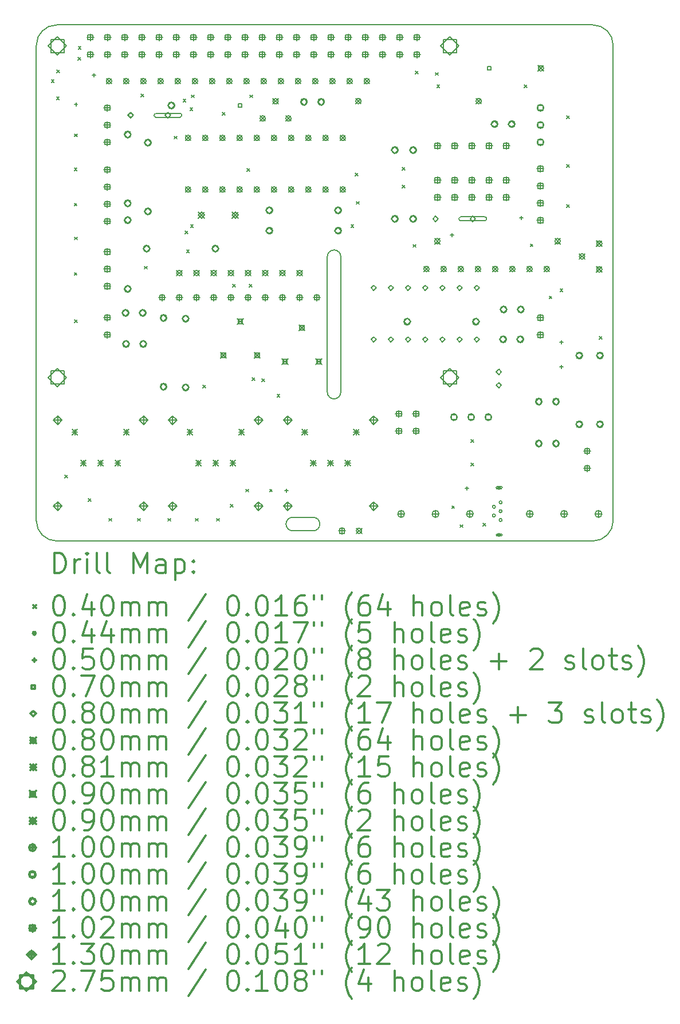
<source format=gbr>
%FSLAX45Y45*%
G04 Gerber Fmt 4.5, Leading zero omitted, Abs format (unit mm)*
G04 Created by KiCad (PCBNEW 4.0.5) date Thu May 18 11:17:48 2017*
%MOMM*%
%LPD*%
G01*
G04 APERTURE LIST*
%ADD10C,0.127000*%
%ADD11C,0.150000*%
%ADD12C,0.200000*%
%ADD13C,0.300000*%
G04 APERTURE END LIST*
D10*
D11*
X15840000Y-13450000D02*
X15990000Y-13450000D01*
X15990000Y-13250000D02*
X15840000Y-13250000D01*
X15990000Y-13450000D02*
X16140000Y-13450000D01*
X15990000Y-13250000D02*
X16140000Y-13250000D01*
X15840000Y-13250000D02*
G75*
G03X15740000Y-13350000I0J-100000D01*
G01*
X15740000Y-13350000D02*
G75*
G03X15840000Y-13450000I100000J0D01*
G01*
X16240000Y-13350000D02*
G75*
G03X16140000Y-13250000I-100000J0D01*
G01*
X16140000Y-13450000D02*
G75*
G03X16240000Y-13350000I0J100000D01*
G01*
X16350000Y-11400000D02*
G75*
G03X16450000Y-11500000I100000J0D01*
G01*
X16450000Y-11500000D02*
G75*
G03X16550000Y-11400000I0J100000D01*
G01*
X16450000Y-9300000D02*
G75*
G03X16350000Y-9400000I0J-100000D01*
G01*
X16550000Y-9400000D02*
G75*
G03X16450000Y-9300000I-100000J0D01*
G01*
X16350000Y-11400000D02*
X16350000Y-9400000D01*
X16550000Y-9400000D02*
X16550000Y-11400000D01*
X20575000Y-13300000D02*
X20575000Y-6275000D01*
X20575000Y-6275000D02*
G75*
G03X20275000Y-5975000I-300000J0D01*
G01*
X12050000Y-6275000D02*
X12050000Y-13300000D01*
X12350000Y-5975000D02*
G75*
G03X12050000Y-6275000I0J-300000D01*
G01*
X12350000Y-5975000D02*
X20275000Y-5975000D01*
X12350000Y-13600000D02*
X20275000Y-13600000D01*
X12050000Y-13300000D02*
G75*
G03X12350000Y-13600000I300000J0D01*
G01*
X20275000Y-13600000D02*
G75*
G03X20575000Y-13300000I0J300000D01*
G01*
D12*
X12273000Y-6784000D02*
X12313000Y-6824000D01*
X12313000Y-6784000D02*
X12273000Y-6824000D01*
X12347000Y-7040000D02*
X12387000Y-7080000D01*
X12387000Y-7040000D02*
X12347000Y-7080000D01*
X12353000Y-6641000D02*
X12393000Y-6681000D01*
X12393000Y-6641000D02*
X12353000Y-6681000D01*
X12473500Y-12628500D02*
X12513500Y-12668500D01*
X12513500Y-12628500D02*
X12473500Y-12668500D01*
X12610000Y-7584000D02*
X12650000Y-7624000D01*
X12650000Y-7584000D02*
X12610000Y-7624000D01*
X12610000Y-8091000D02*
X12650000Y-8131000D01*
X12650000Y-8091000D02*
X12610000Y-8131000D01*
X12610000Y-8610000D02*
X12650000Y-8650000D01*
X12650000Y-8610000D02*
X12610000Y-8650000D01*
X12610000Y-9635000D02*
X12650000Y-9675000D01*
X12650000Y-9635000D02*
X12610000Y-9675000D01*
X12615000Y-7584000D02*
X12655000Y-7624000D01*
X12655000Y-7584000D02*
X12615000Y-7624000D01*
X12615000Y-9109000D02*
X12655000Y-9149000D01*
X12655000Y-9109000D02*
X12615000Y-9149000D01*
X12615000Y-10332000D02*
X12655000Y-10372000D01*
X12655000Y-10332000D02*
X12615000Y-10372000D01*
X12664000Y-6453000D02*
X12704000Y-6493000D01*
X12704000Y-6453000D02*
X12664000Y-6493000D01*
X12670000Y-6295000D02*
X12710000Y-6335000D01*
X12710000Y-6295000D02*
X12670000Y-6335000D01*
X12816500Y-12971500D02*
X12856500Y-13011500D01*
X12856500Y-12971500D02*
X12816500Y-13011500D01*
X13125000Y-13265000D02*
X13165000Y-13305000D01*
X13165000Y-13265000D02*
X13125000Y-13305000D01*
X13544000Y-13265000D02*
X13584000Y-13305000D01*
X13584000Y-13265000D02*
X13544000Y-13305000D01*
X13600000Y-6996000D02*
X13640000Y-7036000D01*
X13640000Y-6996000D02*
X13600000Y-7036000D01*
X13645000Y-9540000D02*
X13685000Y-9580000D01*
X13685000Y-9540000D02*
X13645000Y-9580000D01*
X13993000Y-13265000D02*
X14033000Y-13305000D01*
X14033000Y-13265000D02*
X13993000Y-13305000D01*
X14090000Y-7620000D02*
X14130000Y-7660000D01*
X14130000Y-7620000D02*
X14090000Y-7660000D01*
X14220000Y-7075000D02*
X14260000Y-7115000D01*
X14260000Y-7075000D02*
X14220000Y-7115000D01*
X14250000Y-9020000D02*
X14290000Y-9060000D01*
X14290000Y-9020000D02*
X14250000Y-9060000D01*
X14270000Y-9300000D02*
X14310000Y-9340000D01*
X14310000Y-9300000D02*
X14270000Y-9340000D01*
X14320000Y-7200000D02*
X14360000Y-7240000D01*
X14360000Y-7200000D02*
X14320000Y-7240000D01*
X14330000Y-8930000D02*
X14370000Y-8970000D01*
X14370000Y-8930000D02*
X14330000Y-8970000D01*
X14340000Y-7010000D02*
X14380000Y-7050000D01*
X14380000Y-7010000D02*
X14340000Y-7050000D01*
X14401000Y-13265000D02*
X14441000Y-13305000D01*
X14441000Y-13265000D02*
X14401000Y-13305000D01*
X14510000Y-11300000D02*
X14550000Y-11340000D01*
X14550000Y-11300000D02*
X14510000Y-11340000D01*
X14716000Y-13265000D02*
X14756000Y-13305000D01*
X14756000Y-13265000D02*
X14716000Y-13305000D01*
X14798000Y-7268000D02*
X14838000Y-7308000D01*
X14838000Y-7268000D02*
X14798000Y-7308000D01*
X14920500Y-13060500D02*
X14960500Y-13100500D01*
X14960500Y-13060500D02*
X14920500Y-13100500D01*
X14950000Y-9810000D02*
X14990000Y-9850000D01*
X14990000Y-9810000D02*
X14950000Y-9850000D01*
X15146000Y-12835000D02*
X15186000Y-12875000D01*
X15186000Y-12835000D02*
X15146000Y-12875000D01*
X15165000Y-8100000D02*
X15205000Y-8140000D01*
X15205000Y-8100000D02*
X15165000Y-8140000D01*
X15200000Y-9810000D02*
X15240000Y-9850000D01*
X15240000Y-9810000D02*
X15200000Y-9850000D01*
X15205000Y-7009000D02*
X15245000Y-7049000D01*
X15245000Y-7009000D02*
X15205000Y-7049000D01*
X15240000Y-11190000D02*
X15280000Y-11230000D01*
X15280000Y-11190000D02*
X15240000Y-11230000D01*
X15385000Y-11205000D02*
X15425000Y-11245000D01*
X15425000Y-11205000D02*
X15385000Y-11245000D01*
X15498000Y-12835000D02*
X15538000Y-12875000D01*
X15538000Y-12835000D02*
X15498000Y-12875000D01*
X15607500Y-11432500D02*
X15647500Y-11472500D01*
X15647500Y-11432500D02*
X15607500Y-11472500D01*
X16700000Y-8925000D02*
X16740000Y-8965000D01*
X16740000Y-8925000D02*
X16700000Y-8965000D01*
X16765000Y-8162000D02*
X16805000Y-8202000D01*
X16805000Y-8162000D02*
X16765000Y-8202000D01*
X16780000Y-8585000D02*
X16820000Y-8625000D01*
X16820000Y-8585000D02*
X16780000Y-8625000D01*
X17460000Y-8080000D02*
X17500000Y-8120000D01*
X17500000Y-8080000D02*
X17460000Y-8120000D01*
X17460000Y-8340000D02*
X17500000Y-8380000D01*
X17500000Y-8340000D02*
X17460000Y-8380000D01*
X17620000Y-9220000D02*
X17660000Y-9260000D01*
X17660000Y-9220000D02*
X17620000Y-9260000D01*
X17652000Y-6657000D02*
X17692000Y-6697000D01*
X17692000Y-6657000D02*
X17652000Y-6697000D01*
X17653000Y-6658000D02*
X17693000Y-6698000D01*
X17693000Y-6658000D02*
X17653000Y-6698000D01*
X17950000Y-6680000D02*
X17990000Y-6720000D01*
X17990000Y-6680000D02*
X17950000Y-6720000D01*
X17971000Y-6860000D02*
X18011000Y-6900000D01*
X18011000Y-6860000D02*
X17971000Y-6900000D01*
X18190000Y-13080000D02*
X18230000Y-13120000D01*
X18230000Y-13080000D02*
X18190000Y-13120000D01*
X18310000Y-13360000D02*
X18350000Y-13400000D01*
X18350000Y-13360000D02*
X18310000Y-13400000D01*
X18476000Y-12100000D02*
X18516000Y-12140000D01*
X18516000Y-12100000D02*
X18476000Y-12140000D01*
X18476000Y-12450000D02*
X18516000Y-12490000D01*
X18516000Y-12450000D02*
X18476000Y-12490000D01*
X18650000Y-13340000D02*
X18690000Y-13380000D01*
X18690000Y-13340000D02*
X18650000Y-13380000D01*
X19260000Y-6860000D02*
X19300000Y-6900000D01*
X19300000Y-6860000D02*
X19260000Y-6900000D01*
X19350000Y-9210000D02*
X19390000Y-9250000D01*
X19390000Y-9210000D02*
X19350000Y-9250000D01*
X19628500Y-9981500D02*
X19668500Y-10021500D01*
X19668500Y-9981500D02*
X19628500Y-10021500D01*
X19790000Y-9874000D02*
X19830000Y-9914000D01*
X19830000Y-9874000D02*
X19790000Y-9914000D01*
X19886500Y-7316500D02*
X19926500Y-7356500D01*
X19926500Y-7316500D02*
X19886500Y-7356500D01*
X19886500Y-8035000D02*
X19926500Y-8075000D01*
X19926500Y-8035000D02*
X19886500Y-8075000D01*
X19887000Y-7317000D02*
X19927000Y-7357000D01*
X19927000Y-7317000D02*
X19887000Y-7357000D01*
X19887000Y-8633000D02*
X19927000Y-8673000D01*
X19927000Y-8633000D02*
X19887000Y-8673000D01*
X20370000Y-10580000D02*
X20410000Y-10620000D01*
X20410000Y-10580000D02*
X20370000Y-10620000D01*
X18834000Y-13095000D02*
G75*
G03X18834000Y-13095000I-22000J0D01*
G01*
X18834000Y-13225000D02*
G75*
G03X18834000Y-13225000I-22000J0D01*
G01*
X18934000Y-13030000D02*
G75*
G03X18934000Y-13030000I-22000J0D01*
G01*
X18934000Y-13160000D02*
G75*
G03X18934000Y-13160000I-22000J0D01*
G01*
X18934000Y-13290000D02*
G75*
G03X18934000Y-13290000I-22000J0D01*
G01*
X12635000Y-7120000D02*
X12635000Y-7170000D01*
X12610000Y-7145000D02*
X12660000Y-7145000D01*
X12905000Y-6690000D02*
X12905000Y-6740000D01*
X12880000Y-6715000D02*
X12930000Y-6715000D01*
X15747000Y-12830000D02*
X15747000Y-12880000D01*
X15722000Y-12855000D02*
X15772000Y-12855000D01*
X18195000Y-9050000D02*
X18195000Y-9100000D01*
X18170000Y-9075000D02*
X18220000Y-9075000D01*
X18410000Y-12795000D02*
X18410000Y-12845000D01*
X18385000Y-12820000D02*
X18435000Y-12820000D01*
X18890000Y-12785000D02*
X18890000Y-12835000D01*
X18865000Y-12810000D02*
X18915000Y-12810000D01*
X18857500Y-12825000D02*
X18922500Y-12825000D01*
X18857500Y-12795000D02*
X18922500Y-12795000D01*
X18922500Y-12825000D02*
G75*
G03X18922500Y-12795000I0J15000D01*
G01*
X18857500Y-12795000D02*
G75*
G03X18857500Y-12825000I0J-15000D01*
G01*
X18890000Y-13485000D02*
X18890000Y-13535000D01*
X18865000Y-13510000D02*
X18915000Y-13510000D01*
X18857500Y-13525000D02*
X18922500Y-13525000D01*
X18857500Y-13495000D02*
X18922500Y-13495000D01*
X18922500Y-13525000D02*
G75*
G03X18922500Y-13495000I0J15000D01*
G01*
X18857500Y-13495000D02*
G75*
G03X18857500Y-13525000I0J-15000D01*
G01*
X19220000Y-8800000D02*
X19220000Y-8850000D01*
X19195000Y-8825000D02*
X19245000Y-8825000D01*
X19810000Y-10635000D02*
X19810000Y-10685000D01*
X19785000Y-10660000D02*
X19835000Y-10660000D01*
X19810000Y-11000000D02*
X19810000Y-11050000D01*
X19785000Y-11025000D02*
X19835000Y-11025000D01*
X15087786Y-7189786D02*
X15087786Y-7140214D01*
X15038214Y-7140214D01*
X15038214Y-7189786D01*
X15087786Y-7189786D01*
X18768786Y-6639786D02*
X18768786Y-6590214D01*
X18719214Y-6590214D01*
X18719214Y-6639786D01*
X18768786Y-6639786D01*
X13445000Y-7350000D02*
X13485000Y-7310000D01*
X13445000Y-7270000D01*
X13405000Y-7310000D01*
X13445000Y-7350000D01*
X13415000Y-7310000D02*
X13415000Y-7310000D01*
X13475000Y-7310000D02*
X13475000Y-7310000D01*
X13415000Y-7310000D02*
G75*
G03X13475000Y-7310000I30000J0D01*
G01*
X13475000Y-7310000D02*
G75*
G03X13415000Y-7310000I-30000J0D01*
G01*
X13995000Y-7350000D02*
X14035000Y-7310000D01*
X13995000Y-7270000D01*
X13955000Y-7310000D01*
X13995000Y-7350000D01*
X13820000Y-7340000D02*
X14170000Y-7340000D01*
X13820000Y-7280000D02*
X14170000Y-7280000D01*
X14170000Y-7340000D02*
G75*
G03X14170000Y-7280000I0J30000D01*
G01*
X13820000Y-7280000D02*
G75*
G03X13820000Y-7340000I0J-30000D01*
G01*
X17036000Y-9900000D02*
X17076000Y-9860000D01*
X17036000Y-9820000D01*
X16996000Y-9860000D01*
X17036000Y-9900000D01*
X17036000Y-10662000D02*
X17076000Y-10622000D01*
X17036000Y-10582000D01*
X16996000Y-10622000D01*
X17036000Y-10662000D01*
X17290000Y-9900000D02*
X17330000Y-9860000D01*
X17290000Y-9820000D01*
X17250000Y-9860000D01*
X17290000Y-9900000D01*
X17290000Y-10662000D02*
X17330000Y-10622000D01*
X17290000Y-10582000D01*
X17250000Y-10622000D01*
X17290000Y-10662000D01*
X17544000Y-9900000D02*
X17584000Y-9860000D01*
X17544000Y-9820000D01*
X17504000Y-9860000D01*
X17544000Y-9900000D01*
X17544000Y-10662000D02*
X17584000Y-10622000D01*
X17544000Y-10582000D01*
X17504000Y-10622000D01*
X17544000Y-10662000D01*
X17798000Y-9900000D02*
X17838000Y-9860000D01*
X17798000Y-9820000D01*
X17758000Y-9860000D01*
X17798000Y-9900000D01*
X17798000Y-10662000D02*
X17838000Y-10622000D01*
X17798000Y-10582000D01*
X17758000Y-10622000D01*
X17798000Y-10662000D01*
X17950000Y-8880000D02*
X17990000Y-8840000D01*
X17950000Y-8800000D01*
X17910000Y-8840000D01*
X17950000Y-8880000D01*
X18052000Y-9900000D02*
X18092000Y-9860000D01*
X18052000Y-9820000D01*
X18012000Y-9860000D01*
X18052000Y-9900000D01*
X18052000Y-10662000D02*
X18092000Y-10622000D01*
X18052000Y-10582000D01*
X18012000Y-10622000D01*
X18052000Y-10662000D01*
X18306000Y-9900000D02*
X18346000Y-9860000D01*
X18306000Y-9820000D01*
X18266000Y-9860000D01*
X18306000Y-9900000D01*
X18306000Y-10662000D02*
X18346000Y-10622000D01*
X18306000Y-10582000D01*
X18266000Y-10622000D01*
X18306000Y-10662000D01*
X18500000Y-8880000D02*
X18540000Y-8840000D01*
X18500000Y-8800000D01*
X18460000Y-8840000D01*
X18500000Y-8880000D01*
X18325000Y-8870000D02*
X18675000Y-8870000D01*
X18325000Y-8810000D02*
X18675000Y-8810000D01*
X18675000Y-8870000D02*
G75*
G03X18675000Y-8810000I0J30000D01*
G01*
X18325000Y-8810000D02*
G75*
G03X18325000Y-8870000I0J-30000D01*
G01*
X18560000Y-9900000D02*
X18600000Y-9860000D01*
X18560000Y-9820000D01*
X18520000Y-9860000D01*
X18560000Y-9900000D01*
X18560000Y-10662000D02*
X18600000Y-10622000D01*
X18560000Y-10582000D01*
X18520000Y-10622000D01*
X18560000Y-10662000D01*
X18885000Y-11140000D02*
X18925000Y-11100000D01*
X18885000Y-11060000D01*
X18845000Y-11100000D01*
X18885000Y-11140000D01*
X18885000Y-11340000D02*
X18925000Y-11300000D01*
X18885000Y-11260000D01*
X18845000Y-11300000D01*
X18885000Y-11340000D01*
X13084995Y-6764995D02*
X13165005Y-6845005D01*
X13165005Y-6764995D02*
X13084995Y-6845005D01*
X13165005Y-6805000D02*
G75*
G03X13165005Y-6805000I-40005J0D01*
G01*
X13338995Y-6764995D02*
X13419005Y-6845005D01*
X13419005Y-6764995D02*
X13338995Y-6845005D01*
X13419005Y-6805000D02*
G75*
G03X13419005Y-6805000I-40005J0D01*
G01*
X13592995Y-6764995D02*
X13673005Y-6845005D01*
X13673005Y-6764995D02*
X13592995Y-6845005D01*
X13673005Y-6805000D02*
G75*
G03X13673005Y-6805000I-40005J0D01*
G01*
X13846995Y-6764995D02*
X13927005Y-6845005D01*
X13927005Y-6764995D02*
X13846995Y-6845005D01*
X13927005Y-6805000D02*
G75*
G03X13927005Y-6805000I-40005J0D01*
G01*
X14100995Y-6764995D02*
X14181005Y-6845005D01*
X14181005Y-6764995D02*
X14100995Y-6845005D01*
X14181005Y-6805000D02*
G75*
G03X14181005Y-6805000I-40005J0D01*
G01*
X14123995Y-9599995D02*
X14204005Y-9680005D01*
X14204005Y-9599995D02*
X14123995Y-9680005D01*
X14204005Y-9640000D02*
G75*
G03X14204005Y-9640000I-40005J0D01*
G01*
X14251995Y-7603995D02*
X14332005Y-7684005D01*
X14332005Y-7603995D02*
X14251995Y-7684005D01*
X14332005Y-7644000D02*
G75*
G03X14332005Y-7644000I-40005J0D01*
G01*
X14251995Y-8365995D02*
X14332005Y-8446005D01*
X14332005Y-8365995D02*
X14251995Y-8446005D01*
X14332005Y-8406000D02*
G75*
G03X14332005Y-8406000I-40005J0D01*
G01*
X14354995Y-6764995D02*
X14435005Y-6845005D01*
X14435005Y-6764995D02*
X14354995Y-6845005D01*
X14435005Y-6805000D02*
G75*
G03X14435005Y-6805000I-40005J0D01*
G01*
X14377995Y-9599995D02*
X14458005Y-9680005D01*
X14458005Y-9599995D02*
X14377995Y-9680005D01*
X14458005Y-9640000D02*
G75*
G03X14458005Y-9640000I-40005J0D01*
G01*
X14505995Y-7603995D02*
X14586005Y-7684005D01*
X14586005Y-7603995D02*
X14505995Y-7684005D01*
X14586005Y-7644000D02*
G75*
G03X14586005Y-7644000I-40005J0D01*
G01*
X14505995Y-8365995D02*
X14586005Y-8446005D01*
X14586005Y-8365995D02*
X14505995Y-8446005D01*
X14586005Y-8406000D02*
G75*
G03X14586005Y-8406000I-40005J0D01*
G01*
X14608995Y-6764995D02*
X14689005Y-6845005D01*
X14689005Y-6764995D02*
X14608995Y-6845005D01*
X14689005Y-6805000D02*
G75*
G03X14689005Y-6805000I-40005J0D01*
G01*
X14631995Y-9599995D02*
X14712005Y-9680005D01*
X14712005Y-9599995D02*
X14631995Y-9680005D01*
X14712005Y-9640000D02*
G75*
G03X14712005Y-9640000I-40005J0D01*
G01*
X14759995Y-7603995D02*
X14840005Y-7684005D01*
X14840005Y-7603995D02*
X14759995Y-7684005D01*
X14840005Y-7644000D02*
G75*
G03X14840005Y-7644000I-40005J0D01*
G01*
X14759995Y-8365995D02*
X14840005Y-8446005D01*
X14840005Y-8365995D02*
X14759995Y-8446005D01*
X14840005Y-8406000D02*
G75*
G03X14840005Y-8406000I-40005J0D01*
G01*
X14862995Y-6764995D02*
X14943005Y-6845005D01*
X14943005Y-6764995D02*
X14862995Y-6845005D01*
X14943005Y-6805000D02*
G75*
G03X14943005Y-6805000I-40005J0D01*
G01*
X14885995Y-9599995D02*
X14966005Y-9680005D01*
X14966005Y-9599995D02*
X14885995Y-9680005D01*
X14966005Y-9640000D02*
G75*
G03X14966005Y-9640000I-40005J0D01*
G01*
X15013995Y-7603995D02*
X15094005Y-7684005D01*
X15094005Y-7603995D02*
X15013995Y-7684005D01*
X15094005Y-7644000D02*
G75*
G03X15094005Y-7644000I-40005J0D01*
G01*
X15013995Y-8365995D02*
X15094005Y-8446005D01*
X15094005Y-8365995D02*
X15013995Y-8446005D01*
X15094005Y-8406000D02*
G75*
G03X15094005Y-8406000I-40005J0D01*
G01*
X15116995Y-6764995D02*
X15197005Y-6845005D01*
X15197005Y-6764995D02*
X15116995Y-6845005D01*
X15197005Y-6805000D02*
G75*
G03X15197005Y-6805000I-40005J0D01*
G01*
X15139995Y-9599995D02*
X15220005Y-9680005D01*
X15220005Y-9599995D02*
X15139995Y-9680005D01*
X15220005Y-9640000D02*
G75*
G03X15220005Y-9640000I-40005J0D01*
G01*
X15267995Y-7603995D02*
X15348005Y-7684005D01*
X15348005Y-7603995D02*
X15267995Y-7684005D01*
X15348005Y-7644000D02*
G75*
G03X15348005Y-7644000I-40005J0D01*
G01*
X15267995Y-8365995D02*
X15348005Y-8446005D01*
X15348005Y-8365995D02*
X15267995Y-8446005D01*
X15348005Y-8406000D02*
G75*
G03X15348005Y-8406000I-40005J0D01*
G01*
X15355495Y-7317495D02*
X15435505Y-7397505D01*
X15435505Y-7317495D02*
X15355495Y-7397505D01*
X15435505Y-7357500D02*
G75*
G03X15435505Y-7357500I-40005J0D01*
G01*
X15370995Y-6764995D02*
X15451005Y-6845005D01*
X15451005Y-6764995D02*
X15370995Y-6845005D01*
X15451005Y-6805000D02*
G75*
G03X15451005Y-6805000I-40005J0D01*
G01*
X15393995Y-9599995D02*
X15474005Y-9680005D01*
X15474005Y-9599995D02*
X15393995Y-9680005D01*
X15474005Y-9640000D02*
G75*
G03X15474005Y-9640000I-40005J0D01*
G01*
X15521995Y-7603995D02*
X15602005Y-7684005D01*
X15602005Y-7603995D02*
X15521995Y-7684005D01*
X15602005Y-7644000D02*
G75*
G03X15602005Y-7644000I-40005J0D01*
G01*
X15521995Y-8365995D02*
X15602005Y-8446005D01*
X15602005Y-8365995D02*
X15521995Y-8446005D01*
X15602005Y-8406000D02*
G75*
G03X15602005Y-8406000I-40005J0D01*
G01*
X15545995Y-7063495D02*
X15626005Y-7143505D01*
X15626005Y-7063495D02*
X15545995Y-7143505D01*
X15626005Y-7103500D02*
G75*
G03X15626005Y-7103500I-40005J0D01*
G01*
X15624995Y-6764995D02*
X15705005Y-6845005D01*
X15705005Y-6764995D02*
X15624995Y-6845005D01*
X15705005Y-6805000D02*
G75*
G03X15705005Y-6805000I-40005J0D01*
G01*
X15647995Y-9599995D02*
X15728005Y-9680005D01*
X15728005Y-9599995D02*
X15647995Y-9680005D01*
X15728005Y-9640000D02*
G75*
G03X15728005Y-9640000I-40005J0D01*
G01*
X15736495Y-7317495D02*
X15816505Y-7397505D01*
X15816505Y-7317495D02*
X15736495Y-7397505D01*
X15816505Y-7357500D02*
G75*
G03X15816505Y-7357500I-40005J0D01*
G01*
X15775995Y-7603995D02*
X15856005Y-7684005D01*
X15856005Y-7603995D02*
X15775995Y-7684005D01*
X15856005Y-7644000D02*
G75*
G03X15856005Y-7644000I-40005J0D01*
G01*
X15775995Y-8365995D02*
X15856005Y-8446005D01*
X15856005Y-8365995D02*
X15775995Y-8446005D01*
X15856005Y-8406000D02*
G75*
G03X15856005Y-8406000I-40005J0D01*
G01*
X15878995Y-6764995D02*
X15959005Y-6845005D01*
X15959005Y-6764995D02*
X15878995Y-6845005D01*
X15959005Y-6805000D02*
G75*
G03X15959005Y-6805000I-40005J0D01*
G01*
X15901995Y-9599995D02*
X15982005Y-9680005D01*
X15982005Y-9599995D02*
X15901995Y-9680005D01*
X15982005Y-9640000D02*
G75*
G03X15982005Y-9640000I-40005J0D01*
G01*
X16029995Y-7603995D02*
X16110005Y-7684005D01*
X16110005Y-7603995D02*
X16029995Y-7684005D01*
X16110005Y-7644000D02*
G75*
G03X16110005Y-7644000I-40005J0D01*
G01*
X16029995Y-8365995D02*
X16110005Y-8446005D01*
X16110005Y-8365995D02*
X16029995Y-8446005D01*
X16110005Y-8406000D02*
G75*
G03X16110005Y-8406000I-40005J0D01*
G01*
X16132995Y-6764995D02*
X16213005Y-6845005D01*
X16213005Y-6764995D02*
X16132995Y-6845005D01*
X16213005Y-6805000D02*
G75*
G03X16213005Y-6805000I-40005J0D01*
G01*
X16283995Y-7603995D02*
X16364005Y-7684005D01*
X16364005Y-7603995D02*
X16283995Y-7684005D01*
X16364005Y-7644000D02*
G75*
G03X16364005Y-7644000I-40005J0D01*
G01*
X16283995Y-8365995D02*
X16364005Y-8446005D01*
X16364005Y-8365995D02*
X16283995Y-8446005D01*
X16364005Y-8406000D02*
G75*
G03X16364005Y-8406000I-40005J0D01*
G01*
X16386995Y-6764995D02*
X16467005Y-6845005D01*
X16467005Y-6764995D02*
X16386995Y-6845005D01*
X16467005Y-6805000D02*
G75*
G03X16467005Y-6805000I-40005J0D01*
G01*
X16537995Y-7603995D02*
X16618005Y-7684005D01*
X16618005Y-7603995D02*
X16537995Y-7684005D01*
X16618005Y-7644000D02*
G75*
G03X16618005Y-7644000I-40005J0D01*
G01*
X16537995Y-8365995D02*
X16618005Y-8446005D01*
X16618005Y-8365995D02*
X16537995Y-8446005D01*
X16618005Y-8406000D02*
G75*
G03X16618005Y-8406000I-40005J0D01*
G01*
X16640995Y-6764995D02*
X16721005Y-6845005D01*
X16721005Y-6764995D02*
X16640995Y-6845005D01*
X16721005Y-6805000D02*
G75*
G03X16721005Y-6805000I-40005J0D01*
G01*
X16770995Y-7059995D02*
X16851005Y-7140005D01*
X16851005Y-7059995D02*
X16770995Y-7140005D01*
X16851005Y-7100000D02*
G75*
G03X16851005Y-7100000I-40005J0D01*
G01*
X16779995Y-13409995D02*
X16860005Y-13490005D01*
X16860005Y-13409995D02*
X16779995Y-13490005D01*
X16860005Y-13450000D02*
G75*
G03X16860005Y-13450000I-40005J0D01*
G01*
X16894995Y-6764995D02*
X16975005Y-6845005D01*
X16975005Y-6764995D02*
X16894995Y-6845005D01*
X16975005Y-6805000D02*
G75*
G03X16975005Y-6805000I-40005J0D01*
G01*
X17775795Y-9541395D02*
X17855805Y-9621405D01*
X17855805Y-9541395D02*
X17775795Y-9621405D01*
X17855805Y-9581400D02*
G75*
G03X17855805Y-9581400I-40005J0D01*
G01*
X17935995Y-9129995D02*
X18016005Y-9210005D01*
X18016005Y-9129995D02*
X17935995Y-9210005D01*
X18016005Y-9170000D02*
G75*
G03X18016005Y-9170000I-40005J0D01*
G01*
X18029795Y-9541395D02*
X18109805Y-9621405D01*
X18109805Y-9541395D02*
X18029795Y-9621405D01*
X18109805Y-9581400D02*
G75*
G03X18109805Y-9581400I-40005J0D01*
G01*
X18283795Y-9541395D02*
X18363805Y-9621405D01*
X18363805Y-9541395D02*
X18283795Y-9621405D01*
X18363805Y-9581400D02*
G75*
G03X18363805Y-9581400I-40005J0D01*
G01*
X18537795Y-9541395D02*
X18617805Y-9621405D01*
X18617805Y-9541395D02*
X18537795Y-9621405D01*
X18617805Y-9581400D02*
G75*
G03X18617805Y-9581400I-40005J0D01*
G01*
X18548995Y-7059995D02*
X18629005Y-7140005D01*
X18629005Y-7059995D02*
X18548995Y-7140005D01*
X18629005Y-7100000D02*
G75*
G03X18629005Y-7100000I-40005J0D01*
G01*
X18791795Y-9541395D02*
X18871805Y-9621405D01*
X18871805Y-9541395D02*
X18791795Y-9621405D01*
X18871805Y-9581400D02*
G75*
G03X18871805Y-9581400I-40005J0D01*
G01*
X19045795Y-9541395D02*
X19125805Y-9621405D01*
X19125805Y-9541395D02*
X19045795Y-9621405D01*
X19125805Y-9581400D02*
G75*
G03X19125805Y-9581400I-40005J0D01*
G01*
X19299795Y-9541395D02*
X19379805Y-9621405D01*
X19379805Y-9541395D02*
X19299795Y-9621405D01*
X19379805Y-9581400D02*
G75*
G03X19379805Y-9581400I-40005J0D01*
G01*
X19465995Y-6574995D02*
X19546005Y-6655005D01*
X19546005Y-6574995D02*
X19465995Y-6655005D01*
X19546005Y-6615000D02*
G75*
G03X19546005Y-6615000I-40005J0D01*
G01*
X19553795Y-9541395D02*
X19633805Y-9621405D01*
X19633805Y-9541395D02*
X19553795Y-9621405D01*
X19633805Y-9581400D02*
G75*
G03X19633805Y-9581400I-40005J0D01*
G01*
X19713995Y-9129995D02*
X19794005Y-9210005D01*
X19794005Y-9129995D02*
X19713995Y-9210005D01*
X19794005Y-9170000D02*
G75*
G03X19794005Y-9170000I-40005J0D01*
G01*
X20076495Y-9355995D02*
X20156505Y-9436005D01*
X20156505Y-9355995D02*
X20076495Y-9436005D01*
X20156505Y-9396000D02*
G75*
G03X20156505Y-9396000I-40005J0D01*
G01*
X20330495Y-9165495D02*
X20410505Y-9245505D01*
X20410505Y-9165495D02*
X20330495Y-9245505D01*
X20410505Y-9205500D02*
G75*
G03X20410505Y-9205500I-40005J0D01*
G01*
X20330495Y-9546495D02*
X20410505Y-9626505D01*
X20410505Y-9546495D02*
X20330495Y-9626505D01*
X20410505Y-9586500D02*
G75*
G03X20410505Y-9586500I-40005J0D01*
G01*
X12578360Y-11952160D02*
X12659640Y-12033440D01*
X12659640Y-11952160D02*
X12578360Y-12033440D01*
X12619000Y-11952160D02*
X12619000Y-12033440D01*
X12578360Y-11992800D02*
X12659640Y-11992800D01*
X12705360Y-12409360D02*
X12786640Y-12490640D01*
X12786640Y-12409360D02*
X12705360Y-12490640D01*
X12746000Y-12409360D02*
X12746000Y-12490640D01*
X12705360Y-12450000D02*
X12786640Y-12450000D01*
X12959360Y-12409360D02*
X13040640Y-12490640D01*
X13040640Y-12409360D02*
X12959360Y-12490640D01*
X13000000Y-12409360D02*
X13000000Y-12490640D01*
X12959360Y-12450000D02*
X13040640Y-12450000D01*
X13213360Y-12409360D02*
X13294640Y-12490640D01*
X13294640Y-12409360D02*
X13213360Y-12490640D01*
X13254000Y-12409360D02*
X13254000Y-12490640D01*
X13213360Y-12450000D02*
X13294640Y-12450000D01*
X13340360Y-11952160D02*
X13421640Y-12033440D01*
X13421640Y-11952160D02*
X13340360Y-12033440D01*
X13381000Y-11952160D02*
X13381000Y-12033440D01*
X13340360Y-11992800D02*
X13421640Y-11992800D01*
X14278360Y-11952160D02*
X14359640Y-12033440D01*
X14359640Y-11952160D02*
X14278360Y-12033440D01*
X14319000Y-11952160D02*
X14319000Y-12033440D01*
X14278360Y-11992800D02*
X14359640Y-11992800D01*
X14405360Y-12409360D02*
X14486640Y-12490640D01*
X14486640Y-12409360D02*
X14405360Y-12490640D01*
X14446000Y-12409360D02*
X14446000Y-12490640D01*
X14405360Y-12450000D02*
X14486640Y-12450000D01*
X14659360Y-12409360D02*
X14740640Y-12490640D01*
X14740640Y-12409360D02*
X14659360Y-12490640D01*
X14700000Y-12409360D02*
X14700000Y-12490640D01*
X14659360Y-12450000D02*
X14740640Y-12450000D01*
X14913360Y-12409360D02*
X14994640Y-12490640D01*
X14994640Y-12409360D02*
X14913360Y-12490640D01*
X14954000Y-12409360D02*
X14954000Y-12490640D01*
X14913360Y-12450000D02*
X14994640Y-12450000D01*
X15040360Y-11952160D02*
X15121640Y-12033440D01*
X15121640Y-11952160D02*
X15040360Y-12033440D01*
X15081000Y-11952160D02*
X15081000Y-12033440D01*
X15040360Y-11992800D02*
X15121640Y-11992800D01*
X15978360Y-11952160D02*
X16059640Y-12033440D01*
X16059640Y-11952160D02*
X15978360Y-12033440D01*
X16019000Y-11952160D02*
X16019000Y-12033440D01*
X15978360Y-11992800D02*
X16059640Y-11992800D01*
X16105360Y-12409360D02*
X16186640Y-12490640D01*
X16186640Y-12409360D02*
X16105360Y-12490640D01*
X16146000Y-12409360D02*
X16146000Y-12490640D01*
X16105360Y-12450000D02*
X16186640Y-12450000D01*
X16359360Y-12409360D02*
X16440640Y-12490640D01*
X16440640Y-12409360D02*
X16359360Y-12490640D01*
X16400000Y-12409360D02*
X16400000Y-12490640D01*
X16359360Y-12450000D02*
X16440640Y-12450000D01*
X16613360Y-12409360D02*
X16694640Y-12490640D01*
X16694640Y-12409360D02*
X16613360Y-12490640D01*
X16654000Y-12409360D02*
X16654000Y-12490640D01*
X16613360Y-12450000D02*
X16694640Y-12450000D01*
X16740360Y-11952160D02*
X16821640Y-12033440D01*
X16821640Y-11952160D02*
X16740360Y-12033440D01*
X16781000Y-11952160D02*
X16781000Y-12033440D01*
X16740360Y-11992800D02*
X16821640Y-11992800D01*
X14770106Y-10809978D02*
X14860022Y-10899894D01*
X14860022Y-10809978D02*
X14770106Y-10899894D01*
X14846854Y-10886726D02*
X14846854Y-10823146D01*
X14783274Y-10823146D01*
X14783274Y-10886726D01*
X14846854Y-10886726D01*
X15020042Y-10310106D02*
X15109958Y-10400022D01*
X15109958Y-10310106D02*
X15020042Y-10400022D01*
X15096790Y-10386854D02*
X15096790Y-10323274D01*
X15033210Y-10323274D01*
X15033210Y-10386854D01*
X15096790Y-10386854D01*
X15269978Y-10809978D02*
X15359894Y-10899894D01*
X15359894Y-10809978D02*
X15269978Y-10899894D01*
X15346726Y-10886726D02*
X15346726Y-10823146D01*
X15283146Y-10823146D01*
X15283146Y-10886726D01*
X15346726Y-10886726D01*
X15680106Y-10904978D02*
X15770022Y-10994894D01*
X15770022Y-10904978D02*
X15680106Y-10994894D01*
X15756854Y-10981726D02*
X15756854Y-10918146D01*
X15693274Y-10918146D01*
X15693274Y-10981726D01*
X15756854Y-10981726D01*
X15930042Y-10405106D02*
X16019958Y-10495022D01*
X16019958Y-10405106D02*
X15930042Y-10495022D01*
X16006790Y-10481854D02*
X16006790Y-10418274D01*
X15943210Y-10418274D01*
X15943210Y-10481854D01*
X16006790Y-10481854D01*
X16179978Y-10904978D02*
X16269894Y-10994894D01*
X16269894Y-10904978D02*
X16179978Y-10994894D01*
X16256726Y-10981726D02*
X16256726Y-10918146D01*
X16193146Y-10918146D01*
X16193146Y-10981726D01*
X16256726Y-10981726D01*
X14445000Y-8740000D02*
X14535000Y-8830000D01*
X14535000Y-8740000D02*
X14445000Y-8830000D01*
X14490000Y-8830000D02*
X14535000Y-8785000D01*
X14490000Y-8740000D01*
X14445000Y-8785000D01*
X14490000Y-8830000D01*
X14945000Y-8740000D02*
X15035000Y-8830000D01*
X15035000Y-8740000D02*
X14945000Y-8830000D01*
X14990000Y-8830000D02*
X15035000Y-8785000D01*
X14990000Y-8740000D01*
X14945000Y-8785000D01*
X14990000Y-8830000D01*
X17442000Y-13150089D02*
X17442000Y-13249911D01*
X17392089Y-13200000D02*
X17491911Y-13200000D01*
X17491911Y-13200000D02*
G75*
G03X17491911Y-13200000I-49911J0D01*
G01*
X17950000Y-13150089D02*
X17950000Y-13249911D01*
X17900089Y-13200000D02*
X17999911Y-13200000D01*
X17999911Y-13200000D02*
G75*
G03X17999911Y-13200000I-49911J0D01*
G01*
X18458000Y-13150089D02*
X18458000Y-13249911D01*
X18408089Y-13200000D02*
X18507911Y-13200000D01*
X18507911Y-13200000D02*
G75*
G03X18507911Y-13200000I-49911J0D01*
G01*
X19342000Y-13150089D02*
X19342000Y-13249911D01*
X19292089Y-13200000D02*
X19391911Y-13200000D01*
X19391911Y-13200000D02*
G75*
G03X19391911Y-13200000I-49911J0D01*
G01*
X19850000Y-13150089D02*
X19850000Y-13249911D01*
X19800089Y-13200000D02*
X19899911Y-13200000D01*
X19899911Y-13200000D02*
G75*
G03X19899911Y-13200000I-49911J0D01*
G01*
X20358000Y-13150089D02*
X20358000Y-13249911D01*
X20308089Y-13200000D02*
X20407911Y-13200000D01*
X20407911Y-13200000D02*
G75*
G03X20407911Y-13200000I-49911J0D01*
G01*
X18257356Y-11805356D02*
X18257356Y-11734644D01*
X18186644Y-11734644D01*
X18186644Y-11805356D01*
X18257356Y-11805356D01*
X18272000Y-11770000D02*
G75*
G03X18272000Y-11770000I-50000J0D01*
G01*
X18511356Y-11805356D02*
X18511356Y-11734644D01*
X18440644Y-11734644D01*
X18440644Y-11805356D01*
X18511356Y-11805356D01*
X18526000Y-11770000D02*
G75*
G03X18526000Y-11770000I-50000J0D01*
G01*
X18765356Y-11805356D02*
X18765356Y-11734644D01*
X18694644Y-11734644D01*
X18694644Y-11805356D01*
X18765356Y-11805356D01*
X18780000Y-11770000D02*
G75*
G03X18780000Y-11770000I-50000J0D01*
G01*
X19535356Y-7235356D02*
X19535356Y-7164644D01*
X19464644Y-7164644D01*
X19464644Y-7235356D01*
X19535356Y-7235356D01*
X19550000Y-7200000D02*
G75*
G03X19550000Y-7200000I-50000J0D01*
G01*
X19535356Y-7489356D02*
X19535356Y-7418644D01*
X19464644Y-7418644D01*
X19464644Y-7489356D01*
X19535356Y-7489356D01*
X19550000Y-7454000D02*
G75*
G03X19550000Y-7454000I-50000J0D01*
G01*
X19535356Y-7743356D02*
X19535356Y-7672644D01*
X19464644Y-7672644D01*
X19464644Y-7743356D01*
X19535356Y-7743356D01*
X19550000Y-7708000D02*
G75*
G03X19550000Y-7708000I-50000J0D01*
G01*
X13370000Y-10280038D02*
X13420038Y-10230000D01*
X13370000Y-10179962D01*
X13319962Y-10230000D01*
X13370000Y-10280038D01*
X13420038Y-10230000D02*
G75*
G03X13420038Y-10230000I-50038J0D01*
G01*
X13376000Y-10740038D02*
X13426038Y-10690000D01*
X13376000Y-10639962D01*
X13325962Y-10690000D01*
X13376000Y-10740038D01*
X13426038Y-10690000D02*
G75*
G03X13426038Y-10690000I-50038J0D01*
G01*
X13400000Y-7644038D02*
X13450038Y-7594000D01*
X13400000Y-7543962D01*
X13349962Y-7594000D01*
X13400000Y-7644038D01*
X13450038Y-7594000D02*
G75*
G03X13450038Y-7594000I-50038J0D01*
G01*
X13400000Y-8660038D02*
X13450038Y-8610000D01*
X13400000Y-8559962D01*
X13349962Y-8610000D01*
X13400000Y-8660038D01*
X13450038Y-8610000D02*
G75*
G03X13450038Y-8610000I-50038J0D01*
G01*
X13400000Y-8910038D02*
X13450038Y-8860000D01*
X13400000Y-8809962D01*
X13349962Y-8860000D01*
X13400000Y-8910038D01*
X13450038Y-8860000D02*
G75*
G03X13450038Y-8860000I-50038J0D01*
G01*
X13400000Y-9926038D02*
X13450038Y-9876000D01*
X13400000Y-9825962D01*
X13349962Y-9876000D01*
X13400000Y-9926038D01*
X13450038Y-9876000D02*
G75*
G03X13450038Y-9876000I-50038J0D01*
G01*
X13624000Y-10280038D02*
X13674038Y-10230000D01*
X13624000Y-10179962D01*
X13573962Y-10230000D01*
X13624000Y-10280038D01*
X13674038Y-10230000D02*
G75*
G03X13674038Y-10230000I-50038J0D01*
G01*
X13630000Y-10740038D02*
X13680038Y-10690000D01*
X13630000Y-10639962D01*
X13579962Y-10690000D01*
X13630000Y-10740038D01*
X13680038Y-10690000D02*
G75*
G03X13680038Y-10690000I-50038J0D01*
G01*
X13680000Y-9330038D02*
X13730038Y-9280000D01*
X13680000Y-9229962D01*
X13629962Y-9280000D01*
X13680000Y-9330038D01*
X13730038Y-9280000D02*
G75*
G03X13730038Y-9280000I-50038J0D01*
G01*
X13700000Y-7764038D02*
X13750038Y-7714000D01*
X13700000Y-7663962D01*
X13649962Y-7714000D01*
X13700000Y-7764038D01*
X13750038Y-7714000D02*
G75*
G03X13750038Y-7714000I-50038J0D01*
G01*
X13700000Y-8780038D02*
X13750038Y-8730000D01*
X13700000Y-8679962D01*
X13649962Y-8730000D01*
X13700000Y-8780038D01*
X13750038Y-8730000D02*
G75*
G03X13750038Y-8730000I-50038J0D01*
G01*
X13930000Y-10354038D02*
X13980038Y-10304000D01*
X13930000Y-10253962D01*
X13879962Y-10304000D01*
X13930000Y-10354038D01*
X13980038Y-10304000D02*
G75*
G03X13980038Y-10304000I-50038J0D01*
G01*
X13930000Y-11370038D02*
X13980038Y-11320000D01*
X13930000Y-11269962D01*
X13879962Y-11320000D01*
X13930000Y-11370038D01*
X13980038Y-11320000D02*
G75*
G03X13980038Y-11320000I-50038J0D01*
G01*
X14047000Y-7215038D02*
X14097038Y-7165000D01*
X14047000Y-7114962D01*
X13996962Y-7165000D01*
X14047000Y-7215038D01*
X14097038Y-7165000D02*
G75*
G03X14097038Y-7165000I-50038J0D01*
G01*
X14257000Y-10366038D02*
X14307038Y-10316000D01*
X14257000Y-10265962D01*
X14206962Y-10316000D01*
X14257000Y-10366038D01*
X14307038Y-10316000D02*
G75*
G03X14307038Y-10316000I-50038J0D01*
G01*
X14257000Y-11382038D02*
X14307038Y-11332000D01*
X14257000Y-11281962D01*
X14206962Y-11332000D01*
X14257000Y-11382038D01*
X14307038Y-11332000D02*
G75*
G03X14307038Y-11332000I-50038J0D01*
G01*
X14696000Y-9330038D02*
X14746038Y-9280000D01*
X14696000Y-9229962D01*
X14645962Y-9280000D01*
X14696000Y-9330038D01*
X14746038Y-9280000D02*
G75*
G03X14746038Y-9280000I-50038J0D01*
G01*
X15495000Y-8765038D02*
X15545038Y-8715000D01*
X15495000Y-8664962D01*
X15444962Y-8715000D01*
X15495000Y-8765038D01*
X15545038Y-8715000D02*
G75*
G03X15545038Y-8715000I-50038J0D01*
G01*
X15495000Y-9065038D02*
X15545038Y-9015000D01*
X15495000Y-8964962D01*
X15444962Y-9015000D01*
X15495000Y-9065038D01*
X15545038Y-9015000D02*
G75*
G03X15545038Y-9015000I-50038J0D01*
G01*
X16005000Y-7162038D02*
X16055038Y-7112000D01*
X16005000Y-7061962D01*
X15954962Y-7112000D01*
X16005000Y-7162038D01*
X16055038Y-7112000D02*
G75*
G03X16055038Y-7112000I-50038J0D01*
G01*
X16259000Y-7162038D02*
X16309038Y-7112000D01*
X16259000Y-7061962D01*
X16208962Y-7112000D01*
X16259000Y-7162038D01*
X16309038Y-7112000D02*
G75*
G03X16309038Y-7112000I-50038J0D01*
G01*
X16511000Y-8765038D02*
X16561038Y-8715000D01*
X16511000Y-8664962D01*
X16460962Y-8715000D01*
X16511000Y-8765038D01*
X16561038Y-8715000D02*
G75*
G03X16561038Y-8715000I-50038J0D01*
G01*
X16511000Y-9065038D02*
X16561038Y-9015000D01*
X16511000Y-8964962D01*
X16460962Y-9015000D01*
X16511000Y-9065038D01*
X16561038Y-9015000D02*
G75*
G03X16561038Y-9015000I-50038J0D01*
G01*
X17350000Y-7874038D02*
X17400038Y-7824000D01*
X17350000Y-7773962D01*
X17299962Y-7824000D01*
X17350000Y-7874038D01*
X17400038Y-7824000D02*
G75*
G03X17400038Y-7824000I-50038J0D01*
G01*
X17350000Y-8890038D02*
X17400038Y-8840000D01*
X17350000Y-8789962D01*
X17299962Y-8840000D01*
X17350000Y-8890038D01*
X17400038Y-8840000D02*
G75*
G03X17400038Y-8840000I-50038J0D01*
G01*
X17530000Y-10410038D02*
X17580038Y-10360000D01*
X17530000Y-10309962D01*
X17479962Y-10360000D01*
X17530000Y-10410038D01*
X17580038Y-10360000D02*
G75*
G03X17580038Y-10360000I-50038J0D01*
G01*
X17620000Y-7874038D02*
X17670038Y-7824000D01*
X17620000Y-7773962D01*
X17569962Y-7824000D01*
X17620000Y-7874038D01*
X17670038Y-7824000D02*
G75*
G03X17670038Y-7824000I-50038J0D01*
G01*
X17620000Y-8890038D02*
X17670038Y-8840000D01*
X17620000Y-8789962D01*
X17569962Y-8840000D01*
X17620000Y-8890038D01*
X17670038Y-8840000D02*
G75*
G03X17670038Y-8840000I-50038J0D01*
G01*
X18546000Y-10410038D02*
X18596038Y-10360000D01*
X18546000Y-10309962D01*
X18495962Y-10360000D01*
X18546000Y-10410038D01*
X18596038Y-10360000D02*
G75*
G03X18596038Y-10360000I-50038J0D01*
G01*
X18823000Y-7490038D02*
X18873038Y-7440000D01*
X18823000Y-7389962D01*
X18772962Y-7440000D01*
X18823000Y-7490038D01*
X18873038Y-7440000D02*
G75*
G03X18873038Y-7440000I-50038J0D01*
G01*
X18950000Y-10670038D02*
X19000038Y-10620000D01*
X18950000Y-10569962D01*
X18899962Y-10620000D01*
X18950000Y-10670038D01*
X19000038Y-10620000D02*
G75*
G03X19000038Y-10620000I-50038J0D01*
G01*
X18956000Y-10230038D02*
X19006038Y-10180000D01*
X18956000Y-10129962D01*
X18905962Y-10180000D01*
X18956000Y-10230038D01*
X19006038Y-10180000D02*
G75*
G03X19006038Y-10180000I-50038J0D01*
G01*
X19077000Y-7490038D02*
X19127038Y-7440000D01*
X19077000Y-7389962D01*
X19026962Y-7440000D01*
X19077000Y-7490038D01*
X19127038Y-7440000D02*
G75*
G03X19127038Y-7440000I-50038J0D01*
G01*
X19204000Y-10670038D02*
X19254038Y-10620000D01*
X19204000Y-10569962D01*
X19153962Y-10620000D01*
X19204000Y-10670038D01*
X19254038Y-10620000D02*
G75*
G03X19254038Y-10620000I-50038J0D01*
G01*
X19210000Y-10230038D02*
X19260038Y-10180000D01*
X19210000Y-10129962D01*
X19159962Y-10180000D01*
X19210000Y-10230038D01*
X19260038Y-10180000D02*
G75*
G03X19260038Y-10180000I-50038J0D01*
G01*
X19476000Y-11590038D02*
X19526038Y-11540000D01*
X19476000Y-11489962D01*
X19425962Y-11540000D01*
X19476000Y-11590038D01*
X19526038Y-11540000D02*
G75*
G03X19526038Y-11540000I-50038J0D01*
G01*
X19476000Y-12210038D02*
X19526038Y-12160000D01*
X19476000Y-12109962D01*
X19425962Y-12160000D01*
X19476000Y-12210038D01*
X19526038Y-12160000D02*
G75*
G03X19526038Y-12160000I-50038J0D01*
G01*
X19730000Y-11590038D02*
X19780038Y-11540000D01*
X19730000Y-11489962D01*
X19679962Y-11540000D01*
X19730000Y-11590038D01*
X19780038Y-11540000D02*
G75*
G03X19780038Y-11540000I-50038J0D01*
G01*
X19730000Y-12210038D02*
X19780038Y-12160000D01*
X19730000Y-12109962D01*
X19679962Y-12160000D01*
X19730000Y-12210038D01*
X19780038Y-12160000D02*
G75*
G03X19780038Y-12160000I-50038J0D01*
G01*
X20075000Y-10910038D02*
X20125038Y-10860000D01*
X20075000Y-10809962D01*
X20024962Y-10860000D01*
X20075000Y-10910038D01*
X20125038Y-10860000D02*
G75*
G03X20125038Y-10860000I-50038J0D01*
G01*
X20075000Y-11926038D02*
X20125038Y-11876000D01*
X20075000Y-11825962D01*
X20024962Y-11876000D01*
X20075000Y-11926038D01*
X20125038Y-11876000D02*
G75*
G03X20125038Y-11876000I-50038J0D01*
G01*
X20380000Y-10910038D02*
X20430038Y-10860000D01*
X20380000Y-10809962D01*
X20329962Y-10860000D01*
X20380000Y-10910038D01*
X20430038Y-10860000D02*
G75*
G03X20430038Y-10860000I-50038J0D01*
G01*
X20380000Y-11926038D02*
X20430038Y-11876000D01*
X20380000Y-11825962D01*
X20329962Y-11876000D01*
X20380000Y-11926038D01*
X20430038Y-11876000D02*
G75*
G03X20430038Y-11876000I-50038J0D01*
G01*
X12847000Y-6107200D02*
X12847000Y-6208800D01*
X12796200Y-6158000D02*
X12897800Y-6158000D01*
X12882921Y-6193921D02*
X12882921Y-6122079D01*
X12811079Y-6122079D01*
X12811079Y-6193921D01*
X12882921Y-6193921D01*
X12847000Y-6361200D02*
X12847000Y-6462800D01*
X12796200Y-6412000D02*
X12897800Y-6412000D01*
X12882921Y-6447921D02*
X12882921Y-6376079D01*
X12811079Y-6376079D01*
X12811079Y-6447921D01*
X12882921Y-6447921D01*
X13100000Y-7149200D02*
X13100000Y-7250800D01*
X13049200Y-7200000D02*
X13150800Y-7200000D01*
X13135921Y-7235921D02*
X13135921Y-7164079D01*
X13064079Y-7164079D01*
X13064079Y-7235921D01*
X13135921Y-7235921D01*
X13100000Y-7403200D02*
X13100000Y-7504800D01*
X13049200Y-7454000D02*
X13150800Y-7454000D01*
X13135921Y-7489921D02*
X13135921Y-7418079D01*
X13064079Y-7418079D01*
X13064079Y-7489921D01*
X13135921Y-7489921D01*
X13100000Y-7657200D02*
X13100000Y-7758800D01*
X13049200Y-7708000D02*
X13150800Y-7708000D01*
X13135921Y-7743921D02*
X13135921Y-7672079D01*
X13064079Y-7672079D01*
X13064079Y-7743921D01*
X13135921Y-7743921D01*
X13100000Y-8062200D02*
X13100000Y-8163800D01*
X13049200Y-8113000D02*
X13150800Y-8113000D01*
X13135921Y-8148921D02*
X13135921Y-8077079D01*
X13064079Y-8077079D01*
X13064079Y-8148921D01*
X13135921Y-8148921D01*
X13100000Y-8316200D02*
X13100000Y-8417800D01*
X13049200Y-8367000D02*
X13150800Y-8367000D01*
X13135921Y-8402921D02*
X13135921Y-8331079D01*
X13064079Y-8331079D01*
X13064079Y-8402921D01*
X13135921Y-8402921D01*
X13100000Y-8570200D02*
X13100000Y-8671800D01*
X13049200Y-8621000D02*
X13150800Y-8621000D01*
X13135921Y-8656921D02*
X13135921Y-8585079D01*
X13064079Y-8585079D01*
X13064079Y-8656921D01*
X13135921Y-8656921D01*
X13100000Y-8824200D02*
X13100000Y-8925800D01*
X13049200Y-8875000D02*
X13150800Y-8875000D01*
X13135921Y-8910921D02*
X13135921Y-8839079D01*
X13064079Y-8839079D01*
X13064079Y-8910921D01*
X13135921Y-8910921D01*
X13100000Y-9276200D02*
X13100000Y-9377800D01*
X13049200Y-9327000D02*
X13150800Y-9327000D01*
X13135921Y-9362921D02*
X13135921Y-9291079D01*
X13064079Y-9291079D01*
X13064079Y-9362921D01*
X13135921Y-9362921D01*
X13100000Y-9530200D02*
X13100000Y-9631800D01*
X13049200Y-9581000D02*
X13150800Y-9581000D01*
X13135921Y-9616921D02*
X13135921Y-9545079D01*
X13064079Y-9545079D01*
X13064079Y-9616921D01*
X13135921Y-9616921D01*
X13100000Y-9784200D02*
X13100000Y-9885800D01*
X13049200Y-9835000D02*
X13150800Y-9835000D01*
X13135921Y-9870921D02*
X13135921Y-9799079D01*
X13064079Y-9799079D01*
X13064079Y-9870921D01*
X13135921Y-9870921D01*
X13100000Y-10245200D02*
X13100000Y-10346800D01*
X13049200Y-10296000D02*
X13150800Y-10296000D01*
X13135921Y-10331921D02*
X13135921Y-10260079D01*
X13064079Y-10260079D01*
X13064079Y-10331921D01*
X13135921Y-10331921D01*
X13100000Y-10499200D02*
X13100000Y-10600800D01*
X13049200Y-10550000D02*
X13150800Y-10550000D01*
X13135921Y-10585921D02*
X13135921Y-10514079D01*
X13064079Y-10514079D01*
X13064079Y-10585921D01*
X13135921Y-10585921D01*
X13101000Y-6107200D02*
X13101000Y-6208800D01*
X13050200Y-6158000D02*
X13151800Y-6158000D01*
X13136921Y-6193921D02*
X13136921Y-6122079D01*
X13065079Y-6122079D01*
X13065079Y-6193921D01*
X13136921Y-6193921D01*
X13101000Y-6361200D02*
X13101000Y-6462800D01*
X13050200Y-6412000D02*
X13151800Y-6412000D01*
X13136921Y-6447921D02*
X13136921Y-6376079D01*
X13065079Y-6376079D01*
X13065079Y-6447921D01*
X13136921Y-6447921D01*
X13355000Y-6107200D02*
X13355000Y-6208800D01*
X13304200Y-6158000D02*
X13405800Y-6158000D01*
X13390921Y-6193921D02*
X13390921Y-6122079D01*
X13319079Y-6122079D01*
X13319079Y-6193921D01*
X13390921Y-6193921D01*
X13355000Y-6361200D02*
X13355000Y-6462800D01*
X13304200Y-6412000D02*
X13405800Y-6412000D01*
X13390921Y-6447921D02*
X13390921Y-6376079D01*
X13319079Y-6376079D01*
X13319079Y-6447921D01*
X13390921Y-6447921D01*
X13609000Y-6107200D02*
X13609000Y-6208800D01*
X13558200Y-6158000D02*
X13659800Y-6158000D01*
X13644921Y-6193921D02*
X13644921Y-6122079D01*
X13573079Y-6122079D01*
X13573079Y-6193921D01*
X13644921Y-6193921D01*
X13609000Y-6361200D02*
X13609000Y-6462800D01*
X13558200Y-6412000D02*
X13659800Y-6412000D01*
X13644921Y-6447921D02*
X13644921Y-6376079D01*
X13573079Y-6376079D01*
X13573079Y-6447921D01*
X13644921Y-6447921D01*
X13863000Y-6107200D02*
X13863000Y-6208800D01*
X13812200Y-6158000D02*
X13913800Y-6158000D01*
X13898921Y-6193921D02*
X13898921Y-6122079D01*
X13827079Y-6122079D01*
X13827079Y-6193921D01*
X13898921Y-6193921D01*
X13863000Y-6361200D02*
X13863000Y-6462800D01*
X13812200Y-6412000D02*
X13913800Y-6412000D01*
X13898921Y-6447921D02*
X13898921Y-6376079D01*
X13827079Y-6376079D01*
X13827079Y-6447921D01*
X13898921Y-6447921D01*
X13910000Y-9949200D02*
X13910000Y-10050800D01*
X13859200Y-10000000D02*
X13960800Y-10000000D01*
X13945921Y-10035921D02*
X13945921Y-9964079D01*
X13874079Y-9964079D01*
X13874079Y-10035921D01*
X13945921Y-10035921D01*
X14117000Y-6107200D02*
X14117000Y-6208800D01*
X14066200Y-6158000D02*
X14167800Y-6158000D01*
X14152921Y-6193921D02*
X14152921Y-6122079D01*
X14081079Y-6122079D01*
X14081079Y-6193921D01*
X14152921Y-6193921D01*
X14117000Y-6361200D02*
X14117000Y-6462800D01*
X14066200Y-6412000D02*
X14167800Y-6412000D01*
X14152921Y-6447921D02*
X14152921Y-6376079D01*
X14081079Y-6376079D01*
X14081079Y-6447921D01*
X14152921Y-6447921D01*
X14164000Y-9949200D02*
X14164000Y-10050800D01*
X14113200Y-10000000D02*
X14214800Y-10000000D01*
X14199921Y-10035921D02*
X14199921Y-9964079D01*
X14128079Y-9964079D01*
X14128079Y-10035921D01*
X14199921Y-10035921D01*
X14371000Y-6107200D02*
X14371000Y-6208800D01*
X14320200Y-6158000D02*
X14421800Y-6158000D01*
X14406921Y-6193921D02*
X14406921Y-6122079D01*
X14335079Y-6122079D01*
X14335079Y-6193921D01*
X14406921Y-6193921D01*
X14371000Y-6361200D02*
X14371000Y-6462800D01*
X14320200Y-6412000D02*
X14421800Y-6412000D01*
X14406921Y-6447921D02*
X14406921Y-6376079D01*
X14335079Y-6376079D01*
X14335079Y-6447921D01*
X14406921Y-6447921D01*
X14418000Y-9949200D02*
X14418000Y-10050800D01*
X14367200Y-10000000D02*
X14468800Y-10000000D01*
X14453921Y-10035921D02*
X14453921Y-9964079D01*
X14382079Y-9964079D01*
X14382079Y-10035921D01*
X14453921Y-10035921D01*
X14625000Y-6107200D02*
X14625000Y-6208800D01*
X14574200Y-6158000D02*
X14675800Y-6158000D01*
X14660921Y-6193921D02*
X14660921Y-6122079D01*
X14589079Y-6122079D01*
X14589079Y-6193921D01*
X14660921Y-6193921D01*
X14625000Y-6361200D02*
X14625000Y-6462800D01*
X14574200Y-6412000D02*
X14675800Y-6412000D01*
X14660921Y-6447921D02*
X14660921Y-6376079D01*
X14589079Y-6376079D01*
X14589079Y-6447921D01*
X14660921Y-6447921D01*
X14672000Y-9949200D02*
X14672000Y-10050800D01*
X14621200Y-10000000D02*
X14722800Y-10000000D01*
X14707921Y-10035921D02*
X14707921Y-9964079D01*
X14636079Y-9964079D01*
X14636079Y-10035921D01*
X14707921Y-10035921D01*
X14879000Y-6107200D02*
X14879000Y-6208800D01*
X14828200Y-6158000D02*
X14929800Y-6158000D01*
X14914921Y-6193921D02*
X14914921Y-6122079D01*
X14843079Y-6122079D01*
X14843079Y-6193921D01*
X14914921Y-6193921D01*
X14879000Y-6361200D02*
X14879000Y-6462800D01*
X14828200Y-6412000D02*
X14929800Y-6412000D01*
X14914921Y-6447921D02*
X14914921Y-6376079D01*
X14843079Y-6376079D01*
X14843079Y-6447921D01*
X14914921Y-6447921D01*
X14926000Y-9949200D02*
X14926000Y-10050800D01*
X14875200Y-10000000D02*
X14976800Y-10000000D01*
X14961921Y-10035921D02*
X14961921Y-9964079D01*
X14890079Y-9964079D01*
X14890079Y-10035921D01*
X14961921Y-10035921D01*
X15133000Y-6107200D02*
X15133000Y-6208800D01*
X15082200Y-6158000D02*
X15183800Y-6158000D01*
X15168921Y-6193921D02*
X15168921Y-6122079D01*
X15097079Y-6122079D01*
X15097079Y-6193921D01*
X15168921Y-6193921D01*
X15133000Y-6361200D02*
X15133000Y-6462800D01*
X15082200Y-6412000D02*
X15183800Y-6412000D01*
X15168921Y-6447921D02*
X15168921Y-6376079D01*
X15097079Y-6376079D01*
X15097079Y-6447921D01*
X15168921Y-6447921D01*
X15180000Y-9949200D02*
X15180000Y-10050800D01*
X15129200Y-10000000D02*
X15230800Y-10000000D01*
X15215921Y-10035921D02*
X15215921Y-9964079D01*
X15144079Y-9964079D01*
X15144079Y-10035921D01*
X15215921Y-10035921D01*
X15387000Y-6107200D02*
X15387000Y-6208800D01*
X15336200Y-6158000D02*
X15437800Y-6158000D01*
X15422921Y-6193921D02*
X15422921Y-6122079D01*
X15351079Y-6122079D01*
X15351079Y-6193921D01*
X15422921Y-6193921D01*
X15387000Y-6361200D02*
X15387000Y-6462800D01*
X15336200Y-6412000D02*
X15437800Y-6412000D01*
X15422921Y-6447921D02*
X15422921Y-6376079D01*
X15351079Y-6376079D01*
X15351079Y-6447921D01*
X15422921Y-6447921D01*
X15434000Y-9949200D02*
X15434000Y-10050800D01*
X15383200Y-10000000D02*
X15484800Y-10000000D01*
X15469921Y-10035921D02*
X15469921Y-9964079D01*
X15398079Y-9964079D01*
X15398079Y-10035921D01*
X15469921Y-10035921D01*
X15641000Y-6107200D02*
X15641000Y-6208800D01*
X15590200Y-6158000D02*
X15691800Y-6158000D01*
X15676921Y-6193921D02*
X15676921Y-6122079D01*
X15605079Y-6122079D01*
X15605079Y-6193921D01*
X15676921Y-6193921D01*
X15641000Y-6361200D02*
X15641000Y-6462800D01*
X15590200Y-6412000D02*
X15691800Y-6412000D01*
X15676921Y-6447921D02*
X15676921Y-6376079D01*
X15605079Y-6376079D01*
X15605079Y-6447921D01*
X15676921Y-6447921D01*
X15688000Y-9949200D02*
X15688000Y-10050800D01*
X15637200Y-10000000D02*
X15738800Y-10000000D01*
X15723921Y-10035921D02*
X15723921Y-9964079D01*
X15652079Y-9964079D01*
X15652079Y-10035921D01*
X15723921Y-10035921D01*
X15895000Y-6107200D02*
X15895000Y-6208800D01*
X15844200Y-6158000D02*
X15945800Y-6158000D01*
X15930921Y-6193921D02*
X15930921Y-6122079D01*
X15859079Y-6122079D01*
X15859079Y-6193921D01*
X15930921Y-6193921D01*
X15895000Y-6361200D02*
X15895000Y-6462800D01*
X15844200Y-6412000D02*
X15945800Y-6412000D01*
X15930921Y-6447921D02*
X15930921Y-6376079D01*
X15859079Y-6376079D01*
X15859079Y-6447921D01*
X15930921Y-6447921D01*
X15942000Y-9949200D02*
X15942000Y-10050800D01*
X15891200Y-10000000D02*
X15992800Y-10000000D01*
X15977921Y-10035921D02*
X15977921Y-9964079D01*
X15906079Y-9964079D01*
X15906079Y-10035921D01*
X15977921Y-10035921D01*
X16149000Y-6107200D02*
X16149000Y-6208800D01*
X16098200Y-6158000D02*
X16199800Y-6158000D01*
X16184921Y-6193921D02*
X16184921Y-6122079D01*
X16113079Y-6122079D01*
X16113079Y-6193921D01*
X16184921Y-6193921D01*
X16149000Y-6361200D02*
X16149000Y-6462800D01*
X16098200Y-6412000D02*
X16199800Y-6412000D01*
X16184921Y-6447921D02*
X16184921Y-6376079D01*
X16113079Y-6376079D01*
X16113079Y-6447921D01*
X16184921Y-6447921D01*
X16196000Y-9949200D02*
X16196000Y-10050800D01*
X16145200Y-10000000D02*
X16246800Y-10000000D01*
X16231921Y-10035921D02*
X16231921Y-9964079D01*
X16160079Y-9964079D01*
X16160079Y-10035921D01*
X16231921Y-10035921D01*
X16403000Y-6107200D02*
X16403000Y-6208800D01*
X16352200Y-6158000D02*
X16453800Y-6158000D01*
X16438921Y-6193921D02*
X16438921Y-6122079D01*
X16367079Y-6122079D01*
X16367079Y-6193921D01*
X16438921Y-6193921D01*
X16403000Y-6361200D02*
X16403000Y-6462800D01*
X16352200Y-6412000D02*
X16453800Y-6412000D01*
X16438921Y-6447921D02*
X16438921Y-6376079D01*
X16367079Y-6376079D01*
X16367079Y-6447921D01*
X16438921Y-6447921D01*
X16566000Y-13399200D02*
X16566000Y-13500800D01*
X16515200Y-13450000D02*
X16616800Y-13450000D01*
X16601921Y-13485921D02*
X16601921Y-13414079D01*
X16530079Y-13414079D01*
X16530079Y-13485921D01*
X16601921Y-13485921D01*
X16657000Y-6107200D02*
X16657000Y-6208800D01*
X16606200Y-6158000D02*
X16707800Y-6158000D01*
X16692921Y-6193921D02*
X16692921Y-6122079D01*
X16621079Y-6122079D01*
X16621079Y-6193921D01*
X16692921Y-6193921D01*
X16657000Y-6361200D02*
X16657000Y-6462800D01*
X16606200Y-6412000D02*
X16707800Y-6412000D01*
X16692921Y-6447921D02*
X16692921Y-6376079D01*
X16621079Y-6376079D01*
X16621079Y-6447921D01*
X16692921Y-6447921D01*
X16911000Y-6107200D02*
X16911000Y-6208800D01*
X16860200Y-6158000D02*
X16961800Y-6158000D01*
X16946921Y-6193921D02*
X16946921Y-6122079D01*
X16875079Y-6122079D01*
X16875079Y-6193921D01*
X16946921Y-6193921D01*
X16911000Y-6361200D02*
X16911000Y-6462800D01*
X16860200Y-6412000D02*
X16961800Y-6412000D01*
X16946921Y-6447921D02*
X16946921Y-6376079D01*
X16875079Y-6376079D01*
X16875079Y-6447921D01*
X16946921Y-6447921D01*
X17165000Y-6107200D02*
X17165000Y-6208800D01*
X17114200Y-6158000D02*
X17215800Y-6158000D01*
X17200921Y-6193921D02*
X17200921Y-6122079D01*
X17129079Y-6122079D01*
X17129079Y-6193921D01*
X17200921Y-6193921D01*
X17165000Y-6361200D02*
X17165000Y-6462800D01*
X17114200Y-6412000D02*
X17215800Y-6412000D01*
X17200921Y-6447921D02*
X17200921Y-6376079D01*
X17129079Y-6376079D01*
X17129079Y-6447921D01*
X17200921Y-6447921D01*
X17410000Y-11669200D02*
X17410000Y-11770800D01*
X17359200Y-11720000D02*
X17460800Y-11720000D01*
X17445921Y-11755921D02*
X17445921Y-11684079D01*
X17374079Y-11684079D01*
X17374079Y-11755921D01*
X17445921Y-11755921D01*
X17410000Y-11923200D02*
X17410000Y-12024800D01*
X17359200Y-11974000D02*
X17460800Y-11974000D01*
X17445921Y-12009921D02*
X17445921Y-11938079D01*
X17374079Y-11938079D01*
X17374079Y-12009921D01*
X17445921Y-12009921D01*
X17419000Y-6107200D02*
X17419000Y-6208800D01*
X17368200Y-6158000D02*
X17469800Y-6158000D01*
X17454921Y-6193921D02*
X17454921Y-6122079D01*
X17383079Y-6122079D01*
X17383079Y-6193921D01*
X17454921Y-6193921D01*
X17419000Y-6361200D02*
X17419000Y-6462800D01*
X17368200Y-6412000D02*
X17469800Y-6412000D01*
X17454921Y-6447921D02*
X17454921Y-6376079D01*
X17383079Y-6376079D01*
X17383079Y-6447921D01*
X17454921Y-6447921D01*
X17664000Y-11669200D02*
X17664000Y-11770800D01*
X17613200Y-11720000D02*
X17714800Y-11720000D01*
X17699921Y-11755921D02*
X17699921Y-11684079D01*
X17628079Y-11684079D01*
X17628079Y-11755921D01*
X17699921Y-11755921D01*
X17664000Y-11923200D02*
X17664000Y-12024800D01*
X17613200Y-11974000D02*
X17714800Y-11974000D01*
X17699921Y-12009921D02*
X17699921Y-11938079D01*
X17628079Y-11938079D01*
X17628079Y-12009921D01*
X17699921Y-12009921D01*
X17673000Y-6107200D02*
X17673000Y-6208800D01*
X17622200Y-6158000D02*
X17723800Y-6158000D01*
X17708921Y-6193921D02*
X17708921Y-6122079D01*
X17637079Y-6122079D01*
X17637079Y-6193921D01*
X17708921Y-6193921D01*
X17673000Y-6361200D02*
X17673000Y-6462800D01*
X17622200Y-6412000D02*
X17723800Y-6412000D01*
X17708921Y-6447921D02*
X17708921Y-6376079D01*
X17637079Y-6376079D01*
X17637079Y-6447921D01*
X17708921Y-6447921D01*
X17979000Y-7709200D02*
X17979000Y-7810800D01*
X17928200Y-7760000D02*
X18029800Y-7760000D01*
X18014921Y-7795921D02*
X18014921Y-7724079D01*
X17943079Y-7724079D01*
X17943079Y-7795921D01*
X18014921Y-7795921D01*
X17979000Y-8217200D02*
X17979000Y-8318800D01*
X17928200Y-8268000D02*
X18029800Y-8268000D01*
X18014921Y-8303921D02*
X18014921Y-8232079D01*
X17943079Y-8232079D01*
X17943079Y-8303921D01*
X18014921Y-8303921D01*
X17979000Y-8471200D02*
X17979000Y-8572800D01*
X17928200Y-8522000D02*
X18029800Y-8522000D01*
X18014921Y-8557921D02*
X18014921Y-8486079D01*
X17943079Y-8486079D01*
X17943079Y-8557921D01*
X18014921Y-8557921D01*
X18233000Y-7709200D02*
X18233000Y-7810800D01*
X18182200Y-7760000D02*
X18283800Y-7760000D01*
X18268921Y-7795921D02*
X18268921Y-7724079D01*
X18197079Y-7724079D01*
X18197079Y-7795921D01*
X18268921Y-7795921D01*
X18233000Y-8217200D02*
X18233000Y-8318800D01*
X18182200Y-8268000D02*
X18283800Y-8268000D01*
X18268921Y-8303921D02*
X18268921Y-8232079D01*
X18197079Y-8232079D01*
X18197079Y-8303921D01*
X18268921Y-8303921D01*
X18233000Y-8471200D02*
X18233000Y-8572800D01*
X18182200Y-8522000D02*
X18283800Y-8522000D01*
X18268921Y-8557921D02*
X18268921Y-8486079D01*
X18197079Y-8486079D01*
X18197079Y-8557921D01*
X18268921Y-8557921D01*
X18487000Y-7709200D02*
X18487000Y-7810800D01*
X18436200Y-7760000D02*
X18537800Y-7760000D01*
X18522921Y-7795921D02*
X18522921Y-7724079D01*
X18451079Y-7724079D01*
X18451079Y-7795921D01*
X18522921Y-7795921D01*
X18487000Y-8217200D02*
X18487000Y-8318800D01*
X18436200Y-8268000D02*
X18537800Y-8268000D01*
X18522921Y-8303921D02*
X18522921Y-8232079D01*
X18451079Y-8232079D01*
X18451079Y-8303921D01*
X18522921Y-8303921D01*
X18487000Y-8471200D02*
X18487000Y-8572800D01*
X18436200Y-8522000D02*
X18537800Y-8522000D01*
X18522921Y-8557921D02*
X18522921Y-8486079D01*
X18451079Y-8486079D01*
X18451079Y-8557921D01*
X18522921Y-8557921D01*
X18741000Y-7709200D02*
X18741000Y-7810800D01*
X18690200Y-7760000D02*
X18791800Y-7760000D01*
X18776921Y-7795921D02*
X18776921Y-7724079D01*
X18705079Y-7724079D01*
X18705079Y-7795921D01*
X18776921Y-7795921D01*
X18741000Y-8217200D02*
X18741000Y-8318800D01*
X18690200Y-8268000D02*
X18791800Y-8268000D01*
X18776921Y-8303921D02*
X18776921Y-8232079D01*
X18705079Y-8232079D01*
X18705079Y-8303921D01*
X18776921Y-8303921D01*
X18741000Y-8471200D02*
X18741000Y-8572800D01*
X18690200Y-8522000D02*
X18791800Y-8522000D01*
X18776921Y-8557921D02*
X18776921Y-8486079D01*
X18705079Y-8486079D01*
X18705079Y-8557921D01*
X18776921Y-8557921D01*
X18995000Y-7709200D02*
X18995000Y-7810800D01*
X18944200Y-7760000D02*
X19045800Y-7760000D01*
X19030921Y-7795921D02*
X19030921Y-7724079D01*
X18959079Y-7724079D01*
X18959079Y-7795921D01*
X19030921Y-7795921D01*
X18995000Y-8217200D02*
X18995000Y-8318800D01*
X18944200Y-8268000D02*
X19045800Y-8268000D01*
X19030921Y-8303921D02*
X19030921Y-8232079D01*
X18959079Y-8232079D01*
X18959079Y-8303921D01*
X19030921Y-8303921D01*
X18995000Y-8471200D02*
X18995000Y-8572800D01*
X18944200Y-8522000D02*
X19045800Y-8522000D01*
X19030921Y-8557921D02*
X19030921Y-8486079D01*
X18959079Y-8486079D01*
X18959079Y-8557921D01*
X19030921Y-8557921D01*
X19500000Y-8049200D02*
X19500000Y-8150800D01*
X19449200Y-8100000D02*
X19550800Y-8100000D01*
X19535921Y-8135921D02*
X19535921Y-8064079D01*
X19464079Y-8064079D01*
X19464079Y-8135921D01*
X19535921Y-8135921D01*
X19500000Y-8303200D02*
X19500000Y-8404800D01*
X19449200Y-8354000D02*
X19550800Y-8354000D01*
X19535921Y-8389921D02*
X19535921Y-8318079D01*
X19464079Y-8318079D01*
X19464079Y-8389921D01*
X19535921Y-8389921D01*
X19500000Y-8557200D02*
X19500000Y-8658800D01*
X19449200Y-8608000D02*
X19550800Y-8608000D01*
X19535921Y-8643921D02*
X19535921Y-8572079D01*
X19464079Y-8572079D01*
X19464079Y-8643921D01*
X19535921Y-8643921D01*
X19500000Y-8811200D02*
X19500000Y-8912800D01*
X19449200Y-8862000D02*
X19550800Y-8862000D01*
X19535921Y-8897921D02*
X19535921Y-8826079D01*
X19464079Y-8826079D01*
X19464079Y-8897921D01*
X19535921Y-8897921D01*
X19500000Y-10249200D02*
X19500000Y-10350800D01*
X19449200Y-10300000D02*
X19550800Y-10300000D01*
X19535921Y-10335921D02*
X19535921Y-10264079D01*
X19464079Y-10264079D01*
X19464079Y-10335921D01*
X19535921Y-10335921D01*
X19500000Y-10503200D02*
X19500000Y-10604800D01*
X19449200Y-10554000D02*
X19550800Y-10554000D01*
X19535921Y-10589921D02*
X19535921Y-10518079D01*
X19464079Y-10518079D01*
X19464079Y-10589921D01*
X19535921Y-10589921D01*
X20190000Y-12219200D02*
X20190000Y-12320800D01*
X20139200Y-12270000D02*
X20240800Y-12270000D01*
X20225921Y-12305921D02*
X20225921Y-12234079D01*
X20154079Y-12234079D01*
X20154079Y-12305921D01*
X20225921Y-12305921D01*
X20190000Y-12473200D02*
X20190000Y-12574800D01*
X20139200Y-12524000D02*
X20240800Y-12524000D01*
X20225921Y-12559921D02*
X20225921Y-12488079D01*
X20154079Y-12488079D01*
X20154079Y-12559921D01*
X20225921Y-12559921D01*
X12365000Y-11750000D02*
X12365000Y-11880000D01*
X12300000Y-11815000D02*
X12430000Y-11815000D01*
X12365000Y-11880000D02*
X12430000Y-11815000D01*
X12365000Y-11750000D01*
X12300000Y-11815000D01*
X12365000Y-11880000D01*
X12365000Y-13020000D02*
X12365000Y-13150000D01*
X12300000Y-13085000D02*
X12430000Y-13085000D01*
X12365000Y-13150000D02*
X12430000Y-13085000D01*
X12365000Y-13020000D01*
X12300000Y-13085000D01*
X12365000Y-13150000D01*
X13635000Y-11750000D02*
X13635000Y-11880000D01*
X13570000Y-11815000D02*
X13700000Y-11815000D01*
X13635000Y-11880000D02*
X13700000Y-11815000D01*
X13635000Y-11750000D01*
X13570000Y-11815000D01*
X13635000Y-11880000D01*
X13635000Y-13020000D02*
X13635000Y-13150000D01*
X13570000Y-13085000D02*
X13700000Y-13085000D01*
X13635000Y-13150000D02*
X13700000Y-13085000D01*
X13635000Y-13020000D01*
X13570000Y-13085000D01*
X13635000Y-13150000D01*
X14065000Y-11750000D02*
X14065000Y-11880000D01*
X14000000Y-11815000D02*
X14130000Y-11815000D01*
X14065000Y-11880000D02*
X14130000Y-11815000D01*
X14065000Y-11750000D01*
X14000000Y-11815000D01*
X14065000Y-11880000D01*
X14065000Y-13020000D02*
X14065000Y-13150000D01*
X14000000Y-13085000D02*
X14130000Y-13085000D01*
X14065000Y-13150000D02*
X14130000Y-13085000D01*
X14065000Y-13020000D01*
X14000000Y-13085000D01*
X14065000Y-13150000D01*
X15335000Y-11750000D02*
X15335000Y-11880000D01*
X15270000Y-11815000D02*
X15400000Y-11815000D01*
X15335000Y-11880000D02*
X15400000Y-11815000D01*
X15335000Y-11750000D01*
X15270000Y-11815000D01*
X15335000Y-11880000D01*
X15335000Y-13020000D02*
X15335000Y-13150000D01*
X15270000Y-13085000D02*
X15400000Y-13085000D01*
X15335000Y-13150000D02*
X15400000Y-13085000D01*
X15335000Y-13020000D01*
X15270000Y-13085000D01*
X15335000Y-13150000D01*
X15765000Y-11750000D02*
X15765000Y-11880000D01*
X15700000Y-11815000D02*
X15830000Y-11815000D01*
X15765000Y-11880000D02*
X15830000Y-11815000D01*
X15765000Y-11750000D01*
X15700000Y-11815000D01*
X15765000Y-11880000D01*
X15765000Y-13020000D02*
X15765000Y-13150000D01*
X15700000Y-13085000D02*
X15830000Y-13085000D01*
X15765000Y-13150000D02*
X15830000Y-13085000D01*
X15765000Y-13020000D01*
X15700000Y-13085000D01*
X15765000Y-13150000D01*
X17035000Y-11750000D02*
X17035000Y-11880000D01*
X16970000Y-11815000D02*
X17100000Y-11815000D01*
X17035000Y-11880000D02*
X17100000Y-11815000D01*
X17035000Y-11750000D01*
X16970000Y-11815000D01*
X17035000Y-11880000D01*
X17035000Y-13020000D02*
X17035000Y-13150000D01*
X16970000Y-13085000D02*
X17100000Y-13085000D01*
X17035000Y-13150000D02*
X17100000Y-13085000D01*
X17035000Y-13020000D01*
X16970000Y-13085000D01*
X17035000Y-13150000D01*
X12360000Y-6422500D02*
X12497500Y-6285000D01*
X12360000Y-6147500D01*
X12222500Y-6285000D01*
X12360000Y-6422500D01*
X12457228Y-6382228D02*
X12457228Y-6187772D01*
X12262772Y-6187772D01*
X12262772Y-6382228D01*
X12457228Y-6382228D01*
X12360000Y-11322500D02*
X12497500Y-11185000D01*
X12360000Y-11047500D01*
X12222500Y-11185000D01*
X12360000Y-11322500D01*
X12457228Y-11282228D02*
X12457228Y-11087772D01*
X12262772Y-11087772D01*
X12262772Y-11282228D01*
X12457228Y-11282228D01*
X18160000Y-6422500D02*
X18297500Y-6285000D01*
X18160000Y-6147500D01*
X18022500Y-6285000D01*
X18160000Y-6422500D01*
X18257228Y-6382228D02*
X18257228Y-6187772D01*
X18062772Y-6187772D01*
X18062772Y-6382228D01*
X18257228Y-6382228D01*
X18160000Y-11322500D02*
X18297500Y-11185000D01*
X18160000Y-11047500D01*
X18022500Y-11185000D01*
X18160000Y-11322500D01*
X18257228Y-11282228D02*
X18257228Y-11087772D01*
X18062772Y-11087772D01*
X18062772Y-11282228D01*
X18257228Y-11282228D01*
D13*
X12313928Y-14073214D02*
X12313928Y-13773214D01*
X12385357Y-13773214D01*
X12428214Y-13787500D01*
X12456786Y-13816071D01*
X12471071Y-13844643D01*
X12485357Y-13901786D01*
X12485357Y-13944643D01*
X12471071Y-14001786D01*
X12456786Y-14030357D01*
X12428214Y-14058929D01*
X12385357Y-14073214D01*
X12313928Y-14073214D01*
X12613928Y-14073214D02*
X12613928Y-13873214D01*
X12613928Y-13930357D02*
X12628214Y-13901786D01*
X12642500Y-13887500D01*
X12671071Y-13873214D01*
X12699643Y-13873214D01*
X12799643Y-14073214D02*
X12799643Y-13873214D01*
X12799643Y-13773214D02*
X12785357Y-13787500D01*
X12799643Y-13801786D01*
X12813928Y-13787500D01*
X12799643Y-13773214D01*
X12799643Y-13801786D01*
X12985357Y-14073214D02*
X12956786Y-14058929D01*
X12942500Y-14030357D01*
X12942500Y-13773214D01*
X13142500Y-14073214D02*
X13113928Y-14058929D01*
X13099643Y-14030357D01*
X13099643Y-13773214D01*
X13485357Y-14073214D02*
X13485357Y-13773214D01*
X13585357Y-13987500D01*
X13685357Y-13773214D01*
X13685357Y-14073214D01*
X13956786Y-14073214D02*
X13956786Y-13916071D01*
X13942500Y-13887500D01*
X13913928Y-13873214D01*
X13856786Y-13873214D01*
X13828214Y-13887500D01*
X13956786Y-14058929D02*
X13928214Y-14073214D01*
X13856786Y-14073214D01*
X13828214Y-14058929D01*
X13813928Y-14030357D01*
X13813928Y-14001786D01*
X13828214Y-13973214D01*
X13856786Y-13958929D01*
X13928214Y-13958929D01*
X13956786Y-13944643D01*
X14099643Y-13873214D02*
X14099643Y-14173214D01*
X14099643Y-13887500D02*
X14128214Y-13873214D01*
X14185357Y-13873214D01*
X14213928Y-13887500D01*
X14228214Y-13901786D01*
X14242500Y-13930357D01*
X14242500Y-14016071D01*
X14228214Y-14044643D01*
X14213928Y-14058929D01*
X14185357Y-14073214D01*
X14128214Y-14073214D01*
X14099643Y-14058929D01*
X14371071Y-14044643D02*
X14385357Y-14058929D01*
X14371071Y-14073214D01*
X14356786Y-14058929D01*
X14371071Y-14044643D01*
X14371071Y-14073214D01*
X14371071Y-13887500D02*
X14385357Y-13901786D01*
X14371071Y-13916071D01*
X14356786Y-13901786D01*
X14371071Y-13887500D01*
X14371071Y-13916071D01*
X12002500Y-14547500D02*
X12042500Y-14587500D01*
X12042500Y-14547500D02*
X12002500Y-14587500D01*
X12371071Y-14403214D02*
X12399643Y-14403214D01*
X12428214Y-14417500D01*
X12442500Y-14431786D01*
X12456786Y-14460357D01*
X12471071Y-14517500D01*
X12471071Y-14588929D01*
X12456786Y-14646071D01*
X12442500Y-14674643D01*
X12428214Y-14688929D01*
X12399643Y-14703214D01*
X12371071Y-14703214D01*
X12342500Y-14688929D01*
X12328214Y-14674643D01*
X12313928Y-14646071D01*
X12299643Y-14588929D01*
X12299643Y-14517500D01*
X12313928Y-14460357D01*
X12328214Y-14431786D01*
X12342500Y-14417500D01*
X12371071Y-14403214D01*
X12599643Y-14674643D02*
X12613928Y-14688929D01*
X12599643Y-14703214D01*
X12585357Y-14688929D01*
X12599643Y-14674643D01*
X12599643Y-14703214D01*
X12871071Y-14503214D02*
X12871071Y-14703214D01*
X12799643Y-14388929D02*
X12728214Y-14603214D01*
X12913928Y-14603214D01*
X13085357Y-14403214D02*
X13113928Y-14403214D01*
X13142500Y-14417500D01*
X13156786Y-14431786D01*
X13171071Y-14460357D01*
X13185357Y-14517500D01*
X13185357Y-14588929D01*
X13171071Y-14646071D01*
X13156786Y-14674643D01*
X13142500Y-14688929D01*
X13113928Y-14703214D01*
X13085357Y-14703214D01*
X13056786Y-14688929D01*
X13042500Y-14674643D01*
X13028214Y-14646071D01*
X13013928Y-14588929D01*
X13013928Y-14517500D01*
X13028214Y-14460357D01*
X13042500Y-14431786D01*
X13056786Y-14417500D01*
X13085357Y-14403214D01*
X13313928Y-14703214D02*
X13313928Y-14503214D01*
X13313928Y-14531786D02*
X13328214Y-14517500D01*
X13356786Y-14503214D01*
X13399643Y-14503214D01*
X13428214Y-14517500D01*
X13442500Y-14546071D01*
X13442500Y-14703214D01*
X13442500Y-14546071D02*
X13456786Y-14517500D01*
X13485357Y-14503214D01*
X13528214Y-14503214D01*
X13556786Y-14517500D01*
X13571071Y-14546071D01*
X13571071Y-14703214D01*
X13713928Y-14703214D02*
X13713928Y-14503214D01*
X13713928Y-14531786D02*
X13728214Y-14517500D01*
X13756786Y-14503214D01*
X13799643Y-14503214D01*
X13828214Y-14517500D01*
X13842500Y-14546071D01*
X13842500Y-14703214D01*
X13842500Y-14546071D02*
X13856786Y-14517500D01*
X13885357Y-14503214D01*
X13928214Y-14503214D01*
X13956786Y-14517500D01*
X13971071Y-14546071D01*
X13971071Y-14703214D01*
X14556786Y-14388929D02*
X14299643Y-14774643D01*
X14942500Y-14403214D02*
X14971071Y-14403214D01*
X14999643Y-14417500D01*
X15013928Y-14431786D01*
X15028214Y-14460357D01*
X15042500Y-14517500D01*
X15042500Y-14588929D01*
X15028214Y-14646071D01*
X15013928Y-14674643D01*
X14999643Y-14688929D01*
X14971071Y-14703214D01*
X14942500Y-14703214D01*
X14913928Y-14688929D01*
X14899643Y-14674643D01*
X14885357Y-14646071D01*
X14871071Y-14588929D01*
X14871071Y-14517500D01*
X14885357Y-14460357D01*
X14899643Y-14431786D01*
X14913928Y-14417500D01*
X14942500Y-14403214D01*
X15171071Y-14674643D02*
X15185357Y-14688929D01*
X15171071Y-14703214D01*
X15156786Y-14688929D01*
X15171071Y-14674643D01*
X15171071Y-14703214D01*
X15371071Y-14403214D02*
X15399643Y-14403214D01*
X15428214Y-14417500D01*
X15442500Y-14431786D01*
X15456785Y-14460357D01*
X15471071Y-14517500D01*
X15471071Y-14588929D01*
X15456785Y-14646071D01*
X15442500Y-14674643D01*
X15428214Y-14688929D01*
X15399643Y-14703214D01*
X15371071Y-14703214D01*
X15342500Y-14688929D01*
X15328214Y-14674643D01*
X15313928Y-14646071D01*
X15299643Y-14588929D01*
X15299643Y-14517500D01*
X15313928Y-14460357D01*
X15328214Y-14431786D01*
X15342500Y-14417500D01*
X15371071Y-14403214D01*
X15756785Y-14703214D02*
X15585357Y-14703214D01*
X15671071Y-14703214D02*
X15671071Y-14403214D01*
X15642500Y-14446071D01*
X15613928Y-14474643D01*
X15585357Y-14488929D01*
X16013928Y-14403214D02*
X15956785Y-14403214D01*
X15928214Y-14417500D01*
X15913928Y-14431786D01*
X15885357Y-14474643D01*
X15871071Y-14531786D01*
X15871071Y-14646071D01*
X15885357Y-14674643D01*
X15899643Y-14688929D01*
X15928214Y-14703214D01*
X15985357Y-14703214D01*
X16013928Y-14688929D01*
X16028214Y-14674643D01*
X16042500Y-14646071D01*
X16042500Y-14574643D01*
X16028214Y-14546071D01*
X16013928Y-14531786D01*
X15985357Y-14517500D01*
X15928214Y-14517500D01*
X15899643Y-14531786D01*
X15885357Y-14546071D01*
X15871071Y-14574643D01*
X16156786Y-14403214D02*
X16156786Y-14460357D01*
X16271071Y-14403214D02*
X16271071Y-14460357D01*
X16713928Y-14817500D02*
X16699643Y-14803214D01*
X16671071Y-14760357D01*
X16656785Y-14731786D01*
X16642500Y-14688929D01*
X16628214Y-14617500D01*
X16628214Y-14560357D01*
X16642500Y-14488929D01*
X16656785Y-14446071D01*
X16671071Y-14417500D01*
X16699643Y-14374643D01*
X16713928Y-14360357D01*
X16956786Y-14403214D02*
X16899643Y-14403214D01*
X16871071Y-14417500D01*
X16856786Y-14431786D01*
X16828214Y-14474643D01*
X16813928Y-14531786D01*
X16813928Y-14646071D01*
X16828214Y-14674643D01*
X16842500Y-14688929D01*
X16871071Y-14703214D01*
X16928214Y-14703214D01*
X16956786Y-14688929D01*
X16971071Y-14674643D01*
X16985357Y-14646071D01*
X16985357Y-14574643D01*
X16971071Y-14546071D01*
X16956786Y-14531786D01*
X16928214Y-14517500D01*
X16871071Y-14517500D01*
X16842500Y-14531786D01*
X16828214Y-14546071D01*
X16813928Y-14574643D01*
X17242500Y-14503214D02*
X17242500Y-14703214D01*
X17171071Y-14388929D02*
X17099643Y-14603214D01*
X17285357Y-14603214D01*
X17628214Y-14703214D02*
X17628214Y-14403214D01*
X17756786Y-14703214D02*
X17756786Y-14546071D01*
X17742500Y-14517500D01*
X17713928Y-14503214D01*
X17671071Y-14503214D01*
X17642500Y-14517500D01*
X17628214Y-14531786D01*
X17942500Y-14703214D02*
X17913928Y-14688929D01*
X17899643Y-14674643D01*
X17885357Y-14646071D01*
X17885357Y-14560357D01*
X17899643Y-14531786D01*
X17913928Y-14517500D01*
X17942500Y-14503214D01*
X17985357Y-14503214D01*
X18013928Y-14517500D01*
X18028214Y-14531786D01*
X18042500Y-14560357D01*
X18042500Y-14646071D01*
X18028214Y-14674643D01*
X18013928Y-14688929D01*
X17985357Y-14703214D01*
X17942500Y-14703214D01*
X18213928Y-14703214D02*
X18185357Y-14688929D01*
X18171071Y-14660357D01*
X18171071Y-14403214D01*
X18442500Y-14688929D02*
X18413929Y-14703214D01*
X18356786Y-14703214D01*
X18328214Y-14688929D01*
X18313929Y-14660357D01*
X18313929Y-14546071D01*
X18328214Y-14517500D01*
X18356786Y-14503214D01*
X18413929Y-14503214D01*
X18442500Y-14517500D01*
X18456786Y-14546071D01*
X18456786Y-14574643D01*
X18313929Y-14603214D01*
X18571071Y-14688929D02*
X18599643Y-14703214D01*
X18656786Y-14703214D01*
X18685357Y-14688929D01*
X18699643Y-14660357D01*
X18699643Y-14646071D01*
X18685357Y-14617500D01*
X18656786Y-14603214D01*
X18613929Y-14603214D01*
X18585357Y-14588929D01*
X18571071Y-14560357D01*
X18571071Y-14546071D01*
X18585357Y-14517500D01*
X18613929Y-14503214D01*
X18656786Y-14503214D01*
X18685357Y-14517500D01*
X18799643Y-14817500D02*
X18813929Y-14803214D01*
X18842500Y-14760357D01*
X18856786Y-14731786D01*
X18871071Y-14688929D01*
X18885357Y-14617500D01*
X18885357Y-14560357D01*
X18871071Y-14488929D01*
X18856786Y-14446071D01*
X18842500Y-14417500D01*
X18813929Y-14374643D01*
X18799643Y-14360357D01*
X12042500Y-14963500D02*
G75*
G03X12042500Y-14963500I-22000J0D01*
G01*
X12371071Y-14799214D02*
X12399643Y-14799214D01*
X12428214Y-14813500D01*
X12442500Y-14827786D01*
X12456786Y-14856357D01*
X12471071Y-14913500D01*
X12471071Y-14984929D01*
X12456786Y-15042071D01*
X12442500Y-15070643D01*
X12428214Y-15084929D01*
X12399643Y-15099214D01*
X12371071Y-15099214D01*
X12342500Y-15084929D01*
X12328214Y-15070643D01*
X12313928Y-15042071D01*
X12299643Y-14984929D01*
X12299643Y-14913500D01*
X12313928Y-14856357D01*
X12328214Y-14827786D01*
X12342500Y-14813500D01*
X12371071Y-14799214D01*
X12599643Y-15070643D02*
X12613928Y-15084929D01*
X12599643Y-15099214D01*
X12585357Y-15084929D01*
X12599643Y-15070643D01*
X12599643Y-15099214D01*
X12871071Y-14899214D02*
X12871071Y-15099214D01*
X12799643Y-14784929D02*
X12728214Y-14999214D01*
X12913928Y-14999214D01*
X13156786Y-14899214D02*
X13156786Y-15099214D01*
X13085357Y-14784929D02*
X13013928Y-14999214D01*
X13199643Y-14999214D01*
X13313928Y-15099214D02*
X13313928Y-14899214D01*
X13313928Y-14927786D02*
X13328214Y-14913500D01*
X13356786Y-14899214D01*
X13399643Y-14899214D01*
X13428214Y-14913500D01*
X13442500Y-14942071D01*
X13442500Y-15099214D01*
X13442500Y-14942071D02*
X13456786Y-14913500D01*
X13485357Y-14899214D01*
X13528214Y-14899214D01*
X13556786Y-14913500D01*
X13571071Y-14942071D01*
X13571071Y-15099214D01*
X13713928Y-15099214D02*
X13713928Y-14899214D01*
X13713928Y-14927786D02*
X13728214Y-14913500D01*
X13756786Y-14899214D01*
X13799643Y-14899214D01*
X13828214Y-14913500D01*
X13842500Y-14942071D01*
X13842500Y-15099214D01*
X13842500Y-14942071D02*
X13856786Y-14913500D01*
X13885357Y-14899214D01*
X13928214Y-14899214D01*
X13956786Y-14913500D01*
X13971071Y-14942071D01*
X13971071Y-15099214D01*
X14556786Y-14784929D02*
X14299643Y-15170643D01*
X14942500Y-14799214D02*
X14971071Y-14799214D01*
X14999643Y-14813500D01*
X15013928Y-14827786D01*
X15028214Y-14856357D01*
X15042500Y-14913500D01*
X15042500Y-14984929D01*
X15028214Y-15042071D01*
X15013928Y-15070643D01*
X14999643Y-15084929D01*
X14971071Y-15099214D01*
X14942500Y-15099214D01*
X14913928Y-15084929D01*
X14899643Y-15070643D01*
X14885357Y-15042071D01*
X14871071Y-14984929D01*
X14871071Y-14913500D01*
X14885357Y-14856357D01*
X14899643Y-14827786D01*
X14913928Y-14813500D01*
X14942500Y-14799214D01*
X15171071Y-15070643D02*
X15185357Y-15084929D01*
X15171071Y-15099214D01*
X15156786Y-15084929D01*
X15171071Y-15070643D01*
X15171071Y-15099214D01*
X15371071Y-14799214D02*
X15399643Y-14799214D01*
X15428214Y-14813500D01*
X15442500Y-14827786D01*
X15456785Y-14856357D01*
X15471071Y-14913500D01*
X15471071Y-14984929D01*
X15456785Y-15042071D01*
X15442500Y-15070643D01*
X15428214Y-15084929D01*
X15399643Y-15099214D01*
X15371071Y-15099214D01*
X15342500Y-15084929D01*
X15328214Y-15070643D01*
X15313928Y-15042071D01*
X15299643Y-14984929D01*
X15299643Y-14913500D01*
X15313928Y-14856357D01*
X15328214Y-14827786D01*
X15342500Y-14813500D01*
X15371071Y-14799214D01*
X15756785Y-15099214D02*
X15585357Y-15099214D01*
X15671071Y-15099214D02*
X15671071Y-14799214D01*
X15642500Y-14842071D01*
X15613928Y-14870643D01*
X15585357Y-14884929D01*
X15856785Y-14799214D02*
X16056785Y-14799214D01*
X15928214Y-15099214D01*
X16156786Y-14799214D02*
X16156786Y-14856357D01*
X16271071Y-14799214D02*
X16271071Y-14856357D01*
X16713928Y-15213500D02*
X16699643Y-15199214D01*
X16671071Y-15156357D01*
X16656785Y-15127786D01*
X16642500Y-15084929D01*
X16628214Y-15013500D01*
X16628214Y-14956357D01*
X16642500Y-14884929D01*
X16656785Y-14842071D01*
X16671071Y-14813500D01*
X16699643Y-14770643D01*
X16713928Y-14756357D01*
X16971071Y-14799214D02*
X16828214Y-14799214D01*
X16813928Y-14942071D01*
X16828214Y-14927786D01*
X16856786Y-14913500D01*
X16928214Y-14913500D01*
X16956786Y-14927786D01*
X16971071Y-14942071D01*
X16985357Y-14970643D01*
X16985357Y-15042071D01*
X16971071Y-15070643D01*
X16956786Y-15084929D01*
X16928214Y-15099214D01*
X16856786Y-15099214D01*
X16828214Y-15084929D01*
X16813928Y-15070643D01*
X17342500Y-15099214D02*
X17342500Y-14799214D01*
X17471071Y-15099214D02*
X17471071Y-14942071D01*
X17456786Y-14913500D01*
X17428214Y-14899214D01*
X17385357Y-14899214D01*
X17356786Y-14913500D01*
X17342500Y-14927786D01*
X17656786Y-15099214D02*
X17628214Y-15084929D01*
X17613928Y-15070643D01*
X17599643Y-15042071D01*
X17599643Y-14956357D01*
X17613928Y-14927786D01*
X17628214Y-14913500D01*
X17656786Y-14899214D01*
X17699643Y-14899214D01*
X17728214Y-14913500D01*
X17742500Y-14927786D01*
X17756786Y-14956357D01*
X17756786Y-15042071D01*
X17742500Y-15070643D01*
X17728214Y-15084929D01*
X17699643Y-15099214D01*
X17656786Y-15099214D01*
X17928214Y-15099214D02*
X17899643Y-15084929D01*
X17885357Y-15056357D01*
X17885357Y-14799214D01*
X18156786Y-15084929D02*
X18128214Y-15099214D01*
X18071071Y-15099214D01*
X18042500Y-15084929D01*
X18028214Y-15056357D01*
X18028214Y-14942071D01*
X18042500Y-14913500D01*
X18071071Y-14899214D01*
X18128214Y-14899214D01*
X18156786Y-14913500D01*
X18171071Y-14942071D01*
X18171071Y-14970643D01*
X18028214Y-14999214D01*
X18285357Y-15084929D02*
X18313929Y-15099214D01*
X18371071Y-15099214D01*
X18399643Y-15084929D01*
X18413929Y-15056357D01*
X18413929Y-15042071D01*
X18399643Y-15013500D01*
X18371071Y-14999214D01*
X18328214Y-14999214D01*
X18299643Y-14984929D01*
X18285357Y-14956357D01*
X18285357Y-14942071D01*
X18299643Y-14913500D01*
X18328214Y-14899214D01*
X18371071Y-14899214D01*
X18399643Y-14913500D01*
X18513928Y-15213500D02*
X18528214Y-15199214D01*
X18556786Y-15156357D01*
X18571071Y-15127786D01*
X18585357Y-15084929D01*
X18599643Y-15013500D01*
X18599643Y-14956357D01*
X18585357Y-14884929D01*
X18571071Y-14842071D01*
X18556786Y-14813500D01*
X18528214Y-14770643D01*
X18513928Y-14756357D01*
X12017500Y-15334500D02*
X12017500Y-15384500D01*
X11992500Y-15359500D02*
X12042500Y-15359500D01*
X12371071Y-15195214D02*
X12399643Y-15195214D01*
X12428214Y-15209500D01*
X12442500Y-15223786D01*
X12456786Y-15252357D01*
X12471071Y-15309500D01*
X12471071Y-15380929D01*
X12456786Y-15438071D01*
X12442500Y-15466643D01*
X12428214Y-15480929D01*
X12399643Y-15495214D01*
X12371071Y-15495214D01*
X12342500Y-15480929D01*
X12328214Y-15466643D01*
X12313928Y-15438071D01*
X12299643Y-15380929D01*
X12299643Y-15309500D01*
X12313928Y-15252357D01*
X12328214Y-15223786D01*
X12342500Y-15209500D01*
X12371071Y-15195214D01*
X12599643Y-15466643D02*
X12613928Y-15480929D01*
X12599643Y-15495214D01*
X12585357Y-15480929D01*
X12599643Y-15466643D01*
X12599643Y-15495214D01*
X12885357Y-15195214D02*
X12742500Y-15195214D01*
X12728214Y-15338071D01*
X12742500Y-15323786D01*
X12771071Y-15309500D01*
X12842500Y-15309500D01*
X12871071Y-15323786D01*
X12885357Y-15338071D01*
X12899643Y-15366643D01*
X12899643Y-15438071D01*
X12885357Y-15466643D01*
X12871071Y-15480929D01*
X12842500Y-15495214D01*
X12771071Y-15495214D01*
X12742500Y-15480929D01*
X12728214Y-15466643D01*
X13085357Y-15195214D02*
X13113928Y-15195214D01*
X13142500Y-15209500D01*
X13156786Y-15223786D01*
X13171071Y-15252357D01*
X13185357Y-15309500D01*
X13185357Y-15380929D01*
X13171071Y-15438071D01*
X13156786Y-15466643D01*
X13142500Y-15480929D01*
X13113928Y-15495214D01*
X13085357Y-15495214D01*
X13056786Y-15480929D01*
X13042500Y-15466643D01*
X13028214Y-15438071D01*
X13013928Y-15380929D01*
X13013928Y-15309500D01*
X13028214Y-15252357D01*
X13042500Y-15223786D01*
X13056786Y-15209500D01*
X13085357Y-15195214D01*
X13313928Y-15495214D02*
X13313928Y-15295214D01*
X13313928Y-15323786D02*
X13328214Y-15309500D01*
X13356786Y-15295214D01*
X13399643Y-15295214D01*
X13428214Y-15309500D01*
X13442500Y-15338071D01*
X13442500Y-15495214D01*
X13442500Y-15338071D02*
X13456786Y-15309500D01*
X13485357Y-15295214D01*
X13528214Y-15295214D01*
X13556786Y-15309500D01*
X13571071Y-15338071D01*
X13571071Y-15495214D01*
X13713928Y-15495214D02*
X13713928Y-15295214D01*
X13713928Y-15323786D02*
X13728214Y-15309500D01*
X13756786Y-15295214D01*
X13799643Y-15295214D01*
X13828214Y-15309500D01*
X13842500Y-15338071D01*
X13842500Y-15495214D01*
X13842500Y-15338071D02*
X13856786Y-15309500D01*
X13885357Y-15295214D01*
X13928214Y-15295214D01*
X13956786Y-15309500D01*
X13971071Y-15338071D01*
X13971071Y-15495214D01*
X14556786Y-15180929D02*
X14299643Y-15566643D01*
X14942500Y-15195214D02*
X14971071Y-15195214D01*
X14999643Y-15209500D01*
X15013928Y-15223786D01*
X15028214Y-15252357D01*
X15042500Y-15309500D01*
X15042500Y-15380929D01*
X15028214Y-15438071D01*
X15013928Y-15466643D01*
X14999643Y-15480929D01*
X14971071Y-15495214D01*
X14942500Y-15495214D01*
X14913928Y-15480929D01*
X14899643Y-15466643D01*
X14885357Y-15438071D01*
X14871071Y-15380929D01*
X14871071Y-15309500D01*
X14885357Y-15252357D01*
X14899643Y-15223786D01*
X14913928Y-15209500D01*
X14942500Y-15195214D01*
X15171071Y-15466643D02*
X15185357Y-15480929D01*
X15171071Y-15495214D01*
X15156786Y-15480929D01*
X15171071Y-15466643D01*
X15171071Y-15495214D01*
X15371071Y-15195214D02*
X15399643Y-15195214D01*
X15428214Y-15209500D01*
X15442500Y-15223786D01*
X15456785Y-15252357D01*
X15471071Y-15309500D01*
X15471071Y-15380929D01*
X15456785Y-15438071D01*
X15442500Y-15466643D01*
X15428214Y-15480929D01*
X15399643Y-15495214D01*
X15371071Y-15495214D01*
X15342500Y-15480929D01*
X15328214Y-15466643D01*
X15313928Y-15438071D01*
X15299643Y-15380929D01*
X15299643Y-15309500D01*
X15313928Y-15252357D01*
X15328214Y-15223786D01*
X15342500Y-15209500D01*
X15371071Y-15195214D01*
X15585357Y-15223786D02*
X15599643Y-15209500D01*
X15628214Y-15195214D01*
X15699643Y-15195214D01*
X15728214Y-15209500D01*
X15742500Y-15223786D01*
X15756785Y-15252357D01*
X15756785Y-15280929D01*
X15742500Y-15323786D01*
X15571071Y-15495214D01*
X15756785Y-15495214D01*
X15942500Y-15195214D02*
X15971071Y-15195214D01*
X15999643Y-15209500D01*
X16013928Y-15223786D01*
X16028214Y-15252357D01*
X16042500Y-15309500D01*
X16042500Y-15380929D01*
X16028214Y-15438071D01*
X16013928Y-15466643D01*
X15999643Y-15480929D01*
X15971071Y-15495214D01*
X15942500Y-15495214D01*
X15913928Y-15480929D01*
X15899643Y-15466643D01*
X15885357Y-15438071D01*
X15871071Y-15380929D01*
X15871071Y-15309500D01*
X15885357Y-15252357D01*
X15899643Y-15223786D01*
X15913928Y-15209500D01*
X15942500Y-15195214D01*
X16156786Y-15195214D02*
X16156786Y-15252357D01*
X16271071Y-15195214D02*
X16271071Y-15252357D01*
X16713928Y-15609500D02*
X16699643Y-15595214D01*
X16671071Y-15552357D01*
X16656785Y-15523786D01*
X16642500Y-15480929D01*
X16628214Y-15409500D01*
X16628214Y-15352357D01*
X16642500Y-15280929D01*
X16656785Y-15238071D01*
X16671071Y-15209500D01*
X16699643Y-15166643D01*
X16713928Y-15152357D01*
X16871071Y-15323786D02*
X16842500Y-15309500D01*
X16828214Y-15295214D01*
X16813928Y-15266643D01*
X16813928Y-15252357D01*
X16828214Y-15223786D01*
X16842500Y-15209500D01*
X16871071Y-15195214D01*
X16928214Y-15195214D01*
X16956786Y-15209500D01*
X16971071Y-15223786D01*
X16985357Y-15252357D01*
X16985357Y-15266643D01*
X16971071Y-15295214D01*
X16956786Y-15309500D01*
X16928214Y-15323786D01*
X16871071Y-15323786D01*
X16842500Y-15338071D01*
X16828214Y-15352357D01*
X16813928Y-15380929D01*
X16813928Y-15438071D01*
X16828214Y-15466643D01*
X16842500Y-15480929D01*
X16871071Y-15495214D01*
X16928214Y-15495214D01*
X16956786Y-15480929D01*
X16971071Y-15466643D01*
X16985357Y-15438071D01*
X16985357Y-15380929D01*
X16971071Y-15352357D01*
X16956786Y-15338071D01*
X16928214Y-15323786D01*
X17342500Y-15495214D02*
X17342500Y-15195214D01*
X17471071Y-15495214D02*
X17471071Y-15338071D01*
X17456786Y-15309500D01*
X17428214Y-15295214D01*
X17385357Y-15295214D01*
X17356786Y-15309500D01*
X17342500Y-15323786D01*
X17656786Y-15495214D02*
X17628214Y-15480929D01*
X17613928Y-15466643D01*
X17599643Y-15438071D01*
X17599643Y-15352357D01*
X17613928Y-15323786D01*
X17628214Y-15309500D01*
X17656786Y-15295214D01*
X17699643Y-15295214D01*
X17728214Y-15309500D01*
X17742500Y-15323786D01*
X17756786Y-15352357D01*
X17756786Y-15438071D01*
X17742500Y-15466643D01*
X17728214Y-15480929D01*
X17699643Y-15495214D01*
X17656786Y-15495214D01*
X17928214Y-15495214D02*
X17899643Y-15480929D01*
X17885357Y-15452357D01*
X17885357Y-15195214D01*
X18156786Y-15480929D02*
X18128214Y-15495214D01*
X18071071Y-15495214D01*
X18042500Y-15480929D01*
X18028214Y-15452357D01*
X18028214Y-15338071D01*
X18042500Y-15309500D01*
X18071071Y-15295214D01*
X18128214Y-15295214D01*
X18156786Y-15309500D01*
X18171071Y-15338071D01*
X18171071Y-15366643D01*
X18028214Y-15395214D01*
X18285357Y-15480929D02*
X18313929Y-15495214D01*
X18371071Y-15495214D01*
X18399643Y-15480929D01*
X18413929Y-15452357D01*
X18413929Y-15438071D01*
X18399643Y-15409500D01*
X18371071Y-15395214D01*
X18328214Y-15395214D01*
X18299643Y-15380929D01*
X18285357Y-15352357D01*
X18285357Y-15338071D01*
X18299643Y-15309500D01*
X18328214Y-15295214D01*
X18371071Y-15295214D01*
X18399643Y-15309500D01*
X18771071Y-15380929D02*
X18999643Y-15380929D01*
X18885357Y-15495214D02*
X18885357Y-15266643D01*
X19356786Y-15223786D02*
X19371071Y-15209500D01*
X19399643Y-15195214D01*
X19471071Y-15195214D01*
X19499643Y-15209500D01*
X19513928Y-15223786D01*
X19528214Y-15252357D01*
X19528214Y-15280929D01*
X19513928Y-15323786D01*
X19342500Y-15495214D01*
X19528214Y-15495214D01*
X19871071Y-15480929D02*
X19899643Y-15495214D01*
X19956786Y-15495214D01*
X19985357Y-15480929D01*
X19999643Y-15452357D01*
X19999643Y-15438071D01*
X19985357Y-15409500D01*
X19956786Y-15395214D01*
X19913928Y-15395214D01*
X19885357Y-15380929D01*
X19871071Y-15352357D01*
X19871071Y-15338071D01*
X19885357Y-15309500D01*
X19913928Y-15295214D01*
X19956786Y-15295214D01*
X19985357Y-15309500D01*
X20171071Y-15495214D02*
X20142500Y-15480929D01*
X20128214Y-15452357D01*
X20128214Y-15195214D01*
X20328214Y-15495214D02*
X20299643Y-15480929D01*
X20285357Y-15466643D01*
X20271071Y-15438071D01*
X20271071Y-15352357D01*
X20285357Y-15323786D01*
X20299643Y-15309500D01*
X20328214Y-15295214D01*
X20371071Y-15295214D01*
X20399643Y-15309500D01*
X20413928Y-15323786D01*
X20428214Y-15352357D01*
X20428214Y-15438071D01*
X20413928Y-15466643D01*
X20399643Y-15480929D01*
X20371071Y-15495214D01*
X20328214Y-15495214D01*
X20513928Y-15295214D02*
X20628214Y-15295214D01*
X20556786Y-15195214D02*
X20556786Y-15452357D01*
X20571071Y-15480929D01*
X20599643Y-15495214D01*
X20628214Y-15495214D01*
X20713929Y-15480929D02*
X20742500Y-15495214D01*
X20799643Y-15495214D01*
X20828214Y-15480929D01*
X20842500Y-15452357D01*
X20842500Y-15438071D01*
X20828214Y-15409500D01*
X20799643Y-15395214D01*
X20756786Y-15395214D01*
X20728214Y-15380929D01*
X20713929Y-15352357D01*
X20713929Y-15338071D01*
X20728214Y-15309500D01*
X20756786Y-15295214D01*
X20799643Y-15295214D01*
X20828214Y-15309500D01*
X20942500Y-15609500D02*
X20956786Y-15595214D01*
X20985357Y-15552357D01*
X20999643Y-15523786D01*
X21013928Y-15480929D01*
X21028214Y-15409500D01*
X21028214Y-15352357D01*
X21013928Y-15280929D01*
X20999643Y-15238071D01*
X20985357Y-15209500D01*
X20956786Y-15166643D01*
X20942500Y-15152357D01*
X12032234Y-15780286D02*
X12032234Y-15730714D01*
X11982662Y-15730714D01*
X11982662Y-15780286D01*
X12032234Y-15780286D01*
X12371071Y-15591214D02*
X12399643Y-15591214D01*
X12428214Y-15605500D01*
X12442500Y-15619786D01*
X12456786Y-15648357D01*
X12471071Y-15705500D01*
X12471071Y-15776929D01*
X12456786Y-15834071D01*
X12442500Y-15862643D01*
X12428214Y-15876929D01*
X12399643Y-15891214D01*
X12371071Y-15891214D01*
X12342500Y-15876929D01*
X12328214Y-15862643D01*
X12313928Y-15834071D01*
X12299643Y-15776929D01*
X12299643Y-15705500D01*
X12313928Y-15648357D01*
X12328214Y-15619786D01*
X12342500Y-15605500D01*
X12371071Y-15591214D01*
X12599643Y-15862643D02*
X12613928Y-15876929D01*
X12599643Y-15891214D01*
X12585357Y-15876929D01*
X12599643Y-15862643D01*
X12599643Y-15891214D01*
X12713928Y-15591214D02*
X12913928Y-15591214D01*
X12785357Y-15891214D01*
X13085357Y-15591214D02*
X13113928Y-15591214D01*
X13142500Y-15605500D01*
X13156786Y-15619786D01*
X13171071Y-15648357D01*
X13185357Y-15705500D01*
X13185357Y-15776929D01*
X13171071Y-15834071D01*
X13156786Y-15862643D01*
X13142500Y-15876929D01*
X13113928Y-15891214D01*
X13085357Y-15891214D01*
X13056786Y-15876929D01*
X13042500Y-15862643D01*
X13028214Y-15834071D01*
X13013928Y-15776929D01*
X13013928Y-15705500D01*
X13028214Y-15648357D01*
X13042500Y-15619786D01*
X13056786Y-15605500D01*
X13085357Y-15591214D01*
X13313928Y-15891214D02*
X13313928Y-15691214D01*
X13313928Y-15719786D02*
X13328214Y-15705500D01*
X13356786Y-15691214D01*
X13399643Y-15691214D01*
X13428214Y-15705500D01*
X13442500Y-15734071D01*
X13442500Y-15891214D01*
X13442500Y-15734071D02*
X13456786Y-15705500D01*
X13485357Y-15691214D01*
X13528214Y-15691214D01*
X13556786Y-15705500D01*
X13571071Y-15734071D01*
X13571071Y-15891214D01*
X13713928Y-15891214D02*
X13713928Y-15691214D01*
X13713928Y-15719786D02*
X13728214Y-15705500D01*
X13756786Y-15691214D01*
X13799643Y-15691214D01*
X13828214Y-15705500D01*
X13842500Y-15734071D01*
X13842500Y-15891214D01*
X13842500Y-15734071D02*
X13856786Y-15705500D01*
X13885357Y-15691214D01*
X13928214Y-15691214D01*
X13956786Y-15705500D01*
X13971071Y-15734071D01*
X13971071Y-15891214D01*
X14556786Y-15576929D02*
X14299643Y-15962643D01*
X14942500Y-15591214D02*
X14971071Y-15591214D01*
X14999643Y-15605500D01*
X15013928Y-15619786D01*
X15028214Y-15648357D01*
X15042500Y-15705500D01*
X15042500Y-15776929D01*
X15028214Y-15834071D01*
X15013928Y-15862643D01*
X14999643Y-15876929D01*
X14971071Y-15891214D01*
X14942500Y-15891214D01*
X14913928Y-15876929D01*
X14899643Y-15862643D01*
X14885357Y-15834071D01*
X14871071Y-15776929D01*
X14871071Y-15705500D01*
X14885357Y-15648357D01*
X14899643Y-15619786D01*
X14913928Y-15605500D01*
X14942500Y-15591214D01*
X15171071Y-15862643D02*
X15185357Y-15876929D01*
X15171071Y-15891214D01*
X15156786Y-15876929D01*
X15171071Y-15862643D01*
X15171071Y-15891214D01*
X15371071Y-15591214D02*
X15399643Y-15591214D01*
X15428214Y-15605500D01*
X15442500Y-15619786D01*
X15456785Y-15648357D01*
X15471071Y-15705500D01*
X15471071Y-15776929D01*
X15456785Y-15834071D01*
X15442500Y-15862643D01*
X15428214Y-15876929D01*
X15399643Y-15891214D01*
X15371071Y-15891214D01*
X15342500Y-15876929D01*
X15328214Y-15862643D01*
X15313928Y-15834071D01*
X15299643Y-15776929D01*
X15299643Y-15705500D01*
X15313928Y-15648357D01*
X15328214Y-15619786D01*
X15342500Y-15605500D01*
X15371071Y-15591214D01*
X15585357Y-15619786D02*
X15599643Y-15605500D01*
X15628214Y-15591214D01*
X15699643Y-15591214D01*
X15728214Y-15605500D01*
X15742500Y-15619786D01*
X15756785Y-15648357D01*
X15756785Y-15676929D01*
X15742500Y-15719786D01*
X15571071Y-15891214D01*
X15756785Y-15891214D01*
X15928214Y-15719786D02*
X15899643Y-15705500D01*
X15885357Y-15691214D01*
X15871071Y-15662643D01*
X15871071Y-15648357D01*
X15885357Y-15619786D01*
X15899643Y-15605500D01*
X15928214Y-15591214D01*
X15985357Y-15591214D01*
X16013928Y-15605500D01*
X16028214Y-15619786D01*
X16042500Y-15648357D01*
X16042500Y-15662643D01*
X16028214Y-15691214D01*
X16013928Y-15705500D01*
X15985357Y-15719786D01*
X15928214Y-15719786D01*
X15899643Y-15734071D01*
X15885357Y-15748357D01*
X15871071Y-15776929D01*
X15871071Y-15834071D01*
X15885357Y-15862643D01*
X15899643Y-15876929D01*
X15928214Y-15891214D01*
X15985357Y-15891214D01*
X16013928Y-15876929D01*
X16028214Y-15862643D01*
X16042500Y-15834071D01*
X16042500Y-15776929D01*
X16028214Y-15748357D01*
X16013928Y-15734071D01*
X15985357Y-15719786D01*
X16156786Y-15591214D02*
X16156786Y-15648357D01*
X16271071Y-15591214D02*
X16271071Y-15648357D01*
X16713928Y-16005500D02*
X16699643Y-15991214D01*
X16671071Y-15948357D01*
X16656785Y-15919786D01*
X16642500Y-15876929D01*
X16628214Y-15805500D01*
X16628214Y-15748357D01*
X16642500Y-15676929D01*
X16656785Y-15634071D01*
X16671071Y-15605500D01*
X16699643Y-15562643D01*
X16713928Y-15548357D01*
X16813928Y-15619786D02*
X16828214Y-15605500D01*
X16856786Y-15591214D01*
X16928214Y-15591214D01*
X16956786Y-15605500D01*
X16971071Y-15619786D01*
X16985357Y-15648357D01*
X16985357Y-15676929D01*
X16971071Y-15719786D01*
X16799643Y-15891214D01*
X16985357Y-15891214D01*
X17342500Y-15891214D02*
X17342500Y-15591214D01*
X17471071Y-15891214D02*
X17471071Y-15734071D01*
X17456786Y-15705500D01*
X17428214Y-15691214D01*
X17385357Y-15691214D01*
X17356786Y-15705500D01*
X17342500Y-15719786D01*
X17656786Y-15891214D02*
X17628214Y-15876929D01*
X17613928Y-15862643D01*
X17599643Y-15834071D01*
X17599643Y-15748357D01*
X17613928Y-15719786D01*
X17628214Y-15705500D01*
X17656786Y-15691214D01*
X17699643Y-15691214D01*
X17728214Y-15705500D01*
X17742500Y-15719786D01*
X17756786Y-15748357D01*
X17756786Y-15834071D01*
X17742500Y-15862643D01*
X17728214Y-15876929D01*
X17699643Y-15891214D01*
X17656786Y-15891214D01*
X17928214Y-15891214D02*
X17899643Y-15876929D01*
X17885357Y-15848357D01*
X17885357Y-15591214D01*
X18156786Y-15876929D02*
X18128214Y-15891214D01*
X18071071Y-15891214D01*
X18042500Y-15876929D01*
X18028214Y-15848357D01*
X18028214Y-15734071D01*
X18042500Y-15705500D01*
X18071071Y-15691214D01*
X18128214Y-15691214D01*
X18156786Y-15705500D01*
X18171071Y-15734071D01*
X18171071Y-15762643D01*
X18028214Y-15791214D01*
X18285357Y-15876929D02*
X18313929Y-15891214D01*
X18371071Y-15891214D01*
X18399643Y-15876929D01*
X18413929Y-15848357D01*
X18413929Y-15834071D01*
X18399643Y-15805500D01*
X18371071Y-15791214D01*
X18328214Y-15791214D01*
X18299643Y-15776929D01*
X18285357Y-15748357D01*
X18285357Y-15734071D01*
X18299643Y-15705500D01*
X18328214Y-15691214D01*
X18371071Y-15691214D01*
X18399643Y-15705500D01*
X18513928Y-16005500D02*
X18528214Y-15991214D01*
X18556786Y-15948357D01*
X18571071Y-15919786D01*
X18585357Y-15876929D01*
X18599643Y-15805500D01*
X18599643Y-15748357D01*
X18585357Y-15676929D01*
X18571071Y-15634071D01*
X18556786Y-15605500D01*
X18528214Y-15562643D01*
X18513928Y-15548357D01*
X12002500Y-16191500D02*
X12042500Y-16151500D01*
X12002500Y-16111500D01*
X11962500Y-16151500D01*
X12002500Y-16191500D01*
X12371071Y-15987214D02*
X12399643Y-15987214D01*
X12428214Y-16001500D01*
X12442500Y-16015786D01*
X12456786Y-16044357D01*
X12471071Y-16101500D01*
X12471071Y-16172929D01*
X12456786Y-16230071D01*
X12442500Y-16258643D01*
X12428214Y-16272929D01*
X12399643Y-16287214D01*
X12371071Y-16287214D01*
X12342500Y-16272929D01*
X12328214Y-16258643D01*
X12313928Y-16230071D01*
X12299643Y-16172929D01*
X12299643Y-16101500D01*
X12313928Y-16044357D01*
X12328214Y-16015786D01*
X12342500Y-16001500D01*
X12371071Y-15987214D01*
X12599643Y-16258643D02*
X12613928Y-16272929D01*
X12599643Y-16287214D01*
X12585357Y-16272929D01*
X12599643Y-16258643D01*
X12599643Y-16287214D01*
X12785357Y-16115786D02*
X12756786Y-16101500D01*
X12742500Y-16087214D01*
X12728214Y-16058643D01*
X12728214Y-16044357D01*
X12742500Y-16015786D01*
X12756786Y-16001500D01*
X12785357Y-15987214D01*
X12842500Y-15987214D01*
X12871071Y-16001500D01*
X12885357Y-16015786D01*
X12899643Y-16044357D01*
X12899643Y-16058643D01*
X12885357Y-16087214D01*
X12871071Y-16101500D01*
X12842500Y-16115786D01*
X12785357Y-16115786D01*
X12756786Y-16130071D01*
X12742500Y-16144357D01*
X12728214Y-16172929D01*
X12728214Y-16230071D01*
X12742500Y-16258643D01*
X12756786Y-16272929D01*
X12785357Y-16287214D01*
X12842500Y-16287214D01*
X12871071Y-16272929D01*
X12885357Y-16258643D01*
X12899643Y-16230071D01*
X12899643Y-16172929D01*
X12885357Y-16144357D01*
X12871071Y-16130071D01*
X12842500Y-16115786D01*
X13085357Y-15987214D02*
X13113928Y-15987214D01*
X13142500Y-16001500D01*
X13156786Y-16015786D01*
X13171071Y-16044357D01*
X13185357Y-16101500D01*
X13185357Y-16172929D01*
X13171071Y-16230071D01*
X13156786Y-16258643D01*
X13142500Y-16272929D01*
X13113928Y-16287214D01*
X13085357Y-16287214D01*
X13056786Y-16272929D01*
X13042500Y-16258643D01*
X13028214Y-16230071D01*
X13013928Y-16172929D01*
X13013928Y-16101500D01*
X13028214Y-16044357D01*
X13042500Y-16015786D01*
X13056786Y-16001500D01*
X13085357Y-15987214D01*
X13313928Y-16287214D02*
X13313928Y-16087214D01*
X13313928Y-16115786D02*
X13328214Y-16101500D01*
X13356786Y-16087214D01*
X13399643Y-16087214D01*
X13428214Y-16101500D01*
X13442500Y-16130071D01*
X13442500Y-16287214D01*
X13442500Y-16130071D02*
X13456786Y-16101500D01*
X13485357Y-16087214D01*
X13528214Y-16087214D01*
X13556786Y-16101500D01*
X13571071Y-16130071D01*
X13571071Y-16287214D01*
X13713928Y-16287214D02*
X13713928Y-16087214D01*
X13713928Y-16115786D02*
X13728214Y-16101500D01*
X13756786Y-16087214D01*
X13799643Y-16087214D01*
X13828214Y-16101500D01*
X13842500Y-16130071D01*
X13842500Y-16287214D01*
X13842500Y-16130071D02*
X13856786Y-16101500D01*
X13885357Y-16087214D01*
X13928214Y-16087214D01*
X13956786Y-16101500D01*
X13971071Y-16130071D01*
X13971071Y-16287214D01*
X14556786Y-15972929D02*
X14299643Y-16358643D01*
X14942500Y-15987214D02*
X14971071Y-15987214D01*
X14999643Y-16001500D01*
X15013928Y-16015786D01*
X15028214Y-16044357D01*
X15042500Y-16101500D01*
X15042500Y-16172929D01*
X15028214Y-16230071D01*
X15013928Y-16258643D01*
X14999643Y-16272929D01*
X14971071Y-16287214D01*
X14942500Y-16287214D01*
X14913928Y-16272929D01*
X14899643Y-16258643D01*
X14885357Y-16230071D01*
X14871071Y-16172929D01*
X14871071Y-16101500D01*
X14885357Y-16044357D01*
X14899643Y-16015786D01*
X14913928Y-16001500D01*
X14942500Y-15987214D01*
X15171071Y-16258643D02*
X15185357Y-16272929D01*
X15171071Y-16287214D01*
X15156786Y-16272929D01*
X15171071Y-16258643D01*
X15171071Y-16287214D01*
X15371071Y-15987214D02*
X15399643Y-15987214D01*
X15428214Y-16001500D01*
X15442500Y-16015786D01*
X15456785Y-16044357D01*
X15471071Y-16101500D01*
X15471071Y-16172929D01*
X15456785Y-16230071D01*
X15442500Y-16258643D01*
X15428214Y-16272929D01*
X15399643Y-16287214D01*
X15371071Y-16287214D01*
X15342500Y-16272929D01*
X15328214Y-16258643D01*
X15313928Y-16230071D01*
X15299643Y-16172929D01*
X15299643Y-16101500D01*
X15313928Y-16044357D01*
X15328214Y-16015786D01*
X15342500Y-16001500D01*
X15371071Y-15987214D01*
X15571071Y-15987214D02*
X15756785Y-15987214D01*
X15656785Y-16101500D01*
X15699643Y-16101500D01*
X15728214Y-16115786D01*
X15742500Y-16130071D01*
X15756785Y-16158643D01*
X15756785Y-16230071D01*
X15742500Y-16258643D01*
X15728214Y-16272929D01*
X15699643Y-16287214D01*
X15613928Y-16287214D01*
X15585357Y-16272929D01*
X15571071Y-16258643D01*
X16042500Y-16287214D02*
X15871071Y-16287214D01*
X15956785Y-16287214D02*
X15956785Y-15987214D01*
X15928214Y-16030071D01*
X15899643Y-16058643D01*
X15871071Y-16072929D01*
X16156786Y-15987214D02*
X16156786Y-16044357D01*
X16271071Y-15987214D02*
X16271071Y-16044357D01*
X16713928Y-16401500D02*
X16699643Y-16387214D01*
X16671071Y-16344357D01*
X16656785Y-16315786D01*
X16642500Y-16272929D01*
X16628214Y-16201500D01*
X16628214Y-16144357D01*
X16642500Y-16072929D01*
X16656785Y-16030071D01*
X16671071Y-16001500D01*
X16699643Y-15958643D01*
X16713928Y-15944357D01*
X16985357Y-16287214D02*
X16813928Y-16287214D01*
X16899643Y-16287214D02*
X16899643Y-15987214D01*
X16871071Y-16030071D01*
X16842500Y-16058643D01*
X16813928Y-16072929D01*
X17085357Y-15987214D02*
X17285357Y-15987214D01*
X17156786Y-16287214D01*
X17628214Y-16287214D02*
X17628214Y-15987214D01*
X17756786Y-16287214D02*
X17756786Y-16130071D01*
X17742500Y-16101500D01*
X17713928Y-16087214D01*
X17671071Y-16087214D01*
X17642500Y-16101500D01*
X17628214Y-16115786D01*
X17942500Y-16287214D02*
X17913928Y-16272929D01*
X17899643Y-16258643D01*
X17885357Y-16230071D01*
X17885357Y-16144357D01*
X17899643Y-16115786D01*
X17913928Y-16101500D01*
X17942500Y-16087214D01*
X17985357Y-16087214D01*
X18013928Y-16101500D01*
X18028214Y-16115786D01*
X18042500Y-16144357D01*
X18042500Y-16230071D01*
X18028214Y-16258643D01*
X18013928Y-16272929D01*
X17985357Y-16287214D01*
X17942500Y-16287214D01*
X18213928Y-16287214D02*
X18185357Y-16272929D01*
X18171071Y-16244357D01*
X18171071Y-15987214D01*
X18442500Y-16272929D02*
X18413929Y-16287214D01*
X18356786Y-16287214D01*
X18328214Y-16272929D01*
X18313929Y-16244357D01*
X18313929Y-16130071D01*
X18328214Y-16101500D01*
X18356786Y-16087214D01*
X18413929Y-16087214D01*
X18442500Y-16101500D01*
X18456786Y-16130071D01*
X18456786Y-16158643D01*
X18313929Y-16187214D01*
X18571071Y-16272929D02*
X18599643Y-16287214D01*
X18656786Y-16287214D01*
X18685357Y-16272929D01*
X18699643Y-16244357D01*
X18699643Y-16230071D01*
X18685357Y-16201500D01*
X18656786Y-16187214D01*
X18613929Y-16187214D01*
X18585357Y-16172929D01*
X18571071Y-16144357D01*
X18571071Y-16130071D01*
X18585357Y-16101500D01*
X18613929Y-16087214D01*
X18656786Y-16087214D01*
X18685357Y-16101500D01*
X19056786Y-16172929D02*
X19285357Y-16172929D01*
X19171071Y-16287214D02*
X19171071Y-16058643D01*
X19628214Y-15987214D02*
X19813928Y-15987214D01*
X19713928Y-16101500D01*
X19756786Y-16101500D01*
X19785357Y-16115786D01*
X19799643Y-16130071D01*
X19813928Y-16158643D01*
X19813928Y-16230071D01*
X19799643Y-16258643D01*
X19785357Y-16272929D01*
X19756786Y-16287214D01*
X19671071Y-16287214D01*
X19642500Y-16272929D01*
X19628214Y-16258643D01*
X20156786Y-16272929D02*
X20185357Y-16287214D01*
X20242500Y-16287214D01*
X20271071Y-16272929D01*
X20285357Y-16244357D01*
X20285357Y-16230071D01*
X20271071Y-16201500D01*
X20242500Y-16187214D01*
X20199643Y-16187214D01*
X20171071Y-16172929D01*
X20156786Y-16144357D01*
X20156786Y-16130071D01*
X20171071Y-16101500D01*
X20199643Y-16087214D01*
X20242500Y-16087214D01*
X20271071Y-16101500D01*
X20456786Y-16287214D02*
X20428214Y-16272929D01*
X20413928Y-16244357D01*
X20413928Y-15987214D01*
X20613928Y-16287214D02*
X20585357Y-16272929D01*
X20571071Y-16258643D01*
X20556786Y-16230071D01*
X20556786Y-16144357D01*
X20571071Y-16115786D01*
X20585357Y-16101500D01*
X20613928Y-16087214D01*
X20656786Y-16087214D01*
X20685357Y-16101500D01*
X20699643Y-16115786D01*
X20713928Y-16144357D01*
X20713928Y-16230071D01*
X20699643Y-16258643D01*
X20685357Y-16272929D01*
X20656786Y-16287214D01*
X20613928Y-16287214D01*
X20799643Y-16087214D02*
X20913928Y-16087214D01*
X20842500Y-15987214D02*
X20842500Y-16244357D01*
X20856786Y-16272929D01*
X20885357Y-16287214D01*
X20913928Y-16287214D01*
X20999643Y-16272929D02*
X21028214Y-16287214D01*
X21085357Y-16287214D01*
X21113929Y-16272929D01*
X21128214Y-16244357D01*
X21128214Y-16230071D01*
X21113929Y-16201500D01*
X21085357Y-16187214D01*
X21042500Y-16187214D01*
X21013929Y-16172929D01*
X20999643Y-16144357D01*
X20999643Y-16130071D01*
X21013929Y-16101500D01*
X21042500Y-16087214D01*
X21085357Y-16087214D01*
X21113929Y-16101500D01*
X21228214Y-16401500D02*
X21242500Y-16387214D01*
X21271071Y-16344357D01*
X21285357Y-16315786D01*
X21299643Y-16272929D01*
X21313928Y-16201500D01*
X21313928Y-16144357D01*
X21299643Y-16072929D01*
X21285357Y-16030071D01*
X21271071Y-16001500D01*
X21242500Y-15958643D01*
X21228214Y-15944357D01*
X11962490Y-16507495D02*
X12042500Y-16587505D01*
X12042500Y-16507495D02*
X11962490Y-16587505D01*
X12042500Y-16547500D02*
G75*
G03X12042500Y-16547500I-40005J0D01*
G01*
X12371071Y-16383214D02*
X12399643Y-16383214D01*
X12428214Y-16397500D01*
X12442500Y-16411786D01*
X12456786Y-16440357D01*
X12471071Y-16497500D01*
X12471071Y-16568929D01*
X12456786Y-16626071D01*
X12442500Y-16654643D01*
X12428214Y-16668929D01*
X12399643Y-16683214D01*
X12371071Y-16683214D01*
X12342500Y-16668929D01*
X12328214Y-16654643D01*
X12313928Y-16626071D01*
X12299643Y-16568929D01*
X12299643Y-16497500D01*
X12313928Y-16440357D01*
X12328214Y-16411786D01*
X12342500Y-16397500D01*
X12371071Y-16383214D01*
X12599643Y-16654643D02*
X12613928Y-16668929D01*
X12599643Y-16683214D01*
X12585357Y-16668929D01*
X12599643Y-16654643D01*
X12599643Y-16683214D01*
X12785357Y-16511786D02*
X12756786Y-16497500D01*
X12742500Y-16483214D01*
X12728214Y-16454643D01*
X12728214Y-16440357D01*
X12742500Y-16411786D01*
X12756786Y-16397500D01*
X12785357Y-16383214D01*
X12842500Y-16383214D01*
X12871071Y-16397500D01*
X12885357Y-16411786D01*
X12899643Y-16440357D01*
X12899643Y-16454643D01*
X12885357Y-16483214D01*
X12871071Y-16497500D01*
X12842500Y-16511786D01*
X12785357Y-16511786D01*
X12756786Y-16526071D01*
X12742500Y-16540357D01*
X12728214Y-16568929D01*
X12728214Y-16626071D01*
X12742500Y-16654643D01*
X12756786Y-16668929D01*
X12785357Y-16683214D01*
X12842500Y-16683214D01*
X12871071Y-16668929D01*
X12885357Y-16654643D01*
X12899643Y-16626071D01*
X12899643Y-16568929D01*
X12885357Y-16540357D01*
X12871071Y-16526071D01*
X12842500Y-16511786D01*
X13085357Y-16383214D02*
X13113928Y-16383214D01*
X13142500Y-16397500D01*
X13156786Y-16411786D01*
X13171071Y-16440357D01*
X13185357Y-16497500D01*
X13185357Y-16568929D01*
X13171071Y-16626071D01*
X13156786Y-16654643D01*
X13142500Y-16668929D01*
X13113928Y-16683214D01*
X13085357Y-16683214D01*
X13056786Y-16668929D01*
X13042500Y-16654643D01*
X13028214Y-16626071D01*
X13013928Y-16568929D01*
X13013928Y-16497500D01*
X13028214Y-16440357D01*
X13042500Y-16411786D01*
X13056786Y-16397500D01*
X13085357Y-16383214D01*
X13313928Y-16683214D02*
X13313928Y-16483214D01*
X13313928Y-16511786D02*
X13328214Y-16497500D01*
X13356786Y-16483214D01*
X13399643Y-16483214D01*
X13428214Y-16497500D01*
X13442500Y-16526071D01*
X13442500Y-16683214D01*
X13442500Y-16526071D02*
X13456786Y-16497500D01*
X13485357Y-16483214D01*
X13528214Y-16483214D01*
X13556786Y-16497500D01*
X13571071Y-16526071D01*
X13571071Y-16683214D01*
X13713928Y-16683214D02*
X13713928Y-16483214D01*
X13713928Y-16511786D02*
X13728214Y-16497500D01*
X13756786Y-16483214D01*
X13799643Y-16483214D01*
X13828214Y-16497500D01*
X13842500Y-16526071D01*
X13842500Y-16683214D01*
X13842500Y-16526071D02*
X13856786Y-16497500D01*
X13885357Y-16483214D01*
X13928214Y-16483214D01*
X13956786Y-16497500D01*
X13971071Y-16526071D01*
X13971071Y-16683214D01*
X14556786Y-16368929D02*
X14299643Y-16754643D01*
X14942500Y-16383214D02*
X14971071Y-16383214D01*
X14999643Y-16397500D01*
X15013928Y-16411786D01*
X15028214Y-16440357D01*
X15042500Y-16497500D01*
X15042500Y-16568929D01*
X15028214Y-16626071D01*
X15013928Y-16654643D01*
X14999643Y-16668929D01*
X14971071Y-16683214D01*
X14942500Y-16683214D01*
X14913928Y-16668929D01*
X14899643Y-16654643D01*
X14885357Y-16626071D01*
X14871071Y-16568929D01*
X14871071Y-16497500D01*
X14885357Y-16440357D01*
X14899643Y-16411786D01*
X14913928Y-16397500D01*
X14942500Y-16383214D01*
X15171071Y-16654643D02*
X15185357Y-16668929D01*
X15171071Y-16683214D01*
X15156786Y-16668929D01*
X15171071Y-16654643D01*
X15171071Y-16683214D01*
X15371071Y-16383214D02*
X15399643Y-16383214D01*
X15428214Y-16397500D01*
X15442500Y-16411786D01*
X15456785Y-16440357D01*
X15471071Y-16497500D01*
X15471071Y-16568929D01*
X15456785Y-16626071D01*
X15442500Y-16654643D01*
X15428214Y-16668929D01*
X15399643Y-16683214D01*
X15371071Y-16683214D01*
X15342500Y-16668929D01*
X15328214Y-16654643D01*
X15313928Y-16626071D01*
X15299643Y-16568929D01*
X15299643Y-16497500D01*
X15313928Y-16440357D01*
X15328214Y-16411786D01*
X15342500Y-16397500D01*
X15371071Y-16383214D01*
X15571071Y-16383214D02*
X15756785Y-16383214D01*
X15656785Y-16497500D01*
X15699643Y-16497500D01*
X15728214Y-16511786D01*
X15742500Y-16526071D01*
X15756785Y-16554643D01*
X15756785Y-16626071D01*
X15742500Y-16654643D01*
X15728214Y-16668929D01*
X15699643Y-16683214D01*
X15613928Y-16683214D01*
X15585357Y-16668929D01*
X15571071Y-16654643D01*
X15871071Y-16411786D02*
X15885357Y-16397500D01*
X15913928Y-16383214D01*
X15985357Y-16383214D01*
X16013928Y-16397500D01*
X16028214Y-16411786D01*
X16042500Y-16440357D01*
X16042500Y-16468929D01*
X16028214Y-16511786D01*
X15856785Y-16683214D01*
X16042500Y-16683214D01*
X16156786Y-16383214D02*
X16156786Y-16440357D01*
X16271071Y-16383214D02*
X16271071Y-16440357D01*
X16713928Y-16797500D02*
X16699643Y-16783214D01*
X16671071Y-16740357D01*
X16656785Y-16711786D01*
X16642500Y-16668929D01*
X16628214Y-16597500D01*
X16628214Y-16540357D01*
X16642500Y-16468929D01*
X16656785Y-16426071D01*
X16671071Y-16397500D01*
X16699643Y-16354643D01*
X16713928Y-16340357D01*
X16956786Y-16383214D02*
X16899643Y-16383214D01*
X16871071Y-16397500D01*
X16856786Y-16411786D01*
X16828214Y-16454643D01*
X16813928Y-16511786D01*
X16813928Y-16626071D01*
X16828214Y-16654643D01*
X16842500Y-16668929D01*
X16871071Y-16683214D01*
X16928214Y-16683214D01*
X16956786Y-16668929D01*
X16971071Y-16654643D01*
X16985357Y-16626071D01*
X16985357Y-16554643D01*
X16971071Y-16526071D01*
X16956786Y-16511786D01*
X16928214Y-16497500D01*
X16871071Y-16497500D01*
X16842500Y-16511786D01*
X16828214Y-16526071D01*
X16813928Y-16554643D01*
X17242500Y-16483214D02*
X17242500Y-16683214D01*
X17171071Y-16368929D02*
X17099643Y-16583214D01*
X17285357Y-16583214D01*
X17628214Y-16683214D02*
X17628214Y-16383214D01*
X17756786Y-16683214D02*
X17756786Y-16526071D01*
X17742500Y-16497500D01*
X17713928Y-16483214D01*
X17671071Y-16483214D01*
X17642500Y-16497500D01*
X17628214Y-16511786D01*
X17942500Y-16683214D02*
X17913928Y-16668929D01*
X17899643Y-16654643D01*
X17885357Y-16626071D01*
X17885357Y-16540357D01*
X17899643Y-16511786D01*
X17913928Y-16497500D01*
X17942500Y-16483214D01*
X17985357Y-16483214D01*
X18013928Y-16497500D01*
X18028214Y-16511786D01*
X18042500Y-16540357D01*
X18042500Y-16626071D01*
X18028214Y-16654643D01*
X18013928Y-16668929D01*
X17985357Y-16683214D01*
X17942500Y-16683214D01*
X18213928Y-16683214D02*
X18185357Y-16668929D01*
X18171071Y-16640357D01*
X18171071Y-16383214D01*
X18442500Y-16668929D02*
X18413929Y-16683214D01*
X18356786Y-16683214D01*
X18328214Y-16668929D01*
X18313929Y-16640357D01*
X18313929Y-16526071D01*
X18328214Y-16497500D01*
X18356786Y-16483214D01*
X18413929Y-16483214D01*
X18442500Y-16497500D01*
X18456786Y-16526071D01*
X18456786Y-16554643D01*
X18313929Y-16583214D01*
X18571071Y-16668929D02*
X18599643Y-16683214D01*
X18656786Y-16683214D01*
X18685357Y-16668929D01*
X18699643Y-16640357D01*
X18699643Y-16626071D01*
X18685357Y-16597500D01*
X18656786Y-16583214D01*
X18613929Y-16583214D01*
X18585357Y-16568929D01*
X18571071Y-16540357D01*
X18571071Y-16526071D01*
X18585357Y-16497500D01*
X18613929Y-16483214D01*
X18656786Y-16483214D01*
X18685357Y-16497500D01*
X18799643Y-16797500D02*
X18813929Y-16783214D01*
X18842500Y-16740357D01*
X18856786Y-16711786D01*
X18871071Y-16668929D01*
X18885357Y-16597500D01*
X18885357Y-16540357D01*
X18871071Y-16468929D01*
X18856786Y-16426071D01*
X18842500Y-16397500D01*
X18813929Y-16354643D01*
X18799643Y-16340357D01*
X11961220Y-16902860D02*
X12042500Y-16984140D01*
X12042500Y-16902860D02*
X11961220Y-16984140D01*
X12001860Y-16902860D02*
X12001860Y-16984140D01*
X11961220Y-16943500D02*
X12042500Y-16943500D01*
X12371071Y-16779214D02*
X12399643Y-16779214D01*
X12428214Y-16793500D01*
X12442500Y-16807786D01*
X12456786Y-16836357D01*
X12471071Y-16893500D01*
X12471071Y-16964929D01*
X12456786Y-17022072D01*
X12442500Y-17050643D01*
X12428214Y-17064929D01*
X12399643Y-17079214D01*
X12371071Y-17079214D01*
X12342500Y-17064929D01*
X12328214Y-17050643D01*
X12313928Y-17022072D01*
X12299643Y-16964929D01*
X12299643Y-16893500D01*
X12313928Y-16836357D01*
X12328214Y-16807786D01*
X12342500Y-16793500D01*
X12371071Y-16779214D01*
X12599643Y-17050643D02*
X12613928Y-17064929D01*
X12599643Y-17079214D01*
X12585357Y-17064929D01*
X12599643Y-17050643D01*
X12599643Y-17079214D01*
X12785357Y-16907786D02*
X12756786Y-16893500D01*
X12742500Y-16879214D01*
X12728214Y-16850643D01*
X12728214Y-16836357D01*
X12742500Y-16807786D01*
X12756786Y-16793500D01*
X12785357Y-16779214D01*
X12842500Y-16779214D01*
X12871071Y-16793500D01*
X12885357Y-16807786D01*
X12899643Y-16836357D01*
X12899643Y-16850643D01*
X12885357Y-16879214D01*
X12871071Y-16893500D01*
X12842500Y-16907786D01*
X12785357Y-16907786D01*
X12756786Y-16922072D01*
X12742500Y-16936357D01*
X12728214Y-16964929D01*
X12728214Y-17022072D01*
X12742500Y-17050643D01*
X12756786Y-17064929D01*
X12785357Y-17079214D01*
X12842500Y-17079214D01*
X12871071Y-17064929D01*
X12885357Y-17050643D01*
X12899643Y-17022072D01*
X12899643Y-16964929D01*
X12885357Y-16936357D01*
X12871071Y-16922072D01*
X12842500Y-16907786D01*
X13185357Y-17079214D02*
X13013928Y-17079214D01*
X13099643Y-17079214D02*
X13099643Y-16779214D01*
X13071071Y-16822072D01*
X13042500Y-16850643D01*
X13013928Y-16864929D01*
X13313928Y-17079214D02*
X13313928Y-16879214D01*
X13313928Y-16907786D02*
X13328214Y-16893500D01*
X13356786Y-16879214D01*
X13399643Y-16879214D01*
X13428214Y-16893500D01*
X13442500Y-16922072D01*
X13442500Y-17079214D01*
X13442500Y-16922072D02*
X13456786Y-16893500D01*
X13485357Y-16879214D01*
X13528214Y-16879214D01*
X13556786Y-16893500D01*
X13571071Y-16922072D01*
X13571071Y-17079214D01*
X13713928Y-17079214D02*
X13713928Y-16879214D01*
X13713928Y-16907786D02*
X13728214Y-16893500D01*
X13756786Y-16879214D01*
X13799643Y-16879214D01*
X13828214Y-16893500D01*
X13842500Y-16922072D01*
X13842500Y-17079214D01*
X13842500Y-16922072D02*
X13856786Y-16893500D01*
X13885357Y-16879214D01*
X13928214Y-16879214D01*
X13956786Y-16893500D01*
X13971071Y-16922072D01*
X13971071Y-17079214D01*
X14556786Y-16764929D02*
X14299643Y-17150643D01*
X14942500Y-16779214D02*
X14971071Y-16779214D01*
X14999643Y-16793500D01*
X15013928Y-16807786D01*
X15028214Y-16836357D01*
X15042500Y-16893500D01*
X15042500Y-16964929D01*
X15028214Y-17022072D01*
X15013928Y-17050643D01*
X14999643Y-17064929D01*
X14971071Y-17079214D01*
X14942500Y-17079214D01*
X14913928Y-17064929D01*
X14899643Y-17050643D01*
X14885357Y-17022072D01*
X14871071Y-16964929D01*
X14871071Y-16893500D01*
X14885357Y-16836357D01*
X14899643Y-16807786D01*
X14913928Y-16793500D01*
X14942500Y-16779214D01*
X15171071Y-17050643D02*
X15185357Y-17064929D01*
X15171071Y-17079214D01*
X15156786Y-17064929D01*
X15171071Y-17050643D01*
X15171071Y-17079214D01*
X15371071Y-16779214D02*
X15399643Y-16779214D01*
X15428214Y-16793500D01*
X15442500Y-16807786D01*
X15456785Y-16836357D01*
X15471071Y-16893500D01*
X15471071Y-16964929D01*
X15456785Y-17022072D01*
X15442500Y-17050643D01*
X15428214Y-17064929D01*
X15399643Y-17079214D01*
X15371071Y-17079214D01*
X15342500Y-17064929D01*
X15328214Y-17050643D01*
X15313928Y-17022072D01*
X15299643Y-16964929D01*
X15299643Y-16893500D01*
X15313928Y-16836357D01*
X15328214Y-16807786D01*
X15342500Y-16793500D01*
X15371071Y-16779214D01*
X15571071Y-16779214D02*
X15756785Y-16779214D01*
X15656785Y-16893500D01*
X15699643Y-16893500D01*
X15728214Y-16907786D01*
X15742500Y-16922072D01*
X15756785Y-16950643D01*
X15756785Y-17022072D01*
X15742500Y-17050643D01*
X15728214Y-17064929D01*
X15699643Y-17079214D01*
X15613928Y-17079214D01*
X15585357Y-17064929D01*
X15571071Y-17050643D01*
X15871071Y-16807786D02*
X15885357Y-16793500D01*
X15913928Y-16779214D01*
X15985357Y-16779214D01*
X16013928Y-16793500D01*
X16028214Y-16807786D01*
X16042500Y-16836357D01*
X16042500Y-16864929D01*
X16028214Y-16907786D01*
X15856785Y-17079214D01*
X16042500Y-17079214D01*
X16156786Y-16779214D02*
X16156786Y-16836357D01*
X16271071Y-16779214D02*
X16271071Y-16836357D01*
X16713928Y-17193500D02*
X16699643Y-17179214D01*
X16671071Y-17136357D01*
X16656785Y-17107786D01*
X16642500Y-17064929D01*
X16628214Y-16993500D01*
X16628214Y-16936357D01*
X16642500Y-16864929D01*
X16656785Y-16822072D01*
X16671071Y-16793500D01*
X16699643Y-16750643D01*
X16713928Y-16736357D01*
X16985357Y-17079214D02*
X16813928Y-17079214D01*
X16899643Y-17079214D02*
X16899643Y-16779214D01*
X16871071Y-16822072D01*
X16842500Y-16850643D01*
X16813928Y-16864929D01*
X17256786Y-16779214D02*
X17113928Y-16779214D01*
X17099643Y-16922072D01*
X17113928Y-16907786D01*
X17142500Y-16893500D01*
X17213928Y-16893500D01*
X17242500Y-16907786D01*
X17256786Y-16922072D01*
X17271071Y-16950643D01*
X17271071Y-17022072D01*
X17256786Y-17050643D01*
X17242500Y-17064929D01*
X17213928Y-17079214D01*
X17142500Y-17079214D01*
X17113928Y-17064929D01*
X17099643Y-17050643D01*
X17628214Y-17079214D02*
X17628214Y-16779214D01*
X17756786Y-17079214D02*
X17756786Y-16922072D01*
X17742500Y-16893500D01*
X17713928Y-16879214D01*
X17671071Y-16879214D01*
X17642500Y-16893500D01*
X17628214Y-16907786D01*
X17942500Y-17079214D02*
X17913928Y-17064929D01*
X17899643Y-17050643D01*
X17885357Y-17022072D01*
X17885357Y-16936357D01*
X17899643Y-16907786D01*
X17913928Y-16893500D01*
X17942500Y-16879214D01*
X17985357Y-16879214D01*
X18013928Y-16893500D01*
X18028214Y-16907786D01*
X18042500Y-16936357D01*
X18042500Y-17022072D01*
X18028214Y-17050643D01*
X18013928Y-17064929D01*
X17985357Y-17079214D01*
X17942500Y-17079214D01*
X18213928Y-17079214D02*
X18185357Y-17064929D01*
X18171071Y-17036357D01*
X18171071Y-16779214D01*
X18442500Y-17064929D02*
X18413929Y-17079214D01*
X18356786Y-17079214D01*
X18328214Y-17064929D01*
X18313929Y-17036357D01*
X18313929Y-16922072D01*
X18328214Y-16893500D01*
X18356786Y-16879214D01*
X18413929Y-16879214D01*
X18442500Y-16893500D01*
X18456786Y-16922072D01*
X18456786Y-16950643D01*
X18313929Y-16979214D01*
X18571071Y-17064929D02*
X18599643Y-17079214D01*
X18656786Y-17079214D01*
X18685357Y-17064929D01*
X18699643Y-17036357D01*
X18699643Y-17022072D01*
X18685357Y-16993500D01*
X18656786Y-16979214D01*
X18613929Y-16979214D01*
X18585357Y-16964929D01*
X18571071Y-16936357D01*
X18571071Y-16922072D01*
X18585357Y-16893500D01*
X18613929Y-16879214D01*
X18656786Y-16879214D01*
X18685357Y-16893500D01*
X18799643Y-17193500D02*
X18813929Y-17179214D01*
X18842500Y-17136357D01*
X18856786Y-17107786D01*
X18871071Y-17064929D01*
X18885357Y-16993500D01*
X18885357Y-16936357D01*
X18871071Y-16864929D01*
X18856786Y-16822072D01*
X18842500Y-16793500D01*
X18813929Y-16750643D01*
X18799643Y-16736357D01*
X11952584Y-17294542D02*
X12042500Y-17384458D01*
X12042500Y-17294542D02*
X11952584Y-17384458D01*
X12029332Y-17371291D02*
X12029332Y-17307710D01*
X11965751Y-17307710D01*
X11965751Y-17371291D01*
X12029332Y-17371291D01*
X12371071Y-17175214D02*
X12399643Y-17175214D01*
X12428214Y-17189500D01*
X12442500Y-17203786D01*
X12456786Y-17232357D01*
X12471071Y-17289500D01*
X12471071Y-17360929D01*
X12456786Y-17418072D01*
X12442500Y-17446643D01*
X12428214Y-17460929D01*
X12399643Y-17475214D01*
X12371071Y-17475214D01*
X12342500Y-17460929D01*
X12328214Y-17446643D01*
X12313928Y-17418072D01*
X12299643Y-17360929D01*
X12299643Y-17289500D01*
X12313928Y-17232357D01*
X12328214Y-17203786D01*
X12342500Y-17189500D01*
X12371071Y-17175214D01*
X12599643Y-17446643D02*
X12613928Y-17460929D01*
X12599643Y-17475214D01*
X12585357Y-17460929D01*
X12599643Y-17446643D01*
X12599643Y-17475214D01*
X12756786Y-17475214D02*
X12813928Y-17475214D01*
X12842500Y-17460929D01*
X12856786Y-17446643D01*
X12885357Y-17403786D01*
X12899643Y-17346643D01*
X12899643Y-17232357D01*
X12885357Y-17203786D01*
X12871071Y-17189500D01*
X12842500Y-17175214D01*
X12785357Y-17175214D01*
X12756786Y-17189500D01*
X12742500Y-17203786D01*
X12728214Y-17232357D01*
X12728214Y-17303786D01*
X12742500Y-17332357D01*
X12756786Y-17346643D01*
X12785357Y-17360929D01*
X12842500Y-17360929D01*
X12871071Y-17346643D01*
X12885357Y-17332357D01*
X12899643Y-17303786D01*
X13085357Y-17175214D02*
X13113928Y-17175214D01*
X13142500Y-17189500D01*
X13156786Y-17203786D01*
X13171071Y-17232357D01*
X13185357Y-17289500D01*
X13185357Y-17360929D01*
X13171071Y-17418072D01*
X13156786Y-17446643D01*
X13142500Y-17460929D01*
X13113928Y-17475214D01*
X13085357Y-17475214D01*
X13056786Y-17460929D01*
X13042500Y-17446643D01*
X13028214Y-17418072D01*
X13013928Y-17360929D01*
X13013928Y-17289500D01*
X13028214Y-17232357D01*
X13042500Y-17203786D01*
X13056786Y-17189500D01*
X13085357Y-17175214D01*
X13313928Y-17475214D02*
X13313928Y-17275214D01*
X13313928Y-17303786D02*
X13328214Y-17289500D01*
X13356786Y-17275214D01*
X13399643Y-17275214D01*
X13428214Y-17289500D01*
X13442500Y-17318072D01*
X13442500Y-17475214D01*
X13442500Y-17318072D02*
X13456786Y-17289500D01*
X13485357Y-17275214D01*
X13528214Y-17275214D01*
X13556786Y-17289500D01*
X13571071Y-17318072D01*
X13571071Y-17475214D01*
X13713928Y-17475214D02*
X13713928Y-17275214D01*
X13713928Y-17303786D02*
X13728214Y-17289500D01*
X13756786Y-17275214D01*
X13799643Y-17275214D01*
X13828214Y-17289500D01*
X13842500Y-17318072D01*
X13842500Y-17475214D01*
X13842500Y-17318072D02*
X13856786Y-17289500D01*
X13885357Y-17275214D01*
X13928214Y-17275214D01*
X13956786Y-17289500D01*
X13971071Y-17318072D01*
X13971071Y-17475214D01*
X14556786Y-17160929D02*
X14299643Y-17546643D01*
X14942500Y-17175214D02*
X14971071Y-17175214D01*
X14999643Y-17189500D01*
X15013928Y-17203786D01*
X15028214Y-17232357D01*
X15042500Y-17289500D01*
X15042500Y-17360929D01*
X15028214Y-17418072D01*
X15013928Y-17446643D01*
X14999643Y-17460929D01*
X14971071Y-17475214D01*
X14942500Y-17475214D01*
X14913928Y-17460929D01*
X14899643Y-17446643D01*
X14885357Y-17418072D01*
X14871071Y-17360929D01*
X14871071Y-17289500D01*
X14885357Y-17232357D01*
X14899643Y-17203786D01*
X14913928Y-17189500D01*
X14942500Y-17175214D01*
X15171071Y-17446643D02*
X15185357Y-17460929D01*
X15171071Y-17475214D01*
X15156786Y-17460929D01*
X15171071Y-17446643D01*
X15171071Y-17475214D01*
X15371071Y-17175214D02*
X15399643Y-17175214D01*
X15428214Y-17189500D01*
X15442500Y-17203786D01*
X15456785Y-17232357D01*
X15471071Y-17289500D01*
X15471071Y-17360929D01*
X15456785Y-17418072D01*
X15442500Y-17446643D01*
X15428214Y-17460929D01*
X15399643Y-17475214D01*
X15371071Y-17475214D01*
X15342500Y-17460929D01*
X15328214Y-17446643D01*
X15313928Y-17418072D01*
X15299643Y-17360929D01*
X15299643Y-17289500D01*
X15313928Y-17232357D01*
X15328214Y-17203786D01*
X15342500Y-17189500D01*
X15371071Y-17175214D01*
X15571071Y-17175214D02*
X15756785Y-17175214D01*
X15656785Y-17289500D01*
X15699643Y-17289500D01*
X15728214Y-17303786D01*
X15742500Y-17318072D01*
X15756785Y-17346643D01*
X15756785Y-17418072D01*
X15742500Y-17446643D01*
X15728214Y-17460929D01*
X15699643Y-17475214D01*
X15613928Y-17475214D01*
X15585357Y-17460929D01*
X15571071Y-17446643D01*
X16028214Y-17175214D02*
X15885357Y-17175214D01*
X15871071Y-17318072D01*
X15885357Y-17303786D01*
X15913928Y-17289500D01*
X15985357Y-17289500D01*
X16013928Y-17303786D01*
X16028214Y-17318072D01*
X16042500Y-17346643D01*
X16042500Y-17418072D01*
X16028214Y-17446643D01*
X16013928Y-17460929D01*
X15985357Y-17475214D01*
X15913928Y-17475214D01*
X15885357Y-17460929D01*
X15871071Y-17446643D01*
X16156786Y-17175214D02*
X16156786Y-17232357D01*
X16271071Y-17175214D02*
X16271071Y-17232357D01*
X16713928Y-17589500D02*
X16699643Y-17575214D01*
X16671071Y-17532357D01*
X16656785Y-17503786D01*
X16642500Y-17460929D01*
X16628214Y-17389500D01*
X16628214Y-17332357D01*
X16642500Y-17260929D01*
X16656785Y-17218072D01*
X16671071Y-17189500D01*
X16699643Y-17146643D01*
X16713928Y-17132357D01*
X16956786Y-17175214D02*
X16899643Y-17175214D01*
X16871071Y-17189500D01*
X16856786Y-17203786D01*
X16828214Y-17246643D01*
X16813928Y-17303786D01*
X16813928Y-17418072D01*
X16828214Y-17446643D01*
X16842500Y-17460929D01*
X16871071Y-17475214D01*
X16928214Y-17475214D01*
X16956786Y-17460929D01*
X16971071Y-17446643D01*
X16985357Y-17418072D01*
X16985357Y-17346643D01*
X16971071Y-17318072D01*
X16956786Y-17303786D01*
X16928214Y-17289500D01*
X16871071Y-17289500D01*
X16842500Y-17303786D01*
X16828214Y-17318072D01*
X16813928Y-17346643D01*
X17342500Y-17475214D02*
X17342500Y-17175214D01*
X17471071Y-17475214D02*
X17471071Y-17318072D01*
X17456786Y-17289500D01*
X17428214Y-17275214D01*
X17385357Y-17275214D01*
X17356786Y-17289500D01*
X17342500Y-17303786D01*
X17656786Y-17475214D02*
X17628214Y-17460929D01*
X17613928Y-17446643D01*
X17599643Y-17418072D01*
X17599643Y-17332357D01*
X17613928Y-17303786D01*
X17628214Y-17289500D01*
X17656786Y-17275214D01*
X17699643Y-17275214D01*
X17728214Y-17289500D01*
X17742500Y-17303786D01*
X17756786Y-17332357D01*
X17756786Y-17418072D01*
X17742500Y-17446643D01*
X17728214Y-17460929D01*
X17699643Y-17475214D01*
X17656786Y-17475214D01*
X17928214Y-17475214D02*
X17899643Y-17460929D01*
X17885357Y-17432357D01*
X17885357Y-17175214D01*
X18156786Y-17460929D02*
X18128214Y-17475214D01*
X18071071Y-17475214D01*
X18042500Y-17460929D01*
X18028214Y-17432357D01*
X18028214Y-17318072D01*
X18042500Y-17289500D01*
X18071071Y-17275214D01*
X18128214Y-17275214D01*
X18156786Y-17289500D01*
X18171071Y-17318072D01*
X18171071Y-17346643D01*
X18028214Y-17375214D01*
X18285357Y-17460929D02*
X18313929Y-17475214D01*
X18371071Y-17475214D01*
X18399643Y-17460929D01*
X18413929Y-17432357D01*
X18413929Y-17418072D01*
X18399643Y-17389500D01*
X18371071Y-17375214D01*
X18328214Y-17375214D01*
X18299643Y-17360929D01*
X18285357Y-17332357D01*
X18285357Y-17318072D01*
X18299643Y-17289500D01*
X18328214Y-17275214D01*
X18371071Y-17275214D01*
X18399643Y-17289500D01*
X18513928Y-17589500D02*
X18528214Y-17575214D01*
X18556786Y-17532357D01*
X18571071Y-17503786D01*
X18585357Y-17460929D01*
X18599643Y-17389500D01*
X18599643Y-17332357D01*
X18585357Y-17260929D01*
X18571071Y-17218072D01*
X18556786Y-17189500D01*
X18528214Y-17146643D01*
X18513928Y-17132357D01*
X11952500Y-17690500D02*
X12042500Y-17780500D01*
X12042500Y-17690500D02*
X11952500Y-17780500D01*
X11997500Y-17780500D02*
X12042500Y-17735500D01*
X11997500Y-17690500D01*
X11952500Y-17735500D01*
X11997500Y-17780500D01*
X12371071Y-17571214D02*
X12399643Y-17571214D01*
X12428214Y-17585500D01*
X12442500Y-17599786D01*
X12456786Y-17628357D01*
X12471071Y-17685500D01*
X12471071Y-17756929D01*
X12456786Y-17814072D01*
X12442500Y-17842643D01*
X12428214Y-17856929D01*
X12399643Y-17871214D01*
X12371071Y-17871214D01*
X12342500Y-17856929D01*
X12328214Y-17842643D01*
X12313928Y-17814072D01*
X12299643Y-17756929D01*
X12299643Y-17685500D01*
X12313928Y-17628357D01*
X12328214Y-17599786D01*
X12342500Y-17585500D01*
X12371071Y-17571214D01*
X12599643Y-17842643D02*
X12613928Y-17856929D01*
X12599643Y-17871214D01*
X12585357Y-17856929D01*
X12599643Y-17842643D01*
X12599643Y-17871214D01*
X12756786Y-17871214D02*
X12813928Y-17871214D01*
X12842500Y-17856929D01*
X12856786Y-17842643D01*
X12885357Y-17799786D01*
X12899643Y-17742643D01*
X12899643Y-17628357D01*
X12885357Y-17599786D01*
X12871071Y-17585500D01*
X12842500Y-17571214D01*
X12785357Y-17571214D01*
X12756786Y-17585500D01*
X12742500Y-17599786D01*
X12728214Y-17628357D01*
X12728214Y-17699786D01*
X12742500Y-17728357D01*
X12756786Y-17742643D01*
X12785357Y-17756929D01*
X12842500Y-17756929D01*
X12871071Y-17742643D01*
X12885357Y-17728357D01*
X12899643Y-17699786D01*
X13085357Y-17571214D02*
X13113928Y-17571214D01*
X13142500Y-17585500D01*
X13156786Y-17599786D01*
X13171071Y-17628357D01*
X13185357Y-17685500D01*
X13185357Y-17756929D01*
X13171071Y-17814072D01*
X13156786Y-17842643D01*
X13142500Y-17856929D01*
X13113928Y-17871214D01*
X13085357Y-17871214D01*
X13056786Y-17856929D01*
X13042500Y-17842643D01*
X13028214Y-17814072D01*
X13013928Y-17756929D01*
X13013928Y-17685500D01*
X13028214Y-17628357D01*
X13042500Y-17599786D01*
X13056786Y-17585500D01*
X13085357Y-17571214D01*
X13313928Y-17871214D02*
X13313928Y-17671214D01*
X13313928Y-17699786D02*
X13328214Y-17685500D01*
X13356786Y-17671214D01*
X13399643Y-17671214D01*
X13428214Y-17685500D01*
X13442500Y-17714072D01*
X13442500Y-17871214D01*
X13442500Y-17714072D02*
X13456786Y-17685500D01*
X13485357Y-17671214D01*
X13528214Y-17671214D01*
X13556786Y-17685500D01*
X13571071Y-17714072D01*
X13571071Y-17871214D01*
X13713928Y-17871214D02*
X13713928Y-17671214D01*
X13713928Y-17699786D02*
X13728214Y-17685500D01*
X13756786Y-17671214D01*
X13799643Y-17671214D01*
X13828214Y-17685500D01*
X13842500Y-17714072D01*
X13842500Y-17871214D01*
X13842500Y-17714072D02*
X13856786Y-17685500D01*
X13885357Y-17671214D01*
X13928214Y-17671214D01*
X13956786Y-17685500D01*
X13971071Y-17714072D01*
X13971071Y-17871214D01*
X14556786Y-17556929D02*
X14299643Y-17942643D01*
X14942500Y-17571214D02*
X14971071Y-17571214D01*
X14999643Y-17585500D01*
X15013928Y-17599786D01*
X15028214Y-17628357D01*
X15042500Y-17685500D01*
X15042500Y-17756929D01*
X15028214Y-17814072D01*
X15013928Y-17842643D01*
X14999643Y-17856929D01*
X14971071Y-17871214D01*
X14942500Y-17871214D01*
X14913928Y-17856929D01*
X14899643Y-17842643D01*
X14885357Y-17814072D01*
X14871071Y-17756929D01*
X14871071Y-17685500D01*
X14885357Y-17628357D01*
X14899643Y-17599786D01*
X14913928Y-17585500D01*
X14942500Y-17571214D01*
X15171071Y-17842643D02*
X15185357Y-17856929D01*
X15171071Y-17871214D01*
X15156786Y-17856929D01*
X15171071Y-17842643D01*
X15171071Y-17871214D01*
X15371071Y-17571214D02*
X15399643Y-17571214D01*
X15428214Y-17585500D01*
X15442500Y-17599786D01*
X15456785Y-17628357D01*
X15471071Y-17685500D01*
X15471071Y-17756929D01*
X15456785Y-17814072D01*
X15442500Y-17842643D01*
X15428214Y-17856929D01*
X15399643Y-17871214D01*
X15371071Y-17871214D01*
X15342500Y-17856929D01*
X15328214Y-17842643D01*
X15313928Y-17814072D01*
X15299643Y-17756929D01*
X15299643Y-17685500D01*
X15313928Y-17628357D01*
X15328214Y-17599786D01*
X15342500Y-17585500D01*
X15371071Y-17571214D01*
X15571071Y-17571214D02*
X15756785Y-17571214D01*
X15656785Y-17685500D01*
X15699643Y-17685500D01*
X15728214Y-17699786D01*
X15742500Y-17714072D01*
X15756785Y-17742643D01*
X15756785Y-17814072D01*
X15742500Y-17842643D01*
X15728214Y-17856929D01*
X15699643Y-17871214D01*
X15613928Y-17871214D01*
X15585357Y-17856929D01*
X15571071Y-17842643D01*
X16028214Y-17571214D02*
X15885357Y-17571214D01*
X15871071Y-17714072D01*
X15885357Y-17699786D01*
X15913928Y-17685500D01*
X15985357Y-17685500D01*
X16013928Y-17699786D01*
X16028214Y-17714072D01*
X16042500Y-17742643D01*
X16042500Y-17814072D01*
X16028214Y-17842643D01*
X16013928Y-17856929D01*
X15985357Y-17871214D01*
X15913928Y-17871214D01*
X15885357Y-17856929D01*
X15871071Y-17842643D01*
X16156786Y-17571214D02*
X16156786Y-17628357D01*
X16271071Y-17571214D02*
X16271071Y-17628357D01*
X16713928Y-17985500D02*
X16699643Y-17971214D01*
X16671071Y-17928357D01*
X16656785Y-17899786D01*
X16642500Y-17856929D01*
X16628214Y-17785500D01*
X16628214Y-17728357D01*
X16642500Y-17656929D01*
X16656785Y-17614072D01*
X16671071Y-17585500D01*
X16699643Y-17542643D01*
X16713928Y-17528357D01*
X16813928Y-17599786D02*
X16828214Y-17585500D01*
X16856786Y-17571214D01*
X16928214Y-17571214D01*
X16956786Y-17585500D01*
X16971071Y-17599786D01*
X16985357Y-17628357D01*
X16985357Y-17656929D01*
X16971071Y-17699786D01*
X16799643Y-17871214D01*
X16985357Y-17871214D01*
X17342500Y-17871214D02*
X17342500Y-17571214D01*
X17471071Y-17871214D02*
X17471071Y-17714072D01*
X17456786Y-17685500D01*
X17428214Y-17671214D01*
X17385357Y-17671214D01*
X17356786Y-17685500D01*
X17342500Y-17699786D01*
X17656786Y-17871214D02*
X17628214Y-17856929D01*
X17613928Y-17842643D01*
X17599643Y-17814072D01*
X17599643Y-17728357D01*
X17613928Y-17699786D01*
X17628214Y-17685500D01*
X17656786Y-17671214D01*
X17699643Y-17671214D01*
X17728214Y-17685500D01*
X17742500Y-17699786D01*
X17756786Y-17728357D01*
X17756786Y-17814072D01*
X17742500Y-17842643D01*
X17728214Y-17856929D01*
X17699643Y-17871214D01*
X17656786Y-17871214D01*
X17928214Y-17871214D02*
X17899643Y-17856929D01*
X17885357Y-17828357D01*
X17885357Y-17571214D01*
X18156786Y-17856929D02*
X18128214Y-17871214D01*
X18071071Y-17871214D01*
X18042500Y-17856929D01*
X18028214Y-17828357D01*
X18028214Y-17714072D01*
X18042500Y-17685500D01*
X18071071Y-17671214D01*
X18128214Y-17671214D01*
X18156786Y-17685500D01*
X18171071Y-17714072D01*
X18171071Y-17742643D01*
X18028214Y-17771214D01*
X18285357Y-17856929D02*
X18313929Y-17871214D01*
X18371071Y-17871214D01*
X18399643Y-17856929D01*
X18413929Y-17828357D01*
X18413929Y-17814072D01*
X18399643Y-17785500D01*
X18371071Y-17771214D01*
X18328214Y-17771214D01*
X18299643Y-17756929D01*
X18285357Y-17728357D01*
X18285357Y-17714072D01*
X18299643Y-17685500D01*
X18328214Y-17671214D01*
X18371071Y-17671214D01*
X18399643Y-17685500D01*
X18513928Y-17985500D02*
X18528214Y-17971214D01*
X18556786Y-17928357D01*
X18571071Y-17899786D01*
X18585357Y-17856929D01*
X18599643Y-17785500D01*
X18599643Y-17728357D01*
X18585357Y-17656929D01*
X18571071Y-17614072D01*
X18556786Y-17585500D01*
X18528214Y-17542643D01*
X18513928Y-17528357D01*
X11992589Y-18081589D02*
X11992589Y-18181411D01*
X11942678Y-18131500D02*
X12042500Y-18131500D01*
X12042500Y-18131500D02*
G75*
G03X12042500Y-18131500I-49911J0D01*
G01*
X12471071Y-18267214D02*
X12299643Y-18267214D01*
X12385357Y-18267214D02*
X12385357Y-17967214D01*
X12356786Y-18010072D01*
X12328214Y-18038643D01*
X12299643Y-18052929D01*
X12599643Y-18238643D02*
X12613928Y-18252929D01*
X12599643Y-18267214D01*
X12585357Y-18252929D01*
X12599643Y-18238643D01*
X12599643Y-18267214D01*
X12799643Y-17967214D02*
X12828214Y-17967214D01*
X12856786Y-17981500D01*
X12871071Y-17995786D01*
X12885357Y-18024357D01*
X12899643Y-18081500D01*
X12899643Y-18152929D01*
X12885357Y-18210072D01*
X12871071Y-18238643D01*
X12856786Y-18252929D01*
X12828214Y-18267214D01*
X12799643Y-18267214D01*
X12771071Y-18252929D01*
X12756786Y-18238643D01*
X12742500Y-18210072D01*
X12728214Y-18152929D01*
X12728214Y-18081500D01*
X12742500Y-18024357D01*
X12756786Y-17995786D01*
X12771071Y-17981500D01*
X12799643Y-17967214D01*
X13085357Y-17967214D02*
X13113928Y-17967214D01*
X13142500Y-17981500D01*
X13156786Y-17995786D01*
X13171071Y-18024357D01*
X13185357Y-18081500D01*
X13185357Y-18152929D01*
X13171071Y-18210072D01*
X13156786Y-18238643D01*
X13142500Y-18252929D01*
X13113928Y-18267214D01*
X13085357Y-18267214D01*
X13056786Y-18252929D01*
X13042500Y-18238643D01*
X13028214Y-18210072D01*
X13013928Y-18152929D01*
X13013928Y-18081500D01*
X13028214Y-18024357D01*
X13042500Y-17995786D01*
X13056786Y-17981500D01*
X13085357Y-17967214D01*
X13313928Y-18267214D02*
X13313928Y-18067214D01*
X13313928Y-18095786D02*
X13328214Y-18081500D01*
X13356786Y-18067214D01*
X13399643Y-18067214D01*
X13428214Y-18081500D01*
X13442500Y-18110072D01*
X13442500Y-18267214D01*
X13442500Y-18110072D02*
X13456786Y-18081500D01*
X13485357Y-18067214D01*
X13528214Y-18067214D01*
X13556786Y-18081500D01*
X13571071Y-18110072D01*
X13571071Y-18267214D01*
X13713928Y-18267214D02*
X13713928Y-18067214D01*
X13713928Y-18095786D02*
X13728214Y-18081500D01*
X13756786Y-18067214D01*
X13799643Y-18067214D01*
X13828214Y-18081500D01*
X13842500Y-18110072D01*
X13842500Y-18267214D01*
X13842500Y-18110072D02*
X13856786Y-18081500D01*
X13885357Y-18067214D01*
X13928214Y-18067214D01*
X13956786Y-18081500D01*
X13971071Y-18110072D01*
X13971071Y-18267214D01*
X14556786Y-17952929D02*
X14299643Y-18338643D01*
X14942500Y-17967214D02*
X14971071Y-17967214D01*
X14999643Y-17981500D01*
X15013928Y-17995786D01*
X15028214Y-18024357D01*
X15042500Y-18081500D01*
X15042500Y-18152929D01*
X15028214Y-18210072D01*
X15013928Y-18238643D01*
X14999643Y-18252929D01*
X14971071Y-18267214D01*
X14942500Y-18267214D01*
X14913928Y-18252929D01*
X14899643Y-18238643D01*
X14885357Y-18210072D01*
X14871071Y-18152929D01*
X14871071Y-18081500D01*
X14885357Y-18024357D01*
X14899643Y-17995786D01*
X14913928Y-17981500D01*
X14942500Y-17967214D01*
X15171071Y-18238643D02*
X15185357Y-18252929D01*
X15171071Y-18267214D01*
X15156786Y-18252929D01*
X15171071Y-18238643D01*
X15171071Y-18267214D01*
X15371071Y-17967214D02*
X15399643Y-17967214D01*
X15428214Y-17981500D01*
X15442500Y-17995786D01*
X15456785Y-18024357D01*
X15471071Y-18081500D01*
X15471071Y-18152929D01*
X15456785Y-18210072D01*
X15442500Y-18238643D01*
X15428214Y-18252929D01*
X15399643Y-18267214D01*
X15371071Y-18267214D01*
X15342500Y-18252929D01*
X15328214Y-18238643D01*
X15313928Y-18210072D01*
X15299643Y-18152929D01*
X15299643Y-18081500D01*
X15313928Y-18024357D01*
X15328214Y-17995786D01*
X15342500Y-17981500D01*
X15371071Y-17967214D01*
X15571071Y-17967214D02*
X15756785Y-17967214D01*
X15656785Y-18081500D01*
X15699643Y-18081500D01*
X15728214Y-18095786D01*
X15742500Y-18110072D01*
X15756785Y-18138643D01*
X15756785Y-18210072D01*
X15742500Y-18238643D01*
X15728214Y-18252929D01*
X15699643Y-18267214D01*
X15613928Y-18267214D01*
X15585357Y-18252929D01*
X15571071Y-18238643D01*
X15899643Y-18267214D02*
X15956785Y-18267214D01*
X15985357Y-18252929D01*
X15999643Y-18238643D01*
X16028214Y-18195786D01*
X16042500Y-18138643D01*
X16042500Y-18024357D01*
X16028214Y-17995786D01*
X16013928Y-17981500D01*
X15985357Y-17967214D01*
X15928214Y-17967214D01*
X15899643Y-17981500D01*
X15885357Y-17995786D01*
X15871071Y-18024357D01*
X15871071Y-18095786D01*
X15885357Y-18124357D01*
X15899643Y-18138643D01*
X15928214Y-18152929D01*
X15985357Y-18152929D01*
X16013928Y-18138643D01*
X16028214Y-18124357D01*
X16042500Y-18095786D01*
X16156786Y-17967214D02*
X16156786Y-18024357D01*
X16271071Y-17967214D02*
X16271071Y-18024357D01*
X16713928Y-18381500D02*
X16699643Y-18367214D01*
X16671071Y-18324357D01*
X16656785Y-18295786D01*
X16642500Y-18252929D01*
X16628214Y-18181500D01*
X16628214Y-18124357D01*
X16642500Y-18052929D01*
X16656785Y-18010072D01*
X16671071Y-17981500D01*
X16699643Y-17938643D01*
X16713928Y-17924357D01*
X16956786Y-17967214D02*
X16899643Y-17967214D01*
X16871071Y-17981500D01*
X16856786Y-17995786D01*
X16828214Y-18038643D01*
X16813928Y-18095786D01*
X16813928Y-18210072D01*
X16828214Y-18238643D01*
X16842500Y-18252929D01*
X16871071Y-18267214D01*
X16928214Y-18267214D01*
X16956786Y-18252929D01*
X16971071Y-18238643D01*
X16985357Y-18210072D01*
X16985357Y-18138643D01*
X16971071Y-18110072D01*
X16956786Y-18095786D01*
X16928214Y-18081500D01*
X16871071Y-18081500D01*
X16842500Y-18095786D01*
X16828214Y-18110072D01*
X16813928Y-18138643D01*
X17342500Y-18267214D02*
X17342500Y-17967214D01*
X17471071Y-18267214D02*
X17471071Y-18110072D01*
X17456786Y-18081500D01*
X17428214Y-18067214D01*
X17385357Y-18067214D01*
X17356786Y-18081500D01*
X17342500Y-18095786D01*
X17656786Y-18267214D02*
X17628214Y-18252929D01*
X17613928Y-18238643D01*
X17599643Y-18210072D01*
X17599643Y-18124357D01*
X17613928Y-18095786D01*
X17628214Y-18081500D01*
X17656786Y-18067214D01*
X17699643Y-18067214D01*
X17728214Y-18081500D01*
X17742500Y-18095786D01*
X17756786Y-18124357D01*
X17756786Y-18210072D01*
X17742500Y-18238643D01*
X17728214Y-18252929D01*
X17699643Y-18267214D01*
X17656786Y-18267214D01*
X17928214Y-18267214D02*
X17899643Y-18252929D01*
X17885357Y-18224357D01*
X17885357Y-17967214D01*
X18156786Y-18252929D02*
X18128214Y-18267214D01*
X18071071Y-18267214D01*
X18042500Y-18252929D01*
X18028214Y-18224357D01*
X18028214Y-18110072D01*
X18042500Y-18081500D01*
X18071071Y-18067214D01*
X18128214Y-18067214D01*
X18156786Y-18081500D01*
X18171071Y-18110072D01*
X18171071Y-18138643D01*
X18028214Y-18167214D01*
X18285357Y-18252929D02*
X18313929Y-18267214D01*
X18371071Y-18267214D01*
X18399643Y-18252929D01*
X18413929Y-18224357D01*
X18413929Y-18210072D01*
X18399643Y-18181500D01*
X18371071Y-18167214D01*
X18328214Y-18167214D01*
X18299643Y-18152929D01*
X18285357Y-18124357D01*
X18285357Y-18110072D01*
X18299643Y-18081500D01*
X18328214Y-18067214D01*
X18371071Y-18067214D01*
X18399643Y-18081500D01*
X18513928Y-18381500D02*
X18528214Y-18367214D01*
X18556786Y-18324357D01*
X18571071Y-18295786D01*
X18585357Y-18252929D01*
X18599643Y-18181500D01*
X18599643Y-18124357D01*
X18585357Y-18052929D01*
X18571071Y-18010072D01*
X18556786Y-17981500D01*
X18528214Y-17938643D01*
X18513928Y-17924357D01*
X12027856Y-18562856D02*
X12027856Y-18492144D01*
X11957144Y-18492144D01*
X11957144Y-18562856D01*
X12027856Y-18562856D01*
X12042500Y-18527500D02*
G75*
G03X12042500Y-18527500I-50000J0D01*
G01*
X12471071Y-18663214D02*
X12299643Y-18663214D01*
X12385357Y-18663214D02*
X12385357Y-18363214D01*
X12356786Y-18406072D01*
X12328214Y-18434643D01*
X12299643Y-18448929D01*
X12599643Y-18634643D02*
X12613928Y-18648929D01*
X12599643Y-18663214D01*
X12585357Y-18648929D01*
X12599643Y-18634643D01*
X12599643Y-18663214D01*
X12799643Y-18363214D02*
X12828214Y-18363214D01*
X12856786Y-18377500D01*
X12871071Y-18391786D01*
X12885357Y-18420357D01*
X12899643Y-18477500D01*
X12899643Y-18548929D01*
X12885357Y-18606072D01*
X12871071Y-18634643D01*
X12856786Y-18648929D01*
X12828214Y-18663214D01*
X12799643Y-18663214D01*
X12771071Y-18648929D01*
X12756786Y-18634643D01*
X12742500Y-18606072D01*
X12728214Y-18548929D01*
X12728214Y-18477500D01*
X12742500Y-18420357D01*
X12756786Y-18391786D01*
X12771071Y-18377500D01*
X12799643Y-18363214D01*
X13085357Y-18363214D02*
X13113928Y-18363214D01*
X13142500Y-18377500D01*
X13156786Y-18391786D01*
X13171071Y-18420357D01*
X13185357Y-18477500D01*
X13185357Y-18548929D01*
X13171071Y-18606072D01*
X13156786Y-18634643D01*
X13142500Y-18648929D01*
X13113928Y-18663214D01*
X13085357Y-18663214D01*
X13056786Y-18648929D01*
X13042500Y-18634643D01*
X13028214Y-18606072D01*
X13013928Y-18548929D01*
X13013928Y-18477500D01*
X13028214Y-18420357D01*
X13042500Y-18391786D01*
X13056786Y-18377500D01*
X13085357Y-18363214D01*
X13313928Y-18663214D02*
X13313928Y-18463214D01*
X13313928Y-18491786D02*
X13328214Y-18477500D01*
X13356786Y-18463214D01*
X13399643Y-18463214D01*
X13428214Y-18477500D01*
X13442500Y-18506072D01*
X13442500Y-18663214D01*
X13442500Y-18506072D02*
X13456786Y-18477500D01*
X13485357Y-18463214D01*
X13528214Y-18463214D01*
X13556786Y-18477500D01*
X13571071Y-18506072D01*
X13571071Y-18663214D01*
X13713928Y-18663214D02*
X13713928Y-18463214D01*
X13713928Y-18491786D02*
X13728214Y-18477500D01*
X13756786Y-18463214D01*
X13799643Y-18463214D01*
X13828214Y-18477500D01*
X13842500Y-18506072D01*
X13842500Y-18663214D01*
X13842500Y-18506072D02*
X13856786Y-18477500D01*
X13885357Y-18463214D01*
X13928214Y-18463214D01*
X13956786Y-18477500D01*
X13971071Y-18506072D01*
X13971071Y-18663214D01*
X14556786Y-18348929D02*
X14299643Y-18734643D01*
X14942500Y-18363214D02*
X14971071Y-18363214D01*
X14999643Y-18377500D01*
X15013928Y-18391786D01*
X15028214Y-18420357D01*
X15042500Y-18477500D01*
X15042500Y-18548929D01*
X15028214Y-18606072D01*
X15013928Y-18634643D01*
X14999643Y-18648929D01*
X14971071Y-18663214D01*
X14942500Y-18663214D01*
X14913928Y-18648929D01*
X14899643Y-18634643D01*
X14885357Y-18606072D01*
X14871071Y-18548929D01*
X14871071Y-18477500D01*
X14885357Y-18420357D01*
X14899643Y-18391786D01*
X14913928Y-18377500D01*
X14942500Y-18363214D01*
X15171071Y-18634643D02*
X15185357Y-18648929D01*
X15171071Y-18663214D01*
X15156786Y-18648929D01*
X15171071Y-18634643D01*
X15171071Y-18663214D01*
X15371071Y-18363214D02*
X15399643Y-18363214D01*
X15428214Y-18377500D01*
X15442500Y-18391786D01*
X15456785Y-18420357D01*
X15471071Y-18477500D01*
X15471071Y-18548929D01*
X15456785Y-18606072D01*
X15442500Y-18634643D01*
X15428214Y-18648929D01*
X15399643Y-18663214D01*
X15371071Y-18663214D01*
X15342500Y-18648929D01*
X15328214Y-18634643D01*
X15313928Y-18606072D01*
X15299643Y-18548929D01*
X15299643Y-18477500D01*
X15313928Y-18420357D01*
X15328214Y-18391786D01*
X15342500Y-18377500D01*
X15371071Y-18363214D01*
X15571071Y-18363214D02*
X15756785Y-18363214D01*
X15656785Y-18477500D01*
X15699643Y-18477500D01*
X15728214Y-18491786D01*
X15742500Y-18506072D01*
X15756785Y-18534643D01*
X15756785Y-18606072D01*
X15742500Y-18634643D01*
X15728214Y-18648929D01*
X15699643Y-18663214D01*
X15613928Y-18663214D01*
X15585357Y-18648929D01*
X15571071Y-18634643D01*
X15899643Y-18663214D02*
X15956785Y-18663214D01*
X15985357Y-18648929D01*
X15999643Y-18634643D01*
X16028214Y-18591786D01*
X16042500Y-18534643D01*
X16042500Y-18420357D01*
X16028214Y-18391786D01*
X16013928Y-18377500D01*
X15985357Y-18363214D01*
X15928214Y-18363214D01*
X15899643Y-18377500D01*
X15885357Y-18391786D01*
X15871071Y-18420357D01*
X15871071Y-18491786D01*
X15885357Y-18520357D01*
X15899643Y-18534643D01*
X15928214Y-18548929D01*
X15985357Y-18548929D01*
X16013928Y-18534643D01*
X16028214Y-18520357D01*
X16042500Y-18491786D01*
X16156786Y-18363214D02*
X16156786Y-18420357D01*
X16271071Y-18363214D02*
X16271071Y-18420357D01*
X16713928Y-18777500D02*
X16699643Y-18763214D01*
X16671071Y-18720357D01*
X16656785Y-18691786D01*
X16642500Y-18648929D01*
X16628214Y-18577500D01*
X16628214Y-18520357D01*
X16642500Y-18448929D01*
X16656785Y-18406072D01*
X16671071Y-18377500D01*
X16699643Y-18334643D01*
X16713928Y-18320357D01*
X16956786Y-18363214D02*
X16899643Y-18363214D01*
X16871071Y-18377500D01*
X16856786Y-18391786D01*
X16828214Y-18434643D01*
X16813928Y-18491786D01*
X16813928Y-18606072D01*
X16828214Y-18634643D01*
X16842500Y-18648929D01*
X16871071Y-18663214D01*
X16928214Y-18663214D01*
X16956786Y-18648929D01*
X16971071Y-18634643D01*
X16985357Y-18606072D01*
X16985357Y-18534643D01*
X16971071Y-18506072D01*
X16956786Y-18491786D01*
X16928214Y-18477500D01*
X16871071Y-18477500D01*
X16842500Y-18491786D01*
X16828214Y-18506072D01*
X16813928Y-18534643D01*
X17342500Y-18663214D02*
X17342500Y-18363214D01*
X17471071Y-18663214D02*
X17471071Y-18506072D01*
X17456786Y-18477500D01*
X17428214Y-18463214D01*
X17385357Y-18463214D01*
X17356786Y-18477500D01*
X17342500Y-18491786D01*
X17656786Y-18663214D02*
X17628214Y-18648929D01*
X17613928Y-18634643D01*
X17599643Y-18606072D01*
X17599643Y-18520357D01*
X17613928Y-18491786D01*
X17628214Y-18477500D01*
X17656786Y-18463214D01*
X17699643Y-18463214D01*
X17728214Y-18477500D01*
X17742500Y-18491786D01*
X17756786Y-18520357D01*
X17756786Y-18606072D01*
X17742500Y-18634643D01*
X17728214Y-18648929D01*
X17699643Y-18663214D01*
X17656786Y-18663214D01*
X17928214Y-18663214D02*
X17899643Y-18648929D01*
X17885357Y-18620357D01*
X17885357Y-18363214D01*
X18156786Y-18648929D02*
X18128214Y-18663214D01*
X18071071Y-18663214D01*
X18042500Y-18648929D01*
X18028214Y-18620357D01*
X18028214Y-18506072D01*
X18042500Y-18477500D01*
X18071071Y-18463214D01*
X18128214Y-18463214D01*
X18156786Y-18477500D01*
X18171071Y-18506072D01*
X18171071Y-18534643D01*
X18028214Y-18563214D01*
X18285357Y-18648929D02*
X18313929Y-18663214D01*
X18371071Y-18663214D01*
X18399643Y-18648929D01*
X18413929Y-18620357D01*
X18413929Y-18606072D01*
X18399643Y-18577500D01*
X18371071Y-18563214D01*
X18328214Y-18563214D01*
X18299643Y-18548929D01*
X18285357Y-18520357D01*
X18285357Y-18506072D01*
X18299643Y-18477500D01*
X18328214Y-18463214D01*
X18371071Y-18463214D01*
X18399643Y-18477500D01*
X18513928Y-18777500D02*
X18528214Y-18763214D01*
X18556786Y-18720357D01*
X18571071Y-18691786D01*
X18585357Y-18648929D01*
X18599643Y-18577500D01*
X18599643Y-18520357D01*
X18585357Y-18448929D01*
X18571071Y-18406072D01*
X18556786Y-18377500D01*
X18528214Y-18334643D01*
X18513928Y-18320357D01*
X11992462Y-18973538D02*
X12042500Y-18923500D01*
X11992462Y-18873462D01*
X11942424Y-18923500D01*
X11992462Y-18973538D01*
X12042500Y-18923500D02*
G75*
G03X12042500Y-18923500I-50038J0D01*
G01*
X12471071Y-19059214D02*
X12299643Y-19059214D01*
X12385357Y-19059214D02*
X12385357Y-18759214D01*
X12356786Y-18802072D01*
X12328214Y-18830643D01*
X12299643Y-18844929D01*
X12599643Y-19030643D02*
X12613928Y-19044929D01*
X12599643Y-19059214D01*
X12585357Y-19044929D01*
X12599643Y-19030643D01*
X12599643Y-19059214D01*
X12799643Y-18759214D02*
X12828214Y-18759214D01*
X12856786Y-18773500D01*
X12871071Y-18787786D01*
X12885357Y-18816357D01*
X12899643Y-18873500D01*
X12899643Y-18944929D01*
X12885357Y-19002072D01*
X12871071Y-19030643D01*
X12856786Y-19044929D01*
X12828214Y-19059214D01*
X12799643Y-19059214D01*
X12771071Y-19044929D01*
X12756786Y-19030643D01*
X12742500Y-19002072D01*
X12728214Y-18944929D01*
X12728214Y-18873500D01*
X12742500Y-18816357D01*
X12756786Y-18787786D01*
X12771071Y-18773500D01*
X12799643Y-18759214D01*
X13085357Y-18759214D02*
X13113928Y-18759214D01*
X13142500Y-18773500D01*
X13156786Y-18787786D01*
X13171071Y-18816357D01*
X13185357Y-18873500D01*
X13185357Y-18944929D01*
X13171071Y-19002072D01*
X13156786Y-19030643D01*
X13142500Y-19044929D01*
X13113928Y-19059214D01*
X13085357Y-19059214D01*
X13056786Y-19044929D01*
X13042500Y-19030643D01*
X13028214Y-19002072D01*
X13013928Y-18944929D01*
X13013928Y-18873500D01*
X13028214Y-18816357D01*
X13042500Y-18787786D01*
X13056786Y-18773500D01*
X13085357Y-18759214D01*
X13313928Y-19059214D02*
X13313928Y-18859214D01*
X13313928Y-18887786D02*
X13328214Y-18873500D01*
X13356786Y-18859214D01*
X13399643Y-18859214D01*
X13428214Y-18873500D01*
X13442500Y-18902072D01*
X13442500Y-19059214D01*
X13442500Y-18902072D02*
X13456786Y-18873500D01*
X13485357Y-18859214D01*
X13528214Y-18859214D01*
X13556786Y-18873500D01*
X13571071Y-18902072D01*
X13571071Y-19059214D01*
X13713928Y-19059214D02*
X13713928Y-18859214D01*
X13713928Y-18887786D02*
X13728214Y-18873500D01*
X13756786Y-18859214D01*
X13799643Y-18859214D01*
X13828214Y-18873500D01*
X13842500Y-18902072D01*
X13842500Y-19059214D01*
X13842500Y-18902072D02*
X13856786Y-18873500D01*
X13885357Y-18859214D01*
X13928214Y-18859214D01*
X13956786Y-18873500D01*
X13971071Y-18902072D01*
X13971071Y-19059214D01*
X14556786Y-18744929D02*
X14299643Y-19130643D01*
X14942500Y-18759214D02*
X14971071Y-18759214D01*
X14999643Y-18773500D01*
X15013928Y-18787786D01*
X15028214Y-18816357D01*
X15042500Y-18873500D01*
X15042500Y-18944929D01*
X15028214Y-19002072D01*
X15013928Y-19030643D01*
X14999643Y-19044929D01*
X14971071Y-19059214D01*
X14942500Y-19059214D01*
X14913928Y-19044929D01*
X14899643Y-19030643D01*
X14885357Y-19002072D01*
X14871071Y-18944929D01*
X14871071Y-18873500D01*
X14885357Y-18816357D01*
X14899643Y-18787786D01*
X14913928Y-18773500D01*
X14942500Y-18759214D01*
X15171071Y-19030643D02*
X15185357Y-19044929D01*
X15171071Y-19059214D01*
X15156786Y-19044929D01*
X15171071Y-19030643D01*
X15171071Y-19059214D01*
X15371071Y-18759214D02*
X15399643Y-18759214D01*
X15428214Y-18773500D01*
X15442500Y-18787786D01*
X15456785Y-18816357D01*
X15471071Y-18873500D01*
X15471071Y-18944929D01*
X15456785Y-19002072D01*
X15442500Y-19030643D01*
X15428214Y-19044929D01*
X15399643Y-19059214D01*
X15371071Y-19059214D01*
X15342500Y-19044929D01*
X15328214Y-19030643D01*
X15313928Y-19002072D01*
X15299643Y-18944929D01*
X15299643Y-18873500D01*
X15313928Y-18816357D01*
X15328214Y-18787786D01*
X15342500Y-18773500D01*
X15371071Y-18759214D01*
X15571071Y-18759214D02*
X15756785Y-18759214D01*
X15656785Y-18873500D01*
X15699643Y-18873500D01*
X15728214Y-18887786D01*
X15742500Y-18902072D01*
X15756785Y-18930643D01*
X15756785Y-19002072D01*
X15742500Y-19030643D01*
X15728214Y-19044929D01*
X15699643Y-19059214D01*
X15613928Y-19059214D01*
X15585357Y-19044929D01*
X15571071Y-19030643D01*
X15899643Y-19059214D02*
X15956785Y-19059214D01*
X15985357Y-19044929D01*
X15999643Y-19030643D01*
X16028214Y-18987786D01*
X16042500Y-18930643D01*
X16042500Y-18816357D01*
X16028214Y-18787786D01*
X16013928Y-18773500D01*
X15985357Y-18759214D01*
X15928214Y-18759214D01*
X15899643Y-18773500D01*
X15885357Y-18787786D01*
X15871071Y-18816357D01*
X15871071Y-18887786D01*
X15885357Y-18916357D01*
X15899643Y-18930643D01*
X15928214Y-18944929D01*
X15985357Y-18944929D01*
X16013928Y-18930643D01*
X16028214Y-18916357D01*
X16042500Y-18887786D01*
X16156786Y-18759214D02*
X16156786Y-18816357D01*
X16271071Y-18759214D02*
X16271071Y-18816357D01*
X16713928Y-19173500D02*
X16699643Y-19159214D01*
X16671071Y-19116357D01*
X16656785Y-19087786D01*
X16642500Y-19044929D01*
X16628214Y-18973500D01*
X16628214Y-18916357D01*
X16642500Y-18844929D01*
X16656785Y-18802072D01*
X16671071Y-18773500D01*
X16699643Y-18730643D01*
X16713928Y-18716357D01*
X16956786Y-18859214D02*
X16956786Y-19059214D01*
X16885357Y-18744929D02*
X16813928Y-18959214D01*
X16999643Y-18959214D01*
X17085357Y-18759214D02*
X17271071Y-18759214D01*
X17171071Y-18873500D01*
X17213928Y-18873500D01*
X17242500Y-18887786D01*
X17256786Y-18902072D01*
X17271071Y-18930643D01*
X17271071Y-19002072D01*
X17256786Y-19030643D01*
X17242500Y-19044929D01*
X17213928Y-19059214D01*
X17128214Y-19059214D01*
X17099643Y-19044929D01*
X17085357Y-19030643D01*
X17628214Y-19059214D02*
X17628214Y-18759214D01*
X17756786Y-19059214D02*
X17756786Y-18902072D01*
X17742500Y-18873500D01*
X17713928Y-18859214D01*
X17671071Y-18859214D01*
X17642500Y-18873500D01*
X17628214Y-18887786D01*
X17942500Y-19059214D02*
X17913928Y-19044929D01*
X17899643Y-19030643D01*
X17885357Y-19002072D01*
X17885357Y-18916357D01*
X17899643Y-18887786D01*
X17913928Y-18873500D01*
X17942500Y-18859214D01*
X17985357Y-18859214D01*
X18013928Y-18873500D01*
X18028214Y-18887786D01*
X18042500Y-18916357D01*
X18042500Y-19002072D01*
X18028214Y-19030643D01*
X18013928Y-19044929D01*
X17985357Y-19059214D01*
X17942500Y-19059214D01*
X18213928Y-19059214D02*
X18185357Y-19044929D01*
X18171071Y-19016357D01*
X18171071Y-18759214D01*
X18442500Y-19044929D02*
X18413929Y-19059214D01*
X18356786Y-19059214D01*
X18328214Y-19044929D01*
X18313929Y-19016357D01*
X18313929Y-18902072D01*
X18328214Y-18873500D01*
X18356786Y-18859214D01*
X18413929Y-18859214D01*
X18442500Y-18873500D01*
X18456786Y-18902072D01*
X18456786Y-18930643D01*
X18313929Y-18959214D01*
X18571071Y-19044929D02*
X18599643Y-19059214D01*
X18656786Y-19059214D01*
X18685357Y-19044929D01*
X18699643Y-19016357D01*
X18699643Y-19002072D01*
X18685357Y-18973500D01*
X18656786Y-18959214D01*
X18613929Y-18959214D01*
X18585357Y-18944929D01*
X18571071Y-18916357D01*
X18571071Y-18902072D01*
X18585357Y-18873500D01*
X18613929Y-18859214D01*
X18656786Y-18859214D01*
X18685357Y-18873500D01*
X18799643Y-19173500D02*
X18813929Y-19159214D01*
X18842500Y-19116357D01*
X18856786Y-19087786D01*
X18871071Y-19044929D01*
X18885357Y-18973500D01*
X18885357Y-18916357D01*
X18871071Y-18844929D01*
X18856786Y-18802072D01*
X18842500Y-18773500D01*
X18813929Y-18730643D01*
X18799643Y-18716357D01*
X11991700Y-19268700D02*
X11991700Y-19370300D01*
X11940900Y-19319500D02*
X12042500Y-19319500D01*
X12027621Y-19355422D02*
X12027621Y-19283579D01*
X11955778Y-19283579D01*
X11955778Y-19355422D01*
X12027621Y-19355422D01*
X12471071Y-19455214D02*
X12299643Y-19455214D01*
X12385357Y-19455214D02*
X12385357Y-19155214D01*
X12356786Y-19198072D01*
X12328214Y-19226643D01*
X12299643Y-19240929D01*
X12599643Y-19426643D02*
X12613928Y-19440929D01*
X12599643Y-19455214D01*
X12585357Y-19440929D01*
X12599643Y-19426643D01*
X12599643Y-19455214D01*
X12799643Y-19155214D02*
X12828214Y-19155214D01*
X12856786Y-19169500D01*
X12871071Y-19183786D01*
X12885357Y-19212357D01*
X12899643Y-19269500D01*
X12899643Y-19340929D01*
X12885357Y-19398072D01*
X12871071Y-19426643D01*
X12856786Y-19440929D01*
X12828214Y-19455214D01*
X12799643Y-19455214D01*
X12771071Y-19440929D01*
X12756786Y-19426643D01*
X12742500Y-19398072D01*
X12728214Y-19340929D01*
X12728214Y-19269500D01*
X12742500Y-19212357D01*
X12756786Y-19183786D01*
X12771071Y-19169500D01*
X12799643Y-19155214D01*
X13013928Y-19183786D02*
X13028214Y-19169500D01*
X13056786Y-19155214D01*
X13128214Y-19155214D01*
X13156786Y-19169500D01*
X13171071Y-19183786D01*
X13185357Y-19212357D01*
X13185357Y-19240929D01*
X13171071Y-19283786D01*
X12999643Y-19455214D01*
X13185357Y-19455214D01*
X13313928Y-19455214D02*
X13313928Y-19255214D01*
X13313928Y-19283786D02*
X13328214Y-19269500D01*
X13356786Y-19255214D01*
X13399643Y-19255214D01*
X13428214Y-19269500D01*
X13442500Y-19298072D01*
X13442500Y-19455214D01*
X13442500Y-19298072D02*
X13456786Y-19269500D01*
X13485357Y-19255214D01*
X13528214Y-19255214D01*
X13556786Y-19269500D01*
X13571071Y-19298072D01*
X13571071Y-19455214D01*
X13713928Y-19455214D02*
X13713928Y-19255214D01*
X13713928Y-19283786D02*
X13728214Y-19269500D01*
X13756786Y-19255214D01*
X13799643Y-19255214D01*
X13828214Y-19269500D01*
X13842500Y-19298072D01*
X13842500Y-19455214D01*
X13842500Y-19298072D02*
X13856786Y-19269500D01*
X13885357Y-19255214D01*
X13928214Y-19255214D01*
X13956786Y-19269500D01*
X13971071Y-19298072D01*
X13971071Y-19455214D01*
X14556786Y-19140929D02*
X14299643Y-19526643D01*
X14942500Y-19155214D02*
X14971071Y-19155214D01*
X14999643Y-19169500D01*
X15013928Y-19183786D01*
X15028214Y-19212357D01*
X15042500Y-19269500D01*
X15042500Y-19340929D01*
X15028214Y-19398072D01*
X15013928Y-19426643D01*
X14999643Y-19440929D01*
X14971071Y-19455214D01*
X14942500Y-19455214D01*
X14913928Y-19440929D01*
X14899643Y-19426643D01*
X14885357Y-19398072D01*
X14871071Y-19340929D01*
X14871071Y-19269500D01*
X14885357Y-19212357D01*
X14899643Y-19183786D01*
X14913928Y-19169500D01*
X14942500Y-19155214D01*
X15171071Y-19426643D02*
X15185357Y-19440929D01*
X15171071Y-19455214D01*
X15156786Y-19440929D01*
X15171071Y-19426643D01*
X15171071Y-19455214D01*
X15371071Y-19155214D02*
X15399643Y-19155214D01*
X15428214Y-19169500D01*
X15442500Y-19183786D01*
X15456785Y-19212357D01*
X15471071Y-19269500D01*
X15471071Y-19340929D01*
X15456785Y-19398072D01*
X15442500Y-19426643D01*
X15428214Y-19440929D01*
X15399643Y-19455214D01*
X15371071Y-19455214D01*
X15342500Y-19440929D01*
X15328214Y-19426643D01*
X15313928Y-19398072D01*
X15299643Y-19340929D01*
X15299643Y-19269500D01*
X15313928Y-19212357D01*
X15328214Y-19183786D01*
X15342500Y-19169500D01*
X15371071Y-19155214D01*
X15728214Y-19255214D02*
X15728214Y-19455214D01*
X15656785Y-19140929D02*
X15585357Y-19355214D01*
X15771071Y-19355214D01*
X15942500Y-19155214D02*
X15971071Y-19155214D01*
X15999643Y-19169500D01*
X16013928Y-19183786D01*
X16028214Y-19212357D01*
X16042500Y-19269500D01*
X16042500Y-19340929D01*
X16028214Y-19398072D01*
X16013928Y-19426643D01*
X15999643Y-19440929D01*
X15971071Y-19455214D01*
X15942500Y-19455214D01*
X15913928Y-19440929D01*
X15899643Y-19426643D01*
X15885357Y-19398072D01*
X15871071Y-19340929D01*
X15871071Y-19269500D01*
X15885357Y-19212357D01*
X15899643Y-19183786D01*
X15913928Y-19169500D01*
X15942500Y-19155214D01*
X16156786Y-19155214D02*
X16156786Y-19212357D01*
X16271071Y-19155214D02*
X16271071Y-19212357D01*
X16713928Y-19569500D02*
X16699643Y-19555214D01*
X16671071Y-19512357D01*
X16656785Y-19483786D01*
X16642500Y-19440929D01*
X16628214Y-19369500D01*
X16628214Y-19312357D01*
X16642500Y-19240929D01*
X16656785Y-19198072D01*
X16671071Y-19169500D01*
X16699643Y-19126643D01*
X16713928Y-19112357D01*
X16842500Y-19455214D02*
X16899643Y-19455214D01*
X16928214Y-19440929D01*
X16942500Y-19426643D01*
X16971071Y-19383786D01*
X16985357Y-19326643D01*
X16985357Y-19212357D01*
X16971071Y-19183786D01*
X16956786Y-19169500D01*
X16928214Y-19155214D01*
X16871071Y-19155214D01*
X16842500Y-19169500D01*
X16828214Y-19183786D01*
X16813928Y-19212357D01*
X16813928Y-19283786D01*
X16828214Y-19312357D01*
X16842500Y-19326643D01*
X16871071Y-19340929D01*
X16928214Y-19340929D01*
X16956786Y-19326643D01*
X16971071Y-19312357D01*
X16985357Y-19283786D01*
X17171071Y-19155214D02*
X17199643Y-19155214D01*
X17228214Y-19169500D01*
X17242500Y-19183786D01*
X17256786Y-19212357D01*
X17271071Y-19269500D01*
X17271071Y-19340929D01*
X17256786Y-19398072D01*
X17242500Y-19426643D01*
X17228214Y-19440929D01*
X17199643Y-19455214D01*
X17171071Y-19455214D01*
X17142500Y-19440929D01*
X17128214Y-19426643D01*
X17113928Y-19398072D01*
X17099643Y-19340929D01*
X17099643Y-19269500D01*
X17113928Y-19212357D01*
X17128214Y-19183786D01*
X17142500Y-19169500D01*
X17171071Y-19155214D01*
X17628214Y-19455214D02*
X17628214Y-19155214D01*
X17756786Y-19455214D02*
X17756786Y-19298072D01*
X17742500Y-19269500D01*
X17713928Y-19255214D01*
X17671071Y-19255214D01*
X17642500Y-19269500D01*
X17628214Y-19283786D01*
X17942500Y-19455214D02*
X17913928Y-19440929D01*
X17899643Y-19426643D01*
X17885357Y-19398072D01*
X17885357Y-19312357D01*
X17899643Y-19283786D01*
X17913928Y-19269500D01*
X17942500Y-19255214D01*
X17985357Y-19255214D01*
X18013928Y-19269500D01*
X18028214Y-19283786D01*
X18042500Y-19312357D01*
X18042500Y-19398072D01*
X18028214Y-19426643D01*
X18013928Y-19440929D01*
X17985357Y-19455214D01*
X17942500Y-19455214D01*
X18213928Y-19455214D02*
X18185357Y-19440929D01*
X18171071Y-19412357D01*
X18171071Y-19155214D01*
X18442500Y-19440929D02*
X18413929Y-19455214D01*
X18356786Y-19455214D01*
X18328214Y-19440929D01*
X18313929Y-19412357D01*
X18313929Y-19298072D01*
X18328214Y-19269500D01*
X18356786Y-19255214D01*
X18413929Y-19255214D01*
X18442500Y-19269500D01*
X18456786Y-19298072D01*
X18456786Y-19326643D01*
X18313929Y-19355214D01*
X18571071Y-19440929D02*
X18599643Y-19455214D01*
X18656786Y-19455214D01*
X18685357Y-19440929D01*
X18699643Y-19412357D01*
X18699643Y-19398072D01*
X18685357Y-19369500D01*
X18656786Y-19355214D01*
X18613929Y-19355214D01*
X18585357Y-19340929D01*
X18571071Y-19312357D01*
X18571071Y-19298072D01*
X18585357Y-19269500D01*
X18613929Y-19255214D01*
X18656786Y-19255214D01*
X18685357Y-19269500D01*
X18799643Y-19569500D02*
X18813929Y-19555214D01*
X18842500Y-19512357D01*
X18856786Y-19483786D01*
X18871071Y-19440929D01*
X18885357Y-19369500D01*
X18885357Y-19312357D01*
X18871071Y-19240929D01*
X18856786Y-19198072D01*
X18842500Y-19169500D01*
X18813929Y-19126643D01*
X18799643Y-19112357D01*
X11977500Y-19650500D02*
X11977500Y-19780500D01*
X11912500Y-19715500D02*
X12042500Y-19715500D01*
X11977500Y-19780500D02*
X12042500Y-19715500D01*
X11977500Y-19650500D01*
X11912500Y-19715500D01*
X11977500Y-19780500D01*
X12471071Y-19851214D02*
X12299643Y-19851214D01*
X12385357Y-19851214D02*
X12385357Y-19551214D01*
X12356786Y-19594072D01*
X12328214Y-19622643D01*
X12299643Y-19636929D01*
X12599643Y-19822643D02*
X12613928Y-19836929D01*
X12599643Y-19851214D01*
X12585357Y-19836929D01*
X12599643Y-19822643D01*
X12599643Y-19851214D01*
X12713928Y-19551214D02*
X12899643Y-19551214D01*
X12799643Y-19665500D01*
X12842500Y-19665500D01*
X12871071Y-19679786D01*
X12885357Y-19694072D01*
X12899643Y-19722643D01*
X12899643Y-19794072D01*
X12885357Y-19822643D01*
X12871071Y-19836929D01*
X12842500Y-19851214D01*
X12756786Y-19851214D01*
X12728214Y-19836929D01*
X12713928Y-19822643D01*
X13085357Y-19551214D02*
X13113928Y-19551214D01*
X13142500Y-19565500D01*
X13156786Y-19579786D01*
X13171071Y-19608357D01*
X13185357Y-19665500D01*
X13185357Y-19736929D01*
X13171071Y-19794072D01*
X13156786Y-19822643D01*
X13142500Y-19836929D01*
X13113928Y-19851214D01*
X13085357Y-19851214D01*
X13056786Y-19836929D01*
X13042500Y-19822643D01*
X13028214Y-19794072D01*
X13013928Y-19736929D01*
X13013928Y-19665500D01*
X13028214Y-19608357D01*
X13042500Y-19579786D01*
X13056786Y-19565500D01*
X13085357Y-19551214D01*
X13313928Y-19851214D02*
X13313928Y-19651214D01*
X13313928Y-19679786D02*
X13328214Y-19665500D01*
X13356786Y-19651214D01*
X13399643Y-19651214D01*
X13428214Y-19665500D01*
X13442500Y-19694072D01*
X13442500Y-19851214D01*
X13442500Y-19694072D02*
X13456786Y-19665500D01*
X13485357Y-19651214D01*
X13528214Y-19651214D01*
X13556786Y-19665500D01*
X13571071Y-19694072D01*
X13571071Y-19851214D01*
X13713928Y-19851214D02*
X13713928Y-19651214D01*
X13713928Y-19679786D02*
X13728214Y-19665500D01*
X13756786Y-19651214D01*
X13799643Y-19651214D01*
X13828214Y-19665500D01*
X13842500Y-19694072D01*
X13842500Y-19851214D01*
X13842500Y-19694072D02*
X13856786Y-19665500D01*
X13885357Y-19651214D01*
X13928214Y-19651214D01*
X13956786Y-19665500D01*
X13971071Y-19694072D01*
X13971071Y-19851214D01*
X14556786Y-19536929D02*
X14299643Y-19922643D01*
X14942500Y-19551214D02*
X14971071Y-19551214D01*
X14999643Y-19565500D01*
X15013928Y-19579786D01*
X15028214Y-19608357D01*
X15042500Y-19665500D01*
X15042500Y-19736929D01*
X15028214Y-19794072D01*
X15013928Y-19822643D01*
X14999643Y-19836929D01*
X14971071Y-19851214D01*
X14942500Y-19851214D01*
X14913928Y-19836929D01*
X14899643Y-19822643D01*
X14885357Y-19794072D01*
X14871071Y-19736929D01*
X14871071Y-19665500D01*
X14885357Y-19608357D01*
X14899643Y-19579786D01*
X14913928Y-19565500D01*
X14942500Y-19551214D01*
X15171071Y-19822643D02*
X15185357Y-19836929D01*
X15171071Y-19851214D01*
X15156786Y-19836929D01*
X15171071Y-19822643D01*
X15171071Y-19851214D01*
X15371071Y-19551214D02*
X15399643Y-19551214D01*
X15428214Y-19565500D01*
X15442500Y-19579786D01*
X15456785Y-19608357D01*
X15471071Y-19665500D01*
X15471071Y-19736929D01*
X15456785Y-19794072D01*
X15442500Y-19822643D01*
X15428214Y-19836929D01*
X15399643Y-19851214D01*
X15371071Y-19851214D01*
X15342500Y-19836929D01*
X15328214Y-19822643D01*
X15313928Y-19794072D01*
X15299643Y-19736929D01*
X15299643Y-19665500D01*
X15313928Y-19608357D01*
X15328214Y-19579786D01*
X15342500Y-19565500D01*
X15371071Y-19551214D01*
X15742500Y-19551214D02*
X15599643Y-19551214D01*
X15585357Y-19694072D01*
X15599643Y-19679786D01*
X15628214Y-19665500D01*
X15699643Y-19665500D01*
X15728214Y-19679786D01*
X15742500Y-19694072D01*
X15756785Y-19722643D01*
X15756785Y-19794072D01*
X15742500Y-19822643D01*
X15728214Y-19836929D01*
X15699643Y-19851214D01*
X15628214Y-19851214D01*
X15599643Y-19836929D01*
X15585357Y-19822643D01*
X16042500Y-19851214D02*
X15871071Y-19851214D01*
X15956785Y-19851214D02*
X15956785Y-19551214D01*
X15928214Y-19594072D01*
X15899643Y-19622643D01*
X15871071Y-19636929D01*
X16156786Y-19551214D02*
X16156786Y-19608357D01*
X16271071Y-19551214D02*
X16271071Y-19608357D01*
X16713928Y-19965500D02*
X16699643Y-19951214D01*
X16671071Y-19908357D01*
X16656785Y-19879786D01*
X16642500Y-19836929D01*
X16628214Y-19765500D01*
X16628214Y-19708357D01*
X16642500Y-19636929D01*
X16656785Y-19594072D01*
X16671071Y-19565500D01*
X16699643Y-19522643D01*
X16713928Y-19508357D01*
X16985357Y-19851214D02*
X16813928Y-19851214D01*
X16899643Y-19851214D02*
X16899643Y-19551214D01*
X16871071Y-19594072D01*
X16842500Y-19622643D01*
X16813928Y-19636929D01*
X17099643Y-19579786D02*
X17113928Y-19565500D01*
X17142500Y-19551214D01*
X17213928Y-19551214D01*
X17242500Y-19565500D01*
X17256786Y-19579786D01*
X17271071Y-19608357D01*
X17271071Y-19636929D01*
X17256786Y-19679786D01*
X17085357Y-19851214D01*
X17271071Y-19851214D01*
X17628214Y-19851214D02*
X17628214Y-19551214D01*
X17756786Y-19851214D02*
X17756786Y-19694072D01*
X17742500Y-19665500D01*
X17713928Y-19651214D01*
X17671071Y-19651214D01*
X17642500Y-19665500D01*
X17628214Y-19679786D01*
X17942500Y-19851214D02*
X17913928Y-19836929D01*
X17899643Y-19822643D01*
X17885357Y-19794072D01*
X17885357Y-19708357D01*
X17899643Y-19679786D01*
X17913928Y-19665500D01*
X17942500Y-19651214D01*
X17985357Y-19651214D01*
X18013928Y-19665500D01*
X18028214Y-19679786D01*
X18042500Y-19708357D01*
X18042500Y-19794072D01*
X18028214Y-19822643D01*
X18013928Y-19836929D01*
X17985357Y-19851214D01*
X17942500Y-19851214D01*
X18213928Y-19851214D02*
X18185357Y-19836929D01*
X18171071Y-19808357D01*
X18171071Y-19551214D01*
X18442500Y-19836929D02*
X18413929Y-19851214D01*
X18356786Y-19851214D01*
X18328214Y-19836929D01*
X18313929Y-19808357D01*
X18313929Y-19694072D01*
X18328214Y-19665500D01*
X18356786Y-19651214D01*
X18413929Y-19651214D01*
X18442500Y-19665500D01*
X18456786Y-19694072D01*
X18456786Y-19722643D01*
X18313929Y-19751214D01*
X18571071Y-19836929D02*
X18599643Y-19851214D01*
X18656786Y-19851214D01*
X18685357Y-19836929D01*
X18699643Y-19808357D01*
X18699643Y-19794072D01*
X18685357Y-19765500D01*
X18656786Y-19751214D01*
X18613929Y-19751214D01*
X18585357Y-19736929D01*
X18571071Y-19708357D01*
X18571071Y-19694072D01*
X18585357Y-19665500D01*
X18613929Y-19651214D01*
X18656786Y-19651214D01*
X18685357Y-19665500D01*
X18799643Y-19965500D02*
X18813929Y-19951214D01*
X18842500Y-19908357D01*
X18856786Y-19879786D01*
X18871071Y-19836929D01*
X18885357Y-19765500D01*
X18885357Y-19708357D01*
X18871071Y-19636929D01*
X18856786Y-19594072D01*
X18842500Y-19565500D01*
X18813929Y-19522643D01*
X18799643Y-19508357D01*
X11905000Y-20249000D02*
X12042500Y-20111500D01*
X11905000Y-19974000D01*
X11767500Y-20111500D01*
X11905000Y-20249000D01*
X12002228Y-20208728D02*
X12002228Y-20014272D01*
X11807772Y-20014272D01*
X11807772Y-20208728D01*
X12002228Y-20208728D01*
X12299643Y-19975786D02*
X12313928Y-19961500D01*
X12342500Y-19947214D01*
X12413928Y-19947214D01*
X12442500Y-19961500D01*
X12456786Y-19975786D01*
X12471071Y-20004357D01*
X12471071Y-20032929D01*
X12456786Y-20075786D01*
X12285357Y-20247214D01*
X12471071Y-20247214D01*
X12599643Y-20218643D02*
X12613928Y-20232929D01*
X12599643Y-20247214D01*
X12585357Y-20232929D01*
X12599643Y-20218643D01*
X12599643Y-20247214D01*
X12713928Y-19947214D02*
X12913928Y-19947214D01*
X12785357Y-20247214D01*
X13171071Y-19947214D02*
X13028214Y-19947214D01*
X13013928Y-20090072D01*
X13028214Y-20075786D01*
X13056786Y-20061500D01*
X13128214Y-20061500D01*
X13156786Y-20075786D01*
X13171071Y-20090072D01*
X13185357Y-20118643D01*
X13185357Y-20190072D01*
X13171071Y-20218643D01*
X13156786Y-20232929D01*
X13128214Y-20247214D01*
X13056786Y-20247214D01*
X13028214Y-20232929D01*
X13013928Y-20218643D01*
X13313928Y-20247214D02*
X13313928Y-20047214D01*
X13313928Y-20075786D02*
X13328214Y-20061500D01*
X13356786Y-20047214D01*
X13399643Y-20047214D01*
X13428214Y-20061500D01*
X13442500Y-20090072D01*
X13442500Y-20247214D01*
X13442500Y-20090072D02*
X13456786Y-20061500D01*
X13485357Y-20047214D01*
X13528214Y-20047214D01*
X13556786Y-20061500D01*
X13571071Y-20090072D01*
X13571071Y-20247214D01*
X13713928Y-20247214D02*
X13713928Y-20047214D01*
X13713928Y-20075786D02*
X13728214Y-20061500D01*
X13756786Y-20047214D01*
X13799643Y-20047214D01*
X13828214Y-20061500D01*
X13842500Y-20090072D01*
X13842500Y-20247214D01*
X13842500Y-20090072D02*
X13856786Y-20061500D01*
X13885357Y-20047214D01*
X13928214Y-20047214D01*
X13956786Y-20061500D01*
X13971071Y-20090072D01*
X13971071Y-20247214D01*
X14556786Y-19932929D02*
X14299643Y-20318643D01*
X14942500Y-19947214D02*
X14971071Y-19947214D01*
X14999643Y-19961500D01*
X15013928Y-19975786D01*
X15028214Y-20004357D01*
X15042500Y-20061500D01*
X15042500Y-20132929D01*
X15028214Y-20190072D01*
X15013928Y-20218643D01*
X14999643Y-20232929D01*
X14971071Y-20247214D01*
X14942500Y-20247214D01*
X14913928Y-20232929D01*
X14899643Y-20218643D01*
X14885357Y-20190072D01*
X14871071Y-20132929D01*
X14871071Y-20061500D01*
X14885357Y-20004357D01*
X14899643Y-19975786D01*
X14913928Y-19961500D01*
X14942500Y-19947214D01*
X15171071Y-20218643D02*
X15185357Y-20232929D01*
X15171071Y-20247214D01*
X15156786Y-20232929D01*
X15171071Y-20218643D01*
X15171071Y-20247214D01*
X15471071Y-20247214D02*
X15299643Y-20247214D01*
X15385357Y-20247214D02*
X15385357Y-19947214D01*
X15356785Y-19990072D01*
X15328214Y-20018643D01*
X15299643Y-20032929D01*
X15656785Y-19947214D02*
X15685357Y-19947214D01*
X15713928Y-19961500D01*
X15728214Y-19975786D01*
X15742500Y-20004357D01*
X15756785Y-20061500D01*
X15756785Y-20132929D01*
X15742500Y-20190072D01*
X15728214Y-20218643D01*
X15713928Y-20232929D01*
X15685357Y-20247214D01*
X15656785Y-20247214D01*
X15628214Y-20232929D01*
X15613928Y-20218643D01*
X15599643Y-20190072D01*
X15585357Y-20132929D01*
X15585357Y-20061500D01*
X15599643Y-20004357D01*
X15613928Y-19975786D01*
X15628214Y-19961500D01*
X15656785Y-19947214D01*
X15928214Y-20075786D02*
X15899643Y-20061500D01*
X15885357Y-20047214D01*
X15871071Y-20018643D01*
X15871071Y-20004357D01*
X15885357Y-19975786D01*
X15899643Y-19961500D01*
X15928214Y-19947214D01*
X15985357Y-19947214D01*
X16013928Y-19961500D01*
X16028214Y-19975786D01*
X16042500Y-20004357D01*
X16042500Y-20018643D01*
X16028214Y-20047214D01*
X16013928Y-20061500D01*
X15985357Y-20075786D01*
X15928214Y-20075786D01*
X15899643Y-20090072D01*
X15885357Y-20104357D01*
X15871071Y-20132929D01*
X15871071Y-20190072D01*
X15885357Y-20218643D01*
X15899643Y-20232929D01*
X15928214Y-20247214D01*
X15985357Y-20247214D01*
X16013928Y-20232929D01*
X16028214Y-20218643D01*
X16042500Y-20190072D01*
X16042500Y-20132929D01*
X16028214Y-20104357D01*
X16013928Y-20090072D01*
X15985357Y-20075786D01*
X16156786Y-19947214D02*
X16156786Y-20004357D01*
X16271071Y-19947214D02*
X16271071Y-20004357D01*
X16713928Y-20361500D02*
X16699643Y-20347214D01*
X16671071Y-20304357D01*
X16656785Y-20275786D01*
X16642500Y-20232929D01*
X16628214Y-20161500D01*
X16628214Y-20104357D01*
X16642500Y-20032929D01*
X16656785Y-19990072D01*
X16671071Y-19961500D01*
X16699643Y-19918643D01*
X16713928Y-19904357D01*
X16956786Y-20047214D02*
X16956786Y-20247214D01*
X16885357Y-19932929D02*
X16813928Y-20147214D01*
X16999643Y-20147214D01*
X17342500Y-20247214D02*
X17342500Y-19947214D01*
X17471071Y-20247214D02*
X17471071Y-20090072D01*
X17456786Y-20061500D01*
X17428214Y-20047214D01*
X17385357Y-20047214D01*
X17356786Y-20061500D01*
X17342500Y-20075786D01*
X17656786Y-20247214D02*
X17628214Y-20232929D01*
X17613928Y-20218643D01*
X17599643Y-20190072D01*
X17599643Y-20104357D01*
X17613928Y-20075786D01*
X17628214Y-20061500D01*
X17656786Y-20047214D01*
X17699643Y-20047214D01*
X17728214Y-20061500D01*
X17742500Y-20075786D01*
X17756786Y-20104357D01*
X17756786Y-20190072D01*
X17742500Y-20218643D01*
X17728214Y-20232929D01*
X17699643Y-20247214D01*
X17656786Y-20247214D01*
X17928214Y-20247214D02*
X17899643Y-20232929D01*
X17885357Y-20204357D01*
X17885357Y-19947214D01*
X18156786Y-20232929D02*
X18128214Y-20247214D01*
X18071071Y-20247214D01*
X18042500Y-20232929D01*
X18028214Y-20204357D01*
X18028214Y-20090072D01*
X18042500Y-20061500D01*
X18071071Y-20047214D01*
X18128214Y-20047214D01*
X18156786Y-20061500D01*
X18171071Y-20090072D01*
X18171071Y-20118643D01*
X18028214Y-20147214D01*
X18285357Y-20232929D02*
X18313929Y-20247214D01*
X18371071Y-20247214D01*
X18399643Y-20232929D01*
X18413929Y-20204357D01*
X18413929Y-20190072D01*
X18399643Y-20161500D01*
X18371071Y-20147214D01*
X18328214Y-20147214D01*
X18299643Y-20132929D01*
X18285357Y-20104357D01*
X18285357Y-20090072D01*
X18299643Y-20061500D01*
X18328214Y-20047214D01*
X18371071Y-20047214D01*
X18399643Y-20061500D01*
X18513928Y-20361500D02*
X18528214Y-20347214D01*
X18556786Y-20304357D01*
X18571071Y-20275786D01*
X18585357Y-20232929D01*
X18599643Y-20161500D01*
X18599643Y-20104357D01*
X18585357Y-20032929D01*
X18571071Y-19990072D01*
X18556786Y-19961500D01*
X18528214Y-19918643D01*
X18513928Y-19904357D01*
M02*

</source>
